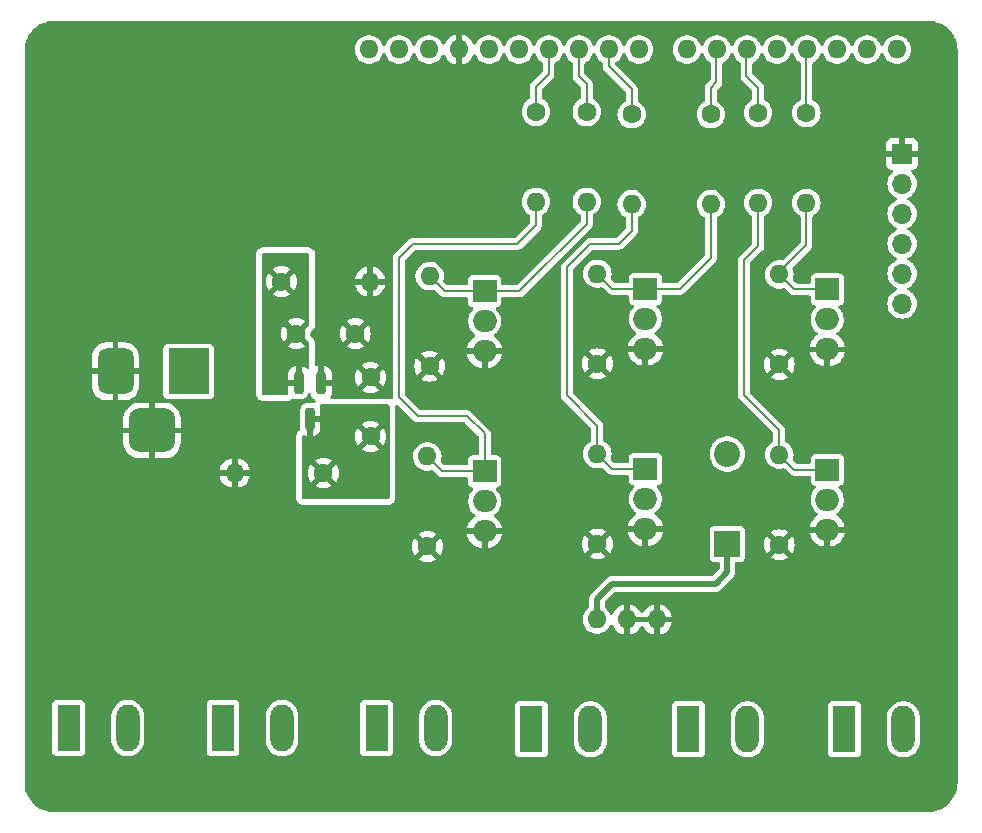
<source format=gbr>
%TF.GenerationSoftware,KiCad,Pcbnew,8.0.3*%
%TF.CreationDate,2024-07-14T15:46:43+08:00*%
%TF.ProjectId,circadian-rave-hardware,63697263-6164-4696-916e-2d726176652d,rev?*%
%TF.SameCoordinates,Original*%
%TF.FileFunction,Copper,L1,Top*%
%TF.FilePolarity,Positive*%
%FSLAX46Y46*%
G04 Gerber Fmt 4.6, Leading zero omitted, Abs format (unit mm)*
G04 Created by KiCad (PCBNEW 8.0.3) date 2024-07-14 15:46:43*
%MOMM*%
%LPD*%
G01*
G04 APERTURE LIST*
G04 Aperture macros list*
%AMRoundRect*
0 Rectangle with rounded corners*
0 $1 Rounding radius*
0 $2 $3 $4 $5 $6 $7 $8 $9 X,Y pos of 4 corners*
0 Add a 4 corners polygon primitive as box body*
4,1,4,$2,$3,$4,$5,$6,$7,$8,$9,$2,$3,0*
0 Add four circle primitives for the rounded corners*
1,1,$1+$1,$2,$3*
1,1,$1+$1,$4,$5*
1,1,$1+$1,$6,$7*
1,1,$1+$1,$8,$9*
0 Add four rect primitives between the rounded corners*
20,1,$1+$1,$2,$3,$4,$5,0*
20,1,$1+$1,$4,$5,$6,$7,0*
20,1,$1+$1,$6,$7,$8,$9,0*
20,1,$1+$1,$8,$9,$2,$3,0*%
G04 Aperture macros list end*
%TA.AperFunction,ComponentPad*%
%ADD10R,3.500000X3.900000*%
%TD*%
%TA.AperFunction,ComponentPad*%
%ADD11RoundRect,0.750000X-0.750000X-1.200000X0.750000X-1.200000X0.750000X1.200000X-0.750000X1.200000X0*%
%TD*%
%TA.AperFunction,ComponentPad*%
%ADD12RoundRect,0.925000X-1.025000X-0.925000X1.025000X-0.925000X1.025000X0.925000X-1.025000X0.925000X0*%
%TD*%
%TA.AperFunction,ComponentPad*%
%ADD13C,1.600000*%
%TD*%
%TA.AperFunction,ComponentPad*%
%ADD14O,1.600000X1.600000*%
%TD*%
%TA.AperFunction,SMDPad,CuDef*%
%ADD15RoundRect,0.200000X-0.200000X0.750000X-0.200000X-0.750000X0.200000X-0.750000X0.200000X0.750000X0*%
%TD*%
%TA.AperFunction,ComponentPad*%
%ADD16R,2.200000X2.200000*%
%TD*%
%TA.AperFunction,ComponentPad*%
%ADD17O,2.200000X2.200000*%
%TD*%
%TA.AperFunction,ComponentPad*%
%ADD18R,1.980000X3.960000*%
%TD*%
%TA.AperFunction,ComponentPad*%
%ADD19O,1.980000X3.960000*%
%TD*%
%TA.AperFunction,ComponentPad*%
%ADD20O,2.000000X1.905000*%
%TD*%
%TA.AperFunction,ComponentPad*%
%ADD21R,2.000000X1.905000*%
%TD*%
%TA.AperFunction,ComponentPad*%
%ADD22R,1.700000X1.700000*%
%TD*%
%TA.AperFunction,ComponentPad*%
%ADD23O,1.700000X1.700000*%
%TD*%
%TA.AperFunction,Conductor*%
%ADD24C,0.500000*%
%TD*%
%TA.AperFunction,Conductor*%
%ADD25C,0.200000*%
%TD*%
G04 APERTURE END LIST*
D10*
%TO.P,J1,1*%
%TO.N,Net-(U1-IN)*%
X86400000Y-92200000D03*
D11*
%TO.P,J1,2*%
%TO.N,GND*%
X80200000Y-92200000D03*
D12*
%TO.P,J1,3*%
X83300000Y-97200000D03*
%TD*%
D13*
%TO.P,C2,1*%
%TO.N,+5V*%
X97800000Y-100800000D03*
D14*
%TO.P,C2,2*%
%TO.N,GND*%
X90300000Y-100800000D03*
%TD*%
D13*
%TO.P,C1,1*%
%TO.N,Net-(U1-IN)*%
X94250000Y-84600000D03*
D14*
%TO.P,C1,2*%
%TO.N,GND*%
X101750000Y-84600000D03*
%TD*%
D13*
%TO.P,C4,1*%
%TO.N,+5V*%
X101800000Y-97700000D03*
%TO.P,C4,2*%
%TO.N,GND*%
X101800000Y-92700000D03*
%TD*%
%TO.P,C3,1*%
%TO.N,Net-(U1-IN)*%
X95500000Y-89000000D03*
%TO.P,C3,2*%
%TO.N,GND*%
X100500000Y-89000000D03*
%TD*%
D15*
%TO.P,U1,1,GND*%
%TO.N,GND*%
X97600000Y-93200000D03*
%TO.P,U1,2,IN*%
%TO.N,Net-(U1-IN)*%
X95700000Y-93200000D03*
%TO.P,U1,3,OUT*%
%TO.N,+5V*%
X96650000Y-96200000D03*
%TD*%
D16*
%TO.P,D1,1,K*%
%TO.N,/ARDUINO_5V*%
X132000000Y-106810000D03*
D17*
%TO.P,D1,2,A*%
%TO.N,+5V*%
X132000000Y-99190000D03*
%TD*%
D18*
%TO.P,J3,1,Pin_1*%
%TO.N,+5V*%
X128700000Y-122500000D03*
D19*
%TO.P,J3,2,Pin_2*%
%TO.N,Net-(J3-Pin_2)*%
X133700000Y-122500000D03*
%TD*%
D14*
%TO.P,A1,5,+5V*%
%TO.N,/ARDUINO_5V*%
X120960000Y-113200000D03*
%TO.P,A1,6,GND*%
%TO.N,GND*%
X123500000Y-113200000D03*
%TO.P,A1,7,GND*%
X126040000Y-113200000D03*
%TO.P,A1,15,D0/RX*%
%TO.N,/RX_FROM_PC*%
X146360000Y-64940000D03*
%TO.P,A1,16,D1/TX*%
%TO.N,/TX_TO_PC*%
X143820000Y-64940000D03*
%TO.P,A1,17,D2*%
%TO.N,unconnected-(A1-D2-Pad17)*%
X141280000Y-64940000D03*
%TO.P,A1,18,D3*%
%TO.N,/LED1*%
X138740000Y-64940000D03*
%TO.P,A1,19,D4*%
%TO.N,unconnected-(A1-D4-Pad19)*%
X136200000Y-64940000D03*
%TO.P,A1,20,D5*%
%TO.N,/LED2*%
X133660000Y-64940000D03*
%TO.P,A1,21,D6*%
%TO.N,/LED3*%
X131120000Y-64940000D03*
%TO.P,A1,22,D7*%
%TO.N,unconnected-(A1-D7-Pad22)*%
X128580000Y-64940000D03*
%TO.P,A1,23,D8*%
%TO.N,unconnected-(A1-D8-Pad23)*%
X124520000Y-64940000D03*
%TO.P,A1,24,D9*%
%TO.N,/LED4*%
X121980000Y-64940000D03*
%TO.P,A1,25,D10*%
%TO.N,/LED5*%
X119440000Y-64940000D03*
%TO.P,A1,26,D11*%
%TO.N,/LED6*%
X116900000Y-64940000D03*
%TO.P,A1,27,D12*%
%TO.N,unconnected-(A1-D12-Pad27)*%
X114360000Y-64940000D03*
%TO.P,A1,28,D13*%
%TO.N,unconnected-(A1-D13-Pad28)*%
X111820000Y-64940000D03*
%TO.P,A1,29,GND*%
%TO.N,GND*%
X109280000Y-64940000D03*
%TO.P,A1,30,AREF*%
%TO.N,unconnected-(A1-AREF-Pad30)*%
X106740000Y-64940000D03*
%TO.P,A1,31,SDA/A4*%
%TO.N,unconnected-(A1-SDA{slash}A4-Pad31)*%
X104200000Y-64940000D03*
%TO.P,A1,32,SCL/A5*%
%TO.N,unconnected-(A1-SCL{slash}A5-Pad32)*%
X101660000Y-64940000D03*
%TD*%
D19*
%TO.P,J8,2,Pin_2*%
%TO.N,Net-(J8-Pin_2)*%
X81235000Y-122400000D03*
D18*
%TO.P,J8,1,Pin_1*%
%TO.N,+5V*%
X76235000Y-122400000D03*
%TD*%
D19*
%TO.P,J7,2,Pin_2*%
%TO.N,Net-(J7-Pin_2)*%
X94300000Y-122400000D03*
D18*
%TO.P,J7,1,Pin_1*%
%TO.N,+5V*%
X89300000Y-122400000D03*
%TD*%
D19*
%TO.P,J6,2,Pin_2*%
%TO.N,Net-(J6-Pin_2)*%
X107300000Y-122400000D03*
D18*
%TO.P,J6,1,Pin_1*%
%TO.N,+5V*%
X102300000Y-122400000D03*
%TD*%
D19*
%TO.P,J5,2,Pin_2*%
%TO.N,Net-(J5-Pin_2)*%
X120400000Y-122500000D03*
D18*
%TO.P,J5,1,Pin_1*%
%TO.N,+5V*%
X115400000Y-122500000D03*
%TD*%
%TO.P,J2,1,Pin_1*%
%TO.N,+5V*%
X141900000Y-122500000D03*
D19*
%TO.P,J2,2,Pin_2*%
%TO.N,Net-(J2-Pin_2)*%
X146900000Y-122500000D03*
%TD*%
D14*
%TO.P,R12,2*%
%TO.N,Net-(Q6-G)*%
X106600000Y-99390000D03*
D13*
%TO.P,R12,1*%
%TO.N,GND*%
X106600000Y-107010000D03*
%TD*%
D14*
%TO.P,R11,2*%
%TO.N,Net-(Q6-G)*%
X115800000Y-77840000D03*
D13*
%TO.P,R11,1*%
%TO.N,/LED6*%
X115800000Y-70220000D03*
%TD*%
D14*
%TO.P,R10,2*%
%TO.N,Net-(Q5-G)*%
X106800000Y-84130000D03*
D13*
%TO.P,R10,1*%
%TO.N,GND*%
X106800000Y-91750000D03*
%TD*%
D14*
%TO.P,R9,2*%
%TO.N,Net-(Q5-G)*%
X120100000Y-77840000D03*
D13*
%TO.P,R9,1*%
%TO.N,/LED5*%
X120100000Y-70220000D03*
%TD*%
%TO.P,R8,1*%
%TO.N,GND*%
X121000000Y-106810000D03*
D14*
%TO.P,R8,2*%
%TO.N,Net-(Q4-G)*%
X121000000Y-99190000D03*
%TD*%
%TO.P,R7,2*%
%TO.N,Net-(Q4-G)*%
X123900000Y-78040000D03*
D13*
%TO.P,R7,1*%
%TO.N,/LED4*%
X123900000Y-70420000D03*
%TD*%
D14*
%TO.P,R6,2*%
%TO.N,Net-(Q3-G)*%
X121000000Y-83930000D03*
D13*
%TO.P,R6,1*%
%TO.N,GND*%
X121000000Y-91550000D03*
%TD*%
D14*
%TO.P,R5,2*%
%TO.N,Net-(Q3-G)*%
X130600000Y-78040000D03*
D13*
%TO.P,R5,1*%
%TO.N,/LED3*%
X130600000Y-70420000D03*
%TD*%
%TO.P,R4,1*%
%TO.N,GND*%
X136400000Y-106870000D03*
D14*
%TO.P,R4,2*%
%TO.N,Net-(Q2-G)*%
X136400000Y-99250000D03*
%TD*%
%TO.P,R3,2*%
%TO.N,Net-(Q2-G)*%
X134600000Y-77930000D03*
D13*
%TO.P,R3,1*%
%TO.N,/LED2*%
X134600000Y-70310000D03*
%TD*%
%TO.P,R2,1*%
%TO.N,GND*%
X136400000Y-91610000D03*
D14*
%TO.P,R2,2*%
%TO.N,Net-(Q1-G)*%
X136400000Y-83990000D03*
%TD*%
%TO.P,R1,2*%
%TO.N,Net-(Q1-G)*%
X138700000Y-77930000D03*
D13*
%TO.P,R1,1*%
%TO.N,/LED1*%
X138700000Y-70310000D03*
%TD*%
D20*
%TO.P,Q6,3,S*%
%TO.N,GND*%
X111455000Y-105740000D03*
%TO.P,Q6,2,D*%
%TO.N,Net-(J8-Pin_2)*%
X111455000Y-103200000D03*
D21*
%TO.P,Q6,1,G*%
%TO.N,Net-(Q6-G)*%
X111455000Y-100660000D03*
%TD*%
D20*
%TO.P,Q5,3,S*%
%TO.N,GND*%
X111455000Y-90480000D03*
%TO.P,Q5,2,D*%
%TO.N,Net-(J7-Pin_2)*%
X111455000Y-87940000D03*
D21*
%TO.P,Q5,1,G*%
%TO.N,Net-(Q5-G)*%
X111455000Y-85400000D03*
%TD*%
%TO.P,Q4,1,G*%
%TO.N,Net-(Q4-G)*%
X125055000Y-100460000D03*
D20*
%TO.P,Q4,2,D*%
%TO.N,Net-(J6-Pin_2)*%
X125055000Y-103000000D03*
%TO.P,Q4,3,S*%
%TO.N,GND*%
X125055000Y-105540000D03*
%TD*%
%TO.P,Q3,3,S*%
%TO.N,GND*%
X125055000Y-90280000D03*
%TO.P,Q3,2,D*%
%TO.N,Net-(J5-Pin_2)*%
X125055000Y-87740000D03*
D21*
%TO.P,Q3,1,G*%
%TO.N,Net-(Q3-G)*%
X125055000Y-85200000D03*
%TD*%
D20*
%TO.P,Q2,3,S*%
%TO.N,GND*%
X140455000Y-105600000D03*
%TO.P,Q2,2,D*%
%TO.N,Net-(J3-Pin_2)*%
X140455000Y-103060000D03*
D21*
%TO.P,Q2,1,G*%
%TO.N,Net-(Q2-G)*%
X140455000Y-100520000D03*
%TD*%
D20*
%TO.P,Q1,3,S*%
%TO.N,GND*%
X140455000Y-90340000D03*
%TO.P,Q1,2,D*%
%TO.N,Net-(J2-Pin_2)*%
X140455000Y-87800000D03*
D21*
%TO.P,Q1,1,G*%
%TO.N,Net-(Q1-G)*%
X140455000Y-85260000D03*
%TD*%
D22*
%TO.P,J4,1,Pin_1*%
%TO.N,GND*%
X146800000Y-73780000D03*
D23*
%TO.P,J4,2,Pin_2*%
%TO.N,unconnected-(J4-Pin_2-Pad2)*%
X146800000Y-76320000D03*
%TO.P,J4,3,Pin_3*%
%TO.N,unconnected-(J4-Pin_3-Pad3)*%
X146800000Y-78860000D03*
%TO.P,J4,4,Pin_4*%
%TO.N,/RX_FROM_PC*%
X146800000Y-81400000D03*
%TO.P,J4,5,Pin_5*%
%TO.N,/TX_TO_PC*%
X146800000Y-83940000D03*
%TO.P,J4,6,Pin_6*%
%TO.N,unconnected-(J4-Pin_6-Pad6)*%
X146800000Y-86480000D03*
%TD*%
D24*
%TO.N,/ARDUINO_5V*%
X120960000Y-113200000D02*
X120960000Y-111440000D01*
X122200000Y-110200000D02*
X131000000Y-110200000D01*
X132000000Y-109200000D02*
X132000000Y-106810000D01*
X120960000Y-111440000D02*
X122200000Y-110200000D01*
X131000000Y-110200000D02*
X132000000Y-109200000D01*
D25*
%TO.N,Net-(Q4-G)*%
X121000000Y-99190000D02*
X121000000Y-96800000D01*
X121000000Y-96800000D02*
X118400000Y-94200000D01*
X118400000Y-94200000D02*
X118400000Y-83400000D01*
X118400000Y-83400000D02*
X120400000Y-81400000D01*
X122800000Y-81400000D02*
X123900000Y-80300000D01*
X123900000Y-80300000D02*
X123900000Y-78040000D01*
X120400000Y-81400000D02*
X122800000Y-81400000D01*
%TO.N,Net-(Q6-G)*%
X105400000Y-81400000D02*
X104200000Y-82600000D01*
X114200000Y-81400000D02*
X105400000Y-81400000D01*
X104200000Y-82600000D02*
X104200000Y-94400000D01*
X111455000Y-97455000D02*
X110000000Y-96000000D01*
X105800000Y-96000000D02*
X104200000Y-94400000D01*
X111455000Y-100660000D02*
X111455000Y-97455000D01*
X110000000Y-96000000D02*
X105800000Y-96000000D01*
X111455000Y-100660000D02*
X107870000Y-100660000D01*
X107870000Y-100660000D02*
X106600000Y-99390000D01*
X115800000Y-79800000D02*
X114200000Y-81400000D01*
X115800000Y-77840000D02*
X115800000Y-79800000D01*
%TO.N,Net-(Q5-G)*%
X120100000Y-77840000D02*
X120100000Y-79700000D01*
X120100000Y-79700000D02*
X114400000Y-85400000D01*
X114400000Y-85400000D02*
X111455000Y-85400000D01*
%TO.N,Net-(Q3-G)*%
X130600000Y-78040000D02*
X130600000Y-82600000D01*
X130600000Y-82600000D02*
X128000000Y-85200000D01*
X128000000Y-85200000D02*
X125055000Y-85200000D01*
X125055000Y-85200000D02*
X122270000Y-85200000D01*
X122270000Y-85200000D02*
X121000000Y-83930000D01*
%TO.N,Net-(Q4-G)*%
X125055000Y-100460000D02*
X122270000Y-100460000D01*
X122270000Y-100460000D02*
X121000000Y-99190000D01*
%TO.N,Net-(Q2-G)*%
X133400000Y-82800000D02*
X133400000Y-94200000D01*
X133400000Y-94200000D02*
X136400000Y-97200000D01*
X134600000Y-77930000D02*
X134600000Y-81600000D01*
X134600000Y-81600000D02*
X133400000Y-82800000D01*
X136400000Y-97200000D02*
X136400000Y-99250000D01*
X140455000Y-100520000D02*
X137670000Y-100520000D01*
X137670000Y-100520000D02*
X136400000Y-99250000D01*
%TO.N,Net-(Q1-G)*%
X136400000Y-83990000D02*
X136400000Y-83800000D01*
X136400000Y-83800000D02*
X138700000Y-81500000D01*
X138700000Y-81500000D02*
X138700000Y-77930000D01*
X140455000Y-85260000D02*
X137670000Y-85260000D01*
X137670000Y-85260000D02*
X136400000Y-83990000D01*
%TO.N,Net-(Q5-G)*%
X111455000Y-85400000D02*
X108070000Y-85400000D01*
X108070000Y-85400000D02*
X106800000Y-84130000D01*
%TO.N,Net-(Q2-G)*%
X135945000Y-99250000D02*
X135765000Y-99250000D01*
D24*
%TO.N,+5V*%
X141800000Y-122400000D02*
X141900000Y-122500000D01*
D25*
%TO.N,/LED6*%
X116860000Y-65160000D02*
X116860000Y-67040000D01*
X116860000Y-67040000D02*
X115800000Y-68100000D01*
X115800000Y-68100000D02*
X115800000Y-70220000D01*
%TO.N,/LED5*%
X119400000Y-67200000D02*
X120100000Y-67900000D01*
X119400000Y-65160000D02*
X119400000Y-67200000D01*
X120100000Y-67900000D02*
X120100000Y-70220000D01*
%TO.N,/LED4*%
X121940000Y-65160000D02*
X121940000Y-66340000D01*
X121940000Y-66340000D02*
X123900000Y-68300000D01*
X123900000Y-68300000D02*
X123900000Y-70420000D01*
%TO.N,/LED3*%
X130600000Y-70420000D02*
X130600000Y-68200000D01*
X130600000Y-68200000D02*
X131080000Y-67720000D01*
X131080000Y-67720000D02*
X131080000Y-65160000D01*
%TO.N,/LED2*%
X133620000Y-65160000D02*
X133620000Y-67220000D01*
X133620000Y-67220000D02*
X134600000Y-68200000D01*
X134600000Y-68200000D02*
X134600000Y-70310000D01*
%TO.N,/LED1*%
X138700000Y-65160000D02*
X138700000Y-70310000D01*
%TD*%
%TA.AperFunction,Conductor*%
%TO.N,GND*%
G36*
X125574075Y-113007007D02*
G01*
X125540000Y-113134174D01*
X125540000Y-113265826D01*
X125574075Y-113392993D01*
X125606988Y-113450000D01*
X123933012Y-113450000D01*
X123965925Y-113392993D01*
X124000000Y-113265826D01*
X124000000Y-113134174D01*
X123965925Y-113007007D01*
X123933012Y-112950000D01*
X125606988Y-112950000D01*
X125574075Y-113007007D01*
G37*
%TD.AperFunction*%
%TA.AperFunction,Conductor*%
G36*
X149003736Y-62500726D02*
G01*
X149293796Y-62518271D01*
X149308659Y-62520076D01*
X149590798Y-62571780D01*
X149605335Y-62575363D01*
X149879172Y-62660695D01*
X149893163Y-62666000D01*
X150154743Y-62783727D01*
X150167989Y-62790680D01*
X150413465Y-62939075D01*
X150425776Y-62947573D01*
X150651573Y-63124473D01*
X150662781Y-63134403D01*
X150865596Y-63337218D01*
X150875526Y-63348426D01*
X150995481Y-63501538D01*
X151052422Y-63574217D01*
X151060926Y-63586537D01*
X151201633Y-63819295D01*
X151209316Y-63832004D01*
X151216275Y-63845263D01*
X151333997Y-64106831D01*
X151339306Y-64120832D01*
X151424635Y-64394663D01*
X151428219Y-64409201D01*
X151479923Y-64691340D01*
X151481728Y-64706205D01*
X151499274Y-64996263D01*
X151499500Y-65003750D01*
X151499500Y-126996249D01*
X151499274Y-127003736D01*
X151481728Y-127293794D01*
X151479923Y-127308659D01*
X151428219Y-127590798D01*
X151424635Y-127605336D01*
X151339306Y-127879167D01*
X151333997Y-127893168D01*
X151216275Y-128154736D01*
X151209316Y-128167995D01*
X151060928Y-128413459D01*
X151052422Y-128425782D01*
X150875526Y-128651573D01*
X150865596Y-128662781D01*
X150662781Y-128865596D01*
X150651573Y-128875526D01*
X150425782Y-129052422D01*
X150413459Y-129060928D01*
X150167995Y-129209316D01*
X150154736Y-129216275D01*
X149893168Y-129333997D01*
X149879167Y-129339306D01*
X149605336Y-129424635D01*
X149590798Y-129428219D01*
X149308659Y-129479923D01*
X149293794Y-129481728D01*
X149003736Y-129499274D01*
X148996249Y-129499500D01*
X75003751Y-129499500D01*
X74996264Y-129499274D01*
X74706205Y-129481728D01*
X74691340Y-129479923D01*
X74409201Y-129428219D01*
X74394663Y-129424635D01*
X74120832Y-129339306D01*
X74106831Y-129333997D01*
X73845263Y-129216275D01*
X73832004Y-129209316D01*
X73586540Y-129060928D01*
X73574217Y-129052422D01*
X73348426Y-128875526D01*
X73337218Y-128865596D01*
X73134403Y-128662781D01*
X73124473Y-128651573D01*
X72947573Y-128425776D01*
X72939075Y-128413465D01*
X72790680Y-128167989D01*
X72783727Y-128154743D01*
X72666000Y-127893163D01*
X72660693Y-127879167D01*
X72575364Y-127605336D01*
X72571780Y-127590798D01*
X72520076Y-127308659D01*
X72518271Y-127293794D01*
X72500726Y-127003736D01*
X72500500Y-126996249D01*
X72500500Y-120388475D01*
X74844500Y-120388475D01*
X74844500Y-124411517D01*
X74855292Y-124479657D01*
X74859354Y-124505304D01*
X74916950Y-124618342D01*
X74916952Y-124618344D01*
X74916954Y-124618347D01*
X75006652Y-124708045D01*
X75006654Y-124708046D01*
X75006658Y-124708050D01*
X75119694Y-124765645D01*
X75119698Y-124765647D01*
X75213475Y-124780499D01*
X75213481Y-124780500D01*
X77256518Y-124780499D01*
X77350304Y-124765646D01*
X77463342Y-124708050D01*
X77553050Y-124618342D01*
X77610646Y-124505304D01*
X77610646Y-124505302D01*
X77610647Y-124505301D01*
X77625499Y-124411524D01*
X77625500Y-124411519D01*
X77625499Y-121300559D01*
X79844500Y-121300559D01*
X79844500Y-123499440D01*
X79878737Y-123715606D01*
X79878738Y-123715610D01*
X79946373Y-123923767D01*
X80045737Y-124118781D01*
X80174386Y-124295850D01*
X80329150Y-124450614D01*
X80506219Y-124579263D01*
X80701233Y-124678627D01*
X80909390Y-124746262D01*
X80971154Y-124756044D01*
X81125560Y-124780500D01*
X81125565Y-124780500D01*
X81344440Y-124780500D01*
X81464532Y-124761478D01*
X81560610Y-124746262D01*
X81768767Y-124678627D01*
X81963781Y-124579263D01*
X82140850Y-124450614D01*
X82295614Y-124295850D01*
X82424263Y-124118781D01*
X82523627Y-123923767D01*
X82591262Y-123715610D01*
X82609662Y-123599435D01*
X82625500Y-123499440D01*
X82625500Y-121300559D01*
X82591262Y-121084393D01*
X82591262Y-121084390D01*
X82523627Y-120876233D01*
X82424263Y-120681219D01*
X82295614Y-120504150D01*
X82179939Y-120388475D01*
X87909500Y-120388475D01*
X87909500Y-124411517D01*
X87920292Y-124479657D01*
X87924354Y-124505304D01*
X87981950Y-124618342D01*
X87981952Y-124618344D01*
X87981954Y-124618347D01*
X88071652Y-124708045D01*
X88071654Y-124708046D01*
X88071658Y-124708050D01*
X88184694Y-124765645D01*
X88184698Y-124765647D01*
X88278475Y-124780499D01*
X88278481Y-124780500D01*
X90321518Y-124780499D01*
X90415304Y-124765646D01*
X90528342Y-124708050D01*
X90618050Y-124618342D01*
X90675646Y-124505304D01*
X90675646Y-124505302D01*
X90675647Y-124505301D01*
X90690499Y-124411524D01*
X90690500Y-124411519D01*
X90690499Y-121300559D01*
X92909500Y-121300559D01*
X92909500Y-123499440D01*
X92943737Y-123715606D01*
X92943738Y-123715610D01*
X93011373Y-123923767D01*
X93110737Y-124118781D01*
X93239386Y-124295850D01*
X93394150Y-124450614D01*
X93571219Y-124579263D01*
X93766233Y-124678627D01*
X93974390Y-124746262D01*
X94036154Y-124756044D01*
X94190560Y-124780500D01*
X94190565Y-124780500D01*
X94409440Y-124780500D01*
X94529532Y-124761478D01*
X94625610Y-124746262D01*
X94833767Y-124678627D01*
X95028781Y-124579263D01*
X95205850Y-124450614D01*
X95360614Y-124295850D01*
X95489263Y-124118781D01*
X95588627Y-123923767D01*
X95656262Y-123715610D01*
X95674662Y-123599435D01*
X95690500Y-123499440D01*
X95690500Y-121300559D01*
X95656262Y-121084393D01*
X95656262Y-121084390D01*
X95588627Y-120876233D01*
X95489263Y-120681219D01*
X95360614Y-120504150D01*
X95244939Y-120388475D01*
X100909500Y-120388475D01*
X100909500Y-124411517D01*
X100920292Y-124479657D01*
X100924354Y-124505304D01*
X100981950Y-124618342D01*
X100981952Y-124618344D01*
X100981954Y-124618347D01*
X101071652Y-124708045D01*
X101071654Y-124708046D01*
X101071658Y-124708050D01*
X101184694Y-124765645D01*
X101184698Y-124765647D01*
X101278475Y-124780499D01*
X101278481Y-124780500D01*
X103321518Y-124780499D01*
X103415304Y-124765646D01*
X103528342Y-124708050D01*
X103618050Y-124618342D01*
X103675646Y-124505304D01*
X103675646Y-124505302D01*
X103675647Y-124505301D01*
X103690499Y-124411524D01*
X103690500Y-124411519D01*
X103690499Y-121300559D01*
X105909500Y-121300559D01*
X105909500Y-123499440D01*
X105943737Y-123715606D01*
X105943738Y-123715610D01*
X106011373Y-123923767D01*
X106110737Y-124118781D01*
X106239386Y-124295850D01*
X106394150Y-124450614D01*
X106571219Y-124579263D01*
X106766233Y-124678627D01*
X106974390Y-124746262D01*
X107036154Y-124756044D01*
X107190560Y-124780500D01*
X107190565Y-124780500D01*
X107409440Y-124780500D01*
X107529532Y-124761478D01*
X107625610Y-124746262D01*
X107833767Y-124678627D01*
X108028781Y-124579263D01*
X108205850Y-124450614D01*
X108360614Y-124295850D01*
X108489263Y-124118781D01*
X108588627Y-123923767D01*
X108656262Y-123715610D01*
X108674662Y-123599435D01*
X108690500Y-123499440D01*
X108690500Y-121300559D01*
X108656262Y-121084393D01*
X108656262Y-121084390D01*
X108588627Y-120876233D01*
X108489263Y-120681219D01*
X108360614Y-120504150D01*
X108344939Y-120488475D01*
X114009500Y-120488475D01*
X114009500Y-124511517D01*
X114020230Y-124579262D01*
X114024354Y-124605304D01*
X114081950Y-124718342D01*
X114081952Y-124718344D01*
X114081954Y-124718347D01*
X114171652Y-124808045D01*
X114171654Y-124808046D01*
X114171658Y-124808050D01*
X114284694Y-124865645D01*
X114284698Y-124865647D01*
X114378475Y-124880499D01*
X114378481Y-124880500D01*
X116421518Y-124880499D01*
X116515304Y-124865646D01*
X116628342Y-124808050D01*
X116718050Y-124718342D01*
X116775646Y-124605304D01*
X116775646Y-124605302D01*
X116775647Y-124605301D01*
X116790499Y-124511524D01*
X116790500Y-124511519D01*
X116790499Y-121400559D01*
X119009500Y-121400559D01*
X119009500Y-123599440D01*
X119043737Y-123815606D01*
X119043738Y-123815610D01*
X119111373Y-124023767D01*
X119210737Y-124218781D01*
X119339386Y-124395850D01*
X119494150Y-124550614D01*
X119671219Y-124679263D01*
X119866233Y-124778627D01*
X120074390Y-124846262D01*
X120136154Y-124856044D01*
X120290560Y-124880500D01*
X120290565Y-124880500D01*
X120509440Y-124880500D01*
X120629532Y-124861478D01*
X120725610Y-124846262D01*
X120933767Y-124778627D01*
X121128781Y-124679263D01*
X121305850Y-124550614D01*
X121460614Y-124395850D01*
X121589263Y-124218781D01*
X121688627Y-124023767D01*
X121756262Y-123815610D01*
X121772101Y-123715606D01*
X121790500Y-123599440D01*
X121790500Y-121400559D01*
X121756262Y-121184393D01*
X121756262Y-121184390D01*
X121688627Y-120976233D01*
X121589263Y-120781219D01*
X121460614Y-120604150D01*
X121344939Y-120488475D01*
X127309500Y-120488475D01*
X127309500Y-124511517D01*
X127320230Y-124579262D01*
X127324354Y-124605304D01*
X127381950Y-124718342D01*
X127381952Y-124718344D01*
X127381954Y-124718347D01*
X127471652Y-124808045D01*
X127471654Y-124808046D01*
X127471658Y-124808050D01*
X127584694Y-124865645D01*
X127584698Y-124865647D01*
X127678475Y-124880499D01*
X127678481Y-124880500D01*
X129721518Y-124880499D01*
X129815304Y-124865646D01*
X129928342Y-124808050D01*
X130018050Y-124718342D01*
X130075646Y-124605304D01*
X130075646Y-124605302D01*
X130075647Y-124605301D01*
X130090499Y-124511524D01*
X130090500Y-124511519D01*
X130090499Y-121400559D01*
X132309500Y-121400559D01*
X132309500Y-123599440D01*
X132343737Y-123815606D01*
X132343738Y-123815610D01*
X132411373Y-124023767D01*
X132510737Y-124218781D01*
X132639386Y-124395850D01*
X132794150Y-124550614D01*
X132971219Y-124679263D01*
X133166233Y-124778627D01*
X133374390Y-124846262D01*
X133436154Y-124856044D01*
X133590560Y-124880500D01*
X133590565Y-124880500D01*
X133809440Y-124880500D01*
X133929532Y-124861478D01*
X134025610Y-124846262D01*
X134233767Y-124778627D01*
X134428781Y-124679263D01*
X134605850Y-124550614D01*
X134760614Y-124395850D01*
X134889263Y-124218781D01*
X134988627Y-124023767D01*
X135056262Y-123815610D01*
X135072101Y-123715606D01*
X135090500Y-123599440D01*
X135090500Y-121400559D01*
X135056262Y-121184393D01*
X135056262Y-121184390D01*
X134988627Y-120976233D01*
X134889263Y-120781219D01*
X134760614Y-120604150D01*
X134644939Y-120488475D01*
X140509500Y-120488475D01*
X140509500Y-124511517D01*
X140520230Y-124579262D01*
X140524354Y-124605304D01*
X140581950Y-124718342D01*
X140581952Y-124718344D01*
X140581954Y-124718347D01*
X140671652Y-124808045D01*
X140671654Y-124808046D01*
X140671658Y-124808050D01*
X140784694Y-124865645D01*
X140784698Y-124865647D01*
X140878475Y-124880499D01*
X140878481Y-124880500D01*
X142921518Y-124880499D01*
X143015304Y-124865646D01*
X143128342Y-124808050D01*
X143218050Y-124718342D01*
X143275646Y-124605304D01*
X143275646Y-124605302D01*
X143275647Y-124605301D01*
X143290499Y-124511524D01*
X143290500Y-124511519D01*
X143290499Y-121400559D01*
X145509500Y-121400559D01*
X145509500Y-123599440D01*
X145543737Y-123815606D01*
X145543738Y-123815610D01*
X145611373Y-124023767D01*
X145710737Y-124218781D01*
X145839386Y-124395850D01*
X145994150Y-124550614D01*
X146171219Y-124679263D01*
X146366233Y-124778627D01*
X146574390Y-124846262D01*
X146636154Y-124856044D01*
X146790560Y-124880500D01*
X146790565Y-124880500D01*
X147009440Y-124880500D01*
X147129532Y-124861478D01*
X147225610Y-124846262D01*
X147433767Y-124778627D01*
X147628781Y-124679263D01*
X147805850Y-124550614D01*
X147960614Y-124395850D01*
X148089263Y-124218781D01*
X148188627Y-124023767D01*
X148256262Y-123815610D01*
X148272101Y-123715606D01*
X148290500Y-123599440D01*
X148290500Y-121400559D01*
X148256262Y-121184393D01*
X148256262Y-121184390D01*
X148188627Y-120976233D01*
X148089263Y-120781219D01*
X147960614Y-120604150D01*
X147805850Y-120449386D01*
X147628781Y-120320737D01*
X147433767Y-120221373D01*
X147225610Y-120153738D01*
X147225608Y-120153737D01*
X147225607Y-120153737D01*
X147009440Y-120119500D01*
X147009435Y-120119500D01*
X146790565Y-120119500D01*
X146790560Y-120119500D01*
X146574393Y-120153737D01*
X146366230Y-120221374D01*
X146171218Y-120320737D01*
X146077986Y-120388475D01*
X145994150Y-120449386D01*
X145994148Y-120449388D01*
X145994147Y-120449388D01*
X145839388Y-120604147D01*
X145839388Y-120604148D01*
X145839386Y-120604150D01*
X145784136Y-120680193D01*
X145710737Y-120781218D01*
X145611374Y-120976230D01*
X145543737Y-121184393D01*
X145509500Y-121400559D01*
X143290499Y-121400559D01*
X143290499Y-120488482D01*
X143275646Y-120394696D01*
X143218050Y-120281658D01*
X143218046Y-120281654D01*
X143218045Y-120281652D01*
X143128347Y-120191954D01*
X143128344Y-120191952D01*
X143128342Y-120191950D01*
X143051517Y-120152805D01*
X143015301Y-120134352D01*
X142921524Y-120119500D01*
X140878482Y-120119500D01*
X140797519Y-120132323D01*
X140784696Y-120134354D01*
X140671658Y-120191950D01*
X140671657Y-120191951D01*
X140671652Y-120191954D01*
X140581954Y-120281652D01*
X140581951Y-120281657D01*
X140581950Y-120281658D01*
X140575306Y-120294698D01*
X140524352Y-120394698D01*
X140509500Y-120488475D01*
X134644939Y-120488475D01*
X134605850Y-120449386D01*
X134428781Y-120320737D01*
X134233767Y-120221373D01*
X134025610Y-120153738D01*
X134025608Y-120153737D01*
X134025607Y-120153737D01*
X133809440Y-120119500D01*
X133809435Y-120119500D01*
X133590565Y-120119500D01*
X133590560Y-120119500D01*
X133374393Y-120153737D01*
X133166230Y-120221374D01*
X132971218Y-120320737D01*
X132877986Y-120388475D01*
X132794150Y-120449386D01*
X132794148Y-120449388D01*
X132794147Y-120449388D01*
X132639388Y-120604147D01*
X132639388Y-120604148D01*
X132639386Y-120604150D01*
X132584136Y-120680193D01*
X132510737Y-120781218D01*
X132411374Y-120976230D01*
X132343737Y-121184393D01*
X132309500Y-121400559D01*
X130090499Y-121400559D01*
X130090499Y-120488482D01*
X130075646Y-120394696D01*
X130018050Y-120281658D01*
X130018046Y-120281654D01*
X130018045Y-120281652D01*
X129928347Y-120191954D01*
X129928344Y-120191952D01*
X129928342Y-120191950D01*
X129851517Y-120152805D01*
X129815301Y-120134352D01*
X129721524Y-120119500D01*
X127678482Y-120119500D01*
X127597519Y-120132323D01*
X127584696Y-120134354D01*
X127471658Y-120191950D01*
X127471657Y-120191951D01*
X127471652Y-120191954D01*
X127381954Y-120281652D01*
X127381951Y-120281657D01*
X127381950Y-120281658D01*
X127375306Y-120294698D01*
X127324352Y-120394698D01*
X127309500Y-120488475D01*
X121344939Y-120488475D01*
X121305850Y-120449386D01*
X121128781Y-120320737D01*
X120933767Y-120221373D01*
X120725610Y-120153738D01*
X120725608Y-120153737D01*
X120725607Y-120153737D01*
X120509440Y-120119500D01*
X120509435Y-120119500D01*
X120290565Y-120119500D01*
X120290560Y-120119500D01*
X120074393Y-120153737D01*
X119866230Y-120221374D01*
X119671218Y-120320737D01*
X119577986Y-120388475D01*
X119494150Y-120449386D01*
X119494148Y-120449388D01*
X119494147Y-120449388D01*
X119339388Y-120604147D01*
X119339388Y-120604148D01*
X119339386Y-120604150D01*
X119284136Y-120680193D01*
X119210737Y-120781218D01*
X119111374Y-120976230D01*
X119043737Y-121184393D01*
X119009500Y-121400559D01*
X116790499Y-121400559D01*
X116790499Y-120488482D01*
X116775646Y-120394696D01*
X116718050Y-120281658D01*
X116718046Y-120281654D01*
X116718045Y-120281652D01*
X116628347Y-120191954D01*
X116628344Y-120191952D01*
X116628342Y-120191950D01*
X116551517Y-120152805D01*
X116515301Y-120134352D01*
X116421524Y-120119500D01*
X114378482Y-120119500D01*
X114297519Y-120132323D01*
X114284696Y-120134354D01*
X114171658Y-120191950D01*
X114171657Y-120191951D01*
X114171652Y-120191954D01*
X114081954Y-120281652D01*
X114081951Y-120281657D01*
X114081950Y-120281658D01*
X114075306Y-120294698D01*
X114024352Y-120394698D01*
X114009500Y-120488475D01*
X108344939Y-120488475D01*
X108205850Y-120349386D01*
X108028781Y-120220737D01*
X107833767Y-120121373D01*
X107625610Y-120053738D01*
X107625608Y-120053737D01*
X107625607Y-120053737D01*
X107409440Y-120019500D01*
X107409435Y-120019500D01*
X107190565Y-120019500D01*
X107190560Y-120019500D01*
X106974393Y-120053737D01*
X106974390Y-120053738D01*
X106771998Y-120119500D01*
X106766230Y-120121374D01*
X106571218Y-120220737D01*
X106487377Y-120281652D01*
X106394150Y-120349386D01*
X106394148Y-120349388D01*
X106394147Y-120349388D01*
X106239388Y-120504147D01*
X106239388Y-120504148D01*
X106239386Y-120504150D01*
X106184136Y-120580193D01*
X106110737Y-120681218D01*
X106011374Y-120876230D01*
X105943737Y-121084393D01*
X105909500Y-121300559D01*
X103690499Y-121300559D01*
X103690499Y-120388482D01*
X103675646Y-120294696D01*
X103618050Y-120181658D01*
X103618046Y-120181654D01*
X103618045Y-120181652D01*
X103528347Y-120091954D01*
X103528344Y-120091952D01*
X103528342Y-120091950D01*
X103451517Y-120052805D01*
X103415301Y-120034352D01*
X103321524Y-120019500D01*
X101278482Y-120019500D01*
X101197519Y-120032323D01*
X101184696Y-120034354D01*
X101071658Y-120091950D01*
X101071657Y-120091951D01*
X101071652Y-120091954D01*
X100981954Y-120181652D01*
X100981951Y-120181657D01*
X100981950Y-120181658D01*
X100976704Y-120191954D01*
X100924352Y-120294698D01*
X100909500Y-120388475D01*
X95244939Y-120388475D01*
X95205850Y-120349386D01*
X95028781Y-120220737D01*
X94833767Y-120121373D01*
X94625610Y-120053738D01*
X94625608Y-120053737D01*
X94625607Y-120053737D01*
X94409440Y-120019500D01*
X94409435Y-120019500D01*
X94190565Y-120019500D01*
X94190560Y-120019500D01*
X93974393Y-120053737D01*
X93974390Y-120053738D01*
X93771998Y-120119500D01*
X93766230Y-120121374D01*
X93571218Y-120220737D01*
X93487377Y-120281652D01*
X93394150Y-120349386D01*
X93394148Y-120349388D01*
X93394147Y-120349388D01*
X93239388Y-120504147D01*
X93239388Y-120504148D01*
X93239386Y-120504150D01*
X93184136Y-120580193D01*
X93110737Y-120681218D01*
X93011374Y-120876230D01*
X92943737Y-121084393D01*
X92909500Y-121300559D01*
X90690499Y-121300559D01*
X90690499Y-120388482D01*
X90675646Y-120294696D01*
X90618050Y-120181658D01*
X90618046Y-120181654D01*
X90618045Y-120181652D01*
X90528347Y-120091954D01*
X90528344Y-120091952D01*
X90528342Y-120091950D01*
X90451517Y-120052805D01*
X90415301Y-120034352D01*
X90321524Y-120019500D01*
X88278482Y-120019500D01*
X88197519Y-120032323D01*
X88184696Y-120034354D01*
X88071658Y-120091950D01*
X88071657Y-120091951D01*
X88071652Y-120091954D01*
X87981954Y-120181652D01*
X87981951Y-120181657D01*
X87981950Y-120181658D01*
X87976704Y-120191954D01*
X87924352Y-120294698D01*
X87909500Y-120388475D01*
X82179939Y-120388475D01*
X82140850Y-120349386D01*
X81963781Y-120220737D01*
X81768767Y-120121373D01*
X81560610Y-120053738D01*
X81560608Y-120053737D01*
X81560607Y-120053737D01*
X81344440Y-120019500D01*
X81344435Y-120019500D01*
X81125565Y-120019500D01*
X81125560Y-120019500D01*
X80909393Y-120053737D01*
X80909390Y-120053738D01*
X80706998Y-120119500D01*
X80701230Y-120121374D01*
X80506218Y-120220737D01*
X80422377Y-120281652D01*
X80329150Y-120349386D01*
X80329148Y-120349388D01*
X80329147Y-120349388D01*
X80174388Y-120504147D01*
X80174388Y-120504148D01*
X80174386Y-120504150D01*
X80119136Y-120580193D01*
X80045737Y-120681218D01*
X79946374Y-120876230D01*
X79878737Y-121084393D01*
X79844500Y-121300559D01*
X77625499Y-121300559D01*
X77625499Y-120388482D01*
X77610646Y-120294696D01*
X77553050Y-120181658D01*
X77553046Y-120181654D01*
X77553045Y-120181652D01*
X77463347Y-120091954D01*
X77463344Y-120091952D01*
X77463342Y-120091950D01*
X77386517Y-120052805D01*
X77350301Y-120034352D01*
X77256524Y-120019500D01*
X75213482Y-120019500D01*
X75132519Y-120032323D01*
X75119696Y-120034354D01*
X75006658Y-120091950D01*
X75006657Y-120091951D01*
X75006652Y-120091954D01*
X74916954Y-120181652D01*
X74916951Y-120181657D01*
X74916950Y-120181658D01*
X74911704Y-120191954D01*
X74859352Y-120294698D01*
X74844500Y-120388475D01*
X72500500Y-120388475D01*
X72500500Y-113199999D01*
X119754357Y-113199999D01*
X119754357Y-113200000D01*
X119774884Y-113421535D01*
X119774885Y-113421537D01*
X119835769Y-113635523D01*
X119835775Y-113635538D01*
X119934938Y-113834683D01*
X119934943Y-113834691D01*
X120069020Y-114012238D01*
X120233437Y-114162123D01*
X120233439Y-114162125D01*
X120422595Y-114279245D01*
X120422596Y-114279245D01*
X120422599Y-114279247D01*
X120630060Y-114359618D01*
X120848757Y-114400500D01*
X120848759Y-114400500D01*
X121071241Y-114400500D01*
X121071243Y-114400500D01*
X121289940Y-114359618D01*
X121497401Y-114279247D01*
X121686562Y-114162124D01*
X121850981Y-114012236D01*
X121985058Y-113834689D01*
X121985061Y-113834683D01*
X122064825Y-113674497D01*
X122112328Y-113623260D01*
X122179991Y-113605839D01*
X122246331Y-113627765D01*
X122288207Y-113677364D01*
X122369865Y-113852482D01*
X122500342Y-114038820D01*
X122661179Y-114199657D01*
X122847517Y-114330134D01*
X123053673Y-114426265D01*
X123053682Y-114426269D01*
X123249999Y-114478872D01*
X123250000Y-114478871D01*
X123250000Y-113633012D01*
X123307007Y-113665925D01*
X123434174Y-113700000D01*
X123565826Y-113700000D01*
X123692993Y-113665925D01*
X123750000Y-113633012D01*
X123750000Y-114478872D01*
X123946317Y-114426269D01*
X123946326Y-114426265D01*
X124152482Y-114330134D01*
X124338820Y-114199657D01*
X124499657Y-114038820D01*
X124630134Y-113852481D01*
X124630135Y-113852479D01*
X124657618Y-113793543D01*
X124703790Y-113741103D01*
X124770983Y-113721951D01*
X124837864Y-113742166D01*
X124882382Y-113793543D01*
X124909864Y-113852479D01*
X124909865Y-113852481D01*
X125040342Y-114038820D01*
X125201179Y-114199657D01*
X125387517Y-114330134D01*
X125593673Y-114426265D01*
X125593682Y-114426269D01*
X125789999Y-114478872D01*
X125790000Y-114478871D01*
X125790000Y-113633012D01*
X125847007Y-113665925D01*
X125974174Y-113700000D01*
X126105826Y-113700000D01*
X126232993Y-113665925D01*
X126290000Y-113633012D01*
X126290000Y-114478872D01*
X126486317Y-114426269D01*
X126486326Y-114426265D01*
X126692482Y-114330134D01*
X126878820Y-114199657D01*
X127039657Y-114038820D01*
X127170134Y-113852482D01*
X127266265Y-113646326D01*
X127266269Y-113646317D01*
X127318872Y-113450000D01*
X126473012Y-113450000D01*
X126505925Y-113392993D01*
X126540000Y-113265826D01*
X126540000Y-113134174D01*
X126505925Y-113007007D01*
X126473012Y-112950000D01*
X127318872Y-112950000D01*
X127318872Y-112949999D01*
X127266269Y-112753682D01*
X127266265Y-112753673D01*
X127170134Y-112547517D01*
X127039657Y-112361179D01*
X126878820Y-112200342D01*
X126692482Y-112069865D01*
X126486328Y-111973734D01*
X126290000Y-111921127D01*
X126290000Y-112766988D01*
X126232993Y-112734075D01*
X126105826Y-112700000D01*
X125974174Y-112700000D01*
X125847007Y-112734075D01*
X125790000Y-112766988D01*
X125790000Y-111921127D01*
X125593671Y-111973734D01*
X125387517Y-112069865D01*
X125201179Y-112200342D01*
X125040342Y-112361179D01*
X124909865Y-112547517D01*
X124882382Y-112606457D01*
X124836210Y-112658896D01*
X124769016Y-112678048D01*
X124702135Y-112657832D01*
X124657618Y-112606457D01*
X124630134Y-112547517D01*
X124499657Y-112361179D01*
X124338820Y-112200342D01*
X124152482Y-112069865D01*
X123946328Y-111973734D01*
X123750000Y-111921127D01*
X123750000Y-112766988D01*
X123692993Y-112734075D01*
X123565826Y-112700000D01*
X123434174Y-112700000D01*
X123307007Y-112734075D01*
X123250000Y-112766988D01*
X123250000Y-111921127D01*
X123053671Y-111973734D01*
X122847517Y-112069865D01*
X122661179Y-112200342D01*
X122500342Y-112361179D01*
X122369865Y-112547517D01*
X122288207Y-112722635D01*
X122242035Y-112775074D01*
X122174841Y-112794226D01*
X122107960Y-112774010D01*
X122064825Y-112725502D01*
X121985061Y-112565316D01*
X121985056Y-112565308D01*
X121850979Y-112387761D01*
X121686562Y-112237876D01*
X121686558Y-112237872D01*
X121669220Y-112227137D01*
X121622586Y-112175109D01*
X121610500Y-112121712D01*
X121610500Y-111760808D01*
X121630185Y-111693769D01*
X121646819Y-111673127D01*
X122433127Y-110886819D01*
X122494450Y-110853334D01*
X122520808Y-110850500D01*
X131064071Y-110850500D01*
X131148615Y-110833682D01*
X131189744Y-110825501D01*
X131308127Y-110776465D01*
X131414669Y-110705277D01*
X132505277Y-109614669D01*
X132576466Y-109508126D01*
X132625501Y-109389743D01*
X132650500Y-109264069D01*
X132650500Y-109135931D01*
X132650500Y-108434499D01*
X132670185Y-108367460D01*
X132722989Y-108321705D01*
X132774500Y-108310499D01*
X133131517Y-108310499D01*
X133131518Y-108310499D01*
X133225304Y-108295646D01*
X133338342Y-108238050D01*
X133428050Y-108148342D01*
X133485646Y-108035304D01*
X133485646Y-108035302D01*
X133485647Y-108035301D01*
X133500499Y-107941524D01*
X133500500Y-107941519D01*
X133500500Y-106869997D01*
X135095034Y-106869997D01*
X135095034Y-106870002D01*
X135114858Y-107096599D01*
X135114860Y-107096610D01*
X135173730Y-107316317D01*
X135173735Y-107316331D01*
X135269863Y-107522478D01*
X135320974Y-107595472D01*
X136000000Y-106916446D01*
X136000000Y-106922661D01*
X136027259Y-107024394D01*
X136079920Y-107115606D01*
X136154394Y-107190080D01*
X136245606Y-107242741D01*
X136347339Y-107270000D01*
X136353553Y-107270000D01*
X135674526Y-107949025D01*
X135747513Y-108000132D01*
X135747521Y-108000136D01*
X135953668Y-108096264D01*
X135953682Y-108096269D01*
X136173389Y-108155139D01*
X136173400Y-108155141D01*
X136399998Y-108174966D01*
X136400002Y-108174966D01*
X136626599Y-108155141D01*
X136626610Y-108155139D01*
X136846317Y-108096269D01*
X136846331Y-108096264D01*
X137052478Y-108000136D01*
X137125471Y-107949024D01*
X136446447Y-107270000D01*
X136452661Y-107270000D01*
X136554394Y-107242741D01*
X136645606Y-107190080D01*
X136720080Y-107115606D01*
X136772741Y-107024394D01*
X136800000Y-106922661D01*
X136800000Y-106916447D01*
X137479024Y-107595471D01*
X137530136Y-107522478D01*
X137626264Y-107316331D01*
X137626269Y-107316317D01*
X137685139Y-107096610D01*
X137685141Y-107096599D01*
X137704966Y-106870002D01*
X137704966Y-106869997D01*
X137685141Y-106643400D01*
X137685139Y-106643389D01*
X137626269Y-106423682D01*
X137626264Y-106423668D01*
X137530136Y-106217521D01*
X137530132Y-106217513D01*
X137479025Y-106144526D01*
X136800000Y-106823551D01*
X136800000Y-106817339D01*
X136772741Y-106715606D01*
X136720080Y-106624394D01*
X136645606Y-106549920D01*
X136554394Y-106497259D01*
X136452661Y-106470000D01*
X136446448Y-106470000D01*
X137125472Y-105790974D01*
X137052478Y-105739863D01*
X136846331Y-105643735D01*
X136846317Y-105643730D01*
X136626610Y-105584860D01*
X136626599Y-105584858D01*
X136400002Y-105565034D01*
X136399998Y-105565034D01*
X136173400Y-105584858D01*
X136173389Y-105584860D01*
X135953682Y-105643730D01*
X135953673Y-105643734D01*
X135747516Y-105739866D01*
X135747512Y-105739868D01*
X135674526Y-105790973D01*
X135674526Y-105790974D01*
X136353553Y-106470000D01*
X136347339Y-106470000D01*
X136245606Y-106497259D01*
X136154394Y-106549920D01*
X136079920Y-106624394D01*
X136027259Y-106715606D01*
X136000000Y-106817339D01*
X136000000Y-106823552D01*
X135320974Y-106144526D01*
X135320973Y-106144526D01*
X135269868Y-106217512D01*
X135269866Y-106217516D01*
X135173734Y-106423673D01*
X135173730Y-106423682D01*
X135114860Y-106643389D01*
X135114858Y-106643400D01*
X135095034Y-106869997D01*
X133500500Y-106869997D01*
X133500499Y-105678482D01*
X133485646Y-105584696D01*
X133428050Y-105471658D01*
X133428046Y-105471654D01*
X133428045Y-105471652D01*
X133338347Y-105381954D01*
X133338344Y-105381952D01*
X133338342Y-105381950D01*
X133231887Y-105327708D01*
X133225301Y-105324352D01*
X133131524Y-105309500D01*
X130868482Y-105309500D01*
X130787519Y-105322323D01*
X130774696Y-105324354D01*
X130661658Y-105381950D01*
X130661657Y-105381951D01*
X130661652Y-105381954D01*
X130571954Y-105471652D01*
X130571951Y-105471657D01*
X130514352Y-105584698D01*
X130499500Y-105678475D01*
X130499500Y-107941517D01*
X130508784Y-108000132D01*
X130514354Y-108035304D01*
X130571950Y-108148342D01*
X130571952Y-108148344D01*
X130571954Y-108148347D01*
X130661652Y-108238045D01*
X130661654Y-108238046D01*
X130661658Y-108238050D01*
X130773701Y-108295139D01*
X130774698Y-108295647D01*
X130868475Y-108310499D01*
X130868481Y-108310500D01*
X131225500Y-108310499D01*
X131292539Y-108330183D01*
X131338294Y-108382987D01*
X131349500Y-108434499D01*
X131349500Y-108879192D01*
X131329815Y-108946231D01*
X131313181Y-108966873D01*
X130766873Y-109513181D01*
X130705550Y-109546666D01*
X130679192Y-109549500D01*
X122135929Y-109549500D01*
X122010261Y-109574497D01*
X122010255Y-109574499D01*
X121891874Y-109623534D01*
X121785326Y-109694726D01*
X120454726Y-111025326D01*
X120383534Y-111131874D01*
X120334499Y-111250255D01*
X120334497Y-111250261D01*
X120309500Y-111375928D01*
X120309500Y-112121712D01*
X120289815Y-112188751D01*
X120250780Y-112227137D01*
X120233441Y-112237872D01*
X120233437Y-112237876D01*
X120069020Y-112387761D01*
X119934943Y-112565308D01*
X119934938Y-112565316D01*
X119835775Y-112764461D01*
X119835769Y-112764476D01*
X119774885Y-112978462D01*
X119774884Y-112978464D01*
X119754357Y-113199999D01*
X72500500Y-113199999D01*
X72500500Y-107009997D01*
X105295034Y-107009997D01*
X105295034Y-107010002D01*
X105314858Y-107236599D01*
X105314860Y-107236610D01*
X105373730Y-107456317D01*
X105373735Y-107456331D01*
X105469863Y-107662478D01*
X105520974Y-107735472D01*
X106200000Y-107056446D01*
X106200000Y-107062661D01*
X106227259Y-107164394D01*
X106279920Y-107255606D01*
X106354394Y-107330080D01*
X106445606Y-107382741D01*
X106547339Y-107410000D01*
X106553553Y-107410000D01*
X105874526Y-108089025D01*
X105947513Y-108140132D01*
X105947521Y-108140136D01*
X106153668Y-108236264D01*
X106153682Y-108236269D01*
X106373389Y-108295139D01*
X106373400Y-108295141D01*
X106599998Y-108314966D01*
X106600002Y-108314966D01*
X106826599Y-108295141D01*
X106826610Y-108295139D01*
X107046317Y-108236269D01*
X107046331Y-108236264D01*
X107252478Y-108140136D01*
X107325471Y-108089024D01*
X106646447Y-107410000D01*
X106652661Y-107410000D01*
X106754394Y-107382741D01*
X106845606Y-107330080D01*
X106920080Y-107255606D01*
X106972741Y-107164394D01*
X107000000Y-107062661D01*
X107000000Y-107056447D01*
X107679024Y-107735471D01*
X107730136Y-107662478D01*
X107826264Y-107456331D01*
X107826269Y-107456317D01*
X107885139Y-107236610D01*
X107885141Y-107236599D01*
X107904966Y-107010002D01*
X107904966Y-107009997D01*
X107885141Y-106783400D01*
X107885139Y-106783389D01*
X107826269Y-106563682D01*
X107826264Y-106563668D01*
X107730136Y-106357521D01*
X107730132Y-106357513D01*
X107679025Y-106284526D01*
X107000000Y-106963551D01*
X107000000Y-106957339D01*
X106972741Y-106855606D01*
X106920080Y-106764394D01*
X106845606Y-106689920D01*
X106754394Y-106637259D01*
X106652661Y-106610000D01*
X106646448Y-106610000D01*
X107325472Y-105930974D01*
X107252478Y-105879863D01*
X107046331Y-105783735D01*
X107046317Y-105783730D01*
X106826610Y-105724860D01*
X106826599Y-105724858D01*
X106600002Y-105705034D01*
X106599998Y-105705034D01*
X106373400Y-105724858D01*
X106373389Y-105724860D01*
X106153682Y-105783730D01*
X106153673Y-105783734D01*
X105947516Y-105879866D01*
X105947512Y-105879868D01*
X105874526Y-105930973D01*
X105874526Y-105930974D01*
X106553553Y-106610000D01*
X106547339Y-106610000D01*
X106445606Y-106637259D01*
X106354394Y-106689920D01*
X106279920Y-106764394D01*
X106227259Y-106855606D01*
X106200000Y-106957339D01*
X106200000Y-106963552D01*
X105520974Y-106284526D01*
X105520973Y-106284526D01*
X105469868Y-106357512D01*
X105469866Y-106357516D01*
X105373734Y-106563673D01*
X105373730Y-106563682D01*
X105314860Y-106783389D01*
X105314858Y-106783400D01*
X105295034Y-107009997D01*
X72500500Y-107009997D01*
X72500500Y-100549999D01*
X89021127Y-100549999D01*
X89021128Y-100550000D01*
X89984314Y-100550000D01*
X89979920Y-100554394D01*
X89927259Y-100645606D01*
X89900000Y-100747339D01*
X89900000Y-100852661D01*
X89927259Y-100954394D01*
X89979920Y-101045606D01*
X89984314Y-101050000D01*
X89021128Y-101050000D01*
X89073730Y-101246317D01*
X89073734Y-101246326D01*
X89169865Y-101452482D01*
X89300342Y-101638820D01*
X89461179Y-101799657D01*
X89647517Y-101930134D01*
X89853673Y-102026265D01*
X89853682Y-102026269D01*
X90049999Y-102078872D01*
X90050000Y-102078871D01*
X90050000Y-101115686D01*
X90054394Y-101120080D01*
X90145606Y-101172741D01*
X90247339Y-101200000D01*
X90352661Y-101200000D01*
X90454394Y-101172741D01*
X90545606Y-101120080D01*
X90550000Y-101115686D01*
X90550000Y-102078872D01*
X90746317Y-102026269D01*
X90746326Y-102026265D01*
X90952482Y-101930134D01*
X91138820Y-101799657D01*
X91299657Y-101638820D01*
X91430134Y-101452482D01*
X91526265Y-101246326D01*
X91526269Y-101246317D01*
X91578872Y-101050000D01*
X90615686Y-101050000D01*
X90620080Y-101045606D01*
X90672741Y-100954394D01*
X90700000Y-100852661D01*
X90700000Y-100747339D01*
X90672741Y-100645606D01*
X90620080Y-100554394D01*
X90615686Y-100550000D01*
X91578872Y-100550000D01*
X91578872Y-100549999D01*
X91526269Y-100353682D01*
X91526265Y-100353673D01*
X91430134Y-100147517D01*
X91299657Y-99961179D01*
X91138820Y-99800342D01*
X90952482Y-99669865D01*
X90746328Y-99573734D01*
X90550000Y-99521127D01*
X90550000Y-100484314D01*
X90545606Y-100479920D01*
X90454394Y-100427259D01*
X90352661Y-100400000D01*
X90247339Y-100400000D01*
X90145606Y-100427259D01*
X90054394Y-100479920D01*
X90050000Y-100484314D01*
X90050000Y-99521127D01*
X89853671Y-99573734D01*
X89647517Y-99669865D01*
X89461179Y-99800342D01*
X89300342Y-99961179D01*
X89169865Y-100147517D01*
X89073734Y-100353673D01*
X89073730Y-100353682D01*
X89021127Y-100549999D01*
X72500500Y-100549999D01*
X72500500Y-96178009D01*
X80850000Y-96178009D01*
X80850000Y-96950000D01*
X81766988Y-96950000D01*
X81734075Y-97007007D01*
X81700000Y-97134174D01*
X81700000Y-97265826D01*
X81734075Y-97392993D01*
X81766988Y-97450000D01*
X80850001Y-97450000D01*
X80850001Y-98222002D01*
X80852895Y-98276506D01*
X80898955Y-98514657D01*
X80984600Y-98741606D01*
X81107373Y-98950821D01*
X81107375Y-98950824D01*
X81263728Y-99136269D01*
X81263730Y-99136271D01*
X81449175Y-99292624D01*
X81449178Y-99292626D01*
X81658393Y-99415399D01*
X81885342Y-99501044D01*
X82123492Y-99547104D01*
X82177967Y-99549998D01*
X82178009Y-99549999D01*
X83049999Y-99549999D01*
X83050000Y-99549998D01*
X83050000Y-97700000D01*
X83550000Y-97700000D01*
X83550000Y-99549999D01*
X84421987Y-99549999D01*
X84422002Y-99549998D01*
X84476506Y-99547104D01*
X84714657Y-99501044D01*
X84941606Y-99415399D01*
X85150821Y-99292626D01*
X85150824Y-99292624D01*
X85336269Y-99136271D01*
X85336271Y-99136269D01*
X85492624Y-98950824D01*
X85492626Y-98950821D01*
X85615399Y-98741606D01*
X85701044Y-98514657D01*
X85747104Y-98276507D01*
X85749998Y-98222032D01*
X85750000Y-98221990D01*
X85750000Y-97450000D01*
X84833012Y-97450000D01*
X84865925Y-97392993D01*
X84900000Y-97265826D01*
X84900000Y-97134174D01*
X84865925Y-97007007D01*
X84833012Y-96950000D01*
X85749999Y-96950000D01*
X85749999Y-96178012D01*
X85749998Y-96177997D01*
X85747104Y-96123493D01*
X85701044Y-95885342D01*
X85615399Y-95658393D01*
X85492626Y-95449178D01*
X85492624Y-95449175D01*
X85336271Y-95263730D01*
X85336269Y-95263728D01*
X85150824Y-95107375D01*
X85150821Y-95107373D01*
X84941606Y-94984600D01*
X84714657Y-94898955D01*
X84476507Y-94852895D01*
X84422032Y-94850001D01*
X84421991Y-94850000D01*
X83550000Y-94850000D01*
X83550000Y-96700000D01*
X83050000Y-96700000D01*
X83050000Y-94850000D01*
X82178013Y-94850000D01*
X82177997Y-94850001D01*
X82123493Y-94852895D01*
X81885342Y-94898955D01*
X81658393Y-94984600D01*
X81449178Y-95107373D01*
X81449175Y-95107375D01*
X81263730Y-95263728D01*
X81263728Y-95263730D01*
X81107375Y-95449175D01*
X81107373Y-95449178D01*
X80984600Y-95658393D01*
X80898955Y-95885342D01*
X80852895Y-96123492D01*
X80850001Y-96177967D01*
X80850000Y-96178009D01*
X72500500Y-96178009D01*
X72500500Y-90935803D01*
X78200000Y-90935803D01*
X78200000Y-91950000D01*
X79700000Y-91950000D01*
X79700000Y-92450000D01*
X78200001Y-92450000D01*
X78200001Y-93464197D01*
X78210400Y-93596332D01*
X78265377Y-93814519D01*
X78358428Y-94019374D01*
X78358431Y-94019380D01*
X78486559Y-94204323D01*
X78486569Y-94204335D01*
X78645664Y-94363430D01*
X78645676Y-94363440D01*
X78830619Y-94491568D01*
X78830625Y-94491571D01*
X79035480Y-94584622D01*
X79253667Y-94639599D01*
X79385810Y-94649999D01*
X79949999Y-94649999D01*
X79950000Y-94649998D01*
X79950000Y-93733012D01*
X80007007Y-93765925D01*
X80134174Y-93800000D01*
X80265826Y-93800000D01*
X80392993Y-93765925D01*
X80450000Y-93733012D01*
X80450000Y-94649999D01*
X81014182Y-94649999D01*
X81014197Y-94649998D01*
X81146332Y-94639599D01*
X81364519Y-94584622D01*
X81569374Y-94491571D01*
X81569380Y-94491568D01*
X81754323Y-94363440D01*
X81754335Y-94363430D01*
X81913430Y-94204335D01*
X81913440Y-94204323D01*
X82041568Y-94019380D01*
X82041571Y-94019374D01*
X82134622Y-93814519D01*
X82189599Y-93596332D01*
X82199999Y-93464196D01*
X82200000Y-93464184D01*
X82200000Y-92450000D01*
X80700000Y-92450000D01*
X80700000Y-91950000D01*
X82199999Y-91950000D01*
X82199999Y-90935817D01*
X82199998Y-90935802D01*
X82189599Y-90803667D01*
X82134622Y-90585480D01*
X82041571Y-90380625D01*
X82041568Y-90380619D01*
X81929235Y-90218475D01*
X84249500Y-90218475D01*
X84249500Y-94181517D01*
X84258667Y-94239395D01*
X84264354Y-94275304D01*
X84321950Y-94388342D01*
X84321952Y-94388344D01*
X84321954Y-94388347D01*
X84411652Y-94478045D01*
X84411654Y-94478046D01*
X84411658Y-94478050D01*
X84524694Y-94535645D01*
X84524698Y-94535647D01*
X84618475Y-94550499D01*
X84618481Y-94550500D01*
X88181518Y-94550499D01*
X88275304Y-94535646D01*
X88388342Y-94478050D01*
X88478050Y-94388342D01*
X88535646Y-94275304D01*
X88535646Y-94275302D01*
X88535647Y-94275301D01*
X88550499Y-94181524D01*
X88550500Y-94181519D01*
X88550499Y-90218482D01*
X88535646Y-90124696D01*
X88478050Y-90011658D01*
X88478046Y-90011654D01*
X88478045Y-90011652D01*
X88388347Y-89921954D01*
X88388344Y-89921952D01*
X88388342Y-89921950D01*
X88311517Y-89882805D01*
X88275301Y-89864352D01*
X88181524Y-89849500D01*
X84618482Y-89849500D01*
X84537519Y-89862323D01*
X84524696Y-89864354D01*
X84411658Y-89921950D01*
X84411657Y-89921951D01*
X84411652Y-89921954D01*
X84321954Y-90011652D01*
X84321951Y-90011657D01*
X84264352Y-90124698D01*
X84249500Y-90218475D01*
X81929235Y-90218475D01*
X81913440Y-90195676D01*
X81913430Y-90195664D01*
X81754335Y-90036569D01*
X81754323Y-90036559D01*
X81569380Y-89908431D01*
X81569374Y-89908428D01*
X81364519Y-89815377D01*
X81146332Y-89760400D01*
X81014196Y-89750000D01*
X80450000Y-89750000D01*
X80450000Y-90666988D01*
X80392993Y-90634075D01*
X80265826Y-90600000D01*
X80134174Y-90600000D01*
X80007007Y-90634075D01*
X79950000Y-90666988D01*
X79950000Y-89750000D01*
X79385817Y-89750000D01*
X79385802Y-89750001D01*
X79253667Y-89760400D01*
X79035480Y-89815377D01*
X78830625Y-89908428D01*
X78830619Y-89908431D01*
X78645676Y-90036559D01*
X78645664Y-90036569D01*
X78486569Y-90195664D01*
X78486559Y-90195676D01*
X78358431Y-90380619D01*
X78358428Y-90380625D01*
X78265377Y-90585480D01*
X78210400Y-90803667D01*
X78200000Y-90935803D01*
X72500500Y-90935803D01*
X72500500Y-82324000D01*
X92094500Y-82324000D01*
X92094500Y-94076000D01*
X92094501Y-94076009D01*
X92106052Y-94183450D01*
X92106054Y-94183462D01*
X92117260Y-94234972D01*
X92151383Y-94337497D01*
X92151386Y-94337503D01*
X92229171Y-94458537D01*
X92229179Y-94458548D01*
X92274923Y-94511340D01*
X92274926Y-94511343D01*
X92274930Y-94511347D01*
X92383664Y-94605567D01*
X92383667Y-94605568D01*
X92383668Y-94605569D01*
X92492147Y-94655111D01*
X92514541Y-94665338D01*
X92581580Y-94685023D01*
X92581584Y-94685024D01*
X92724000Y-94705500D01*
X92724003Y-94705500D01*
X94681792Y-94705500D01*
X94681797Y-94705500D01*
X94811509Y-94688575D01*
X94873014Y-94672246D01*
X94994031Y-94622607D01*
X95107537Y-94534189D01*
X95115472Y-94525943D01*
X95176140Y-94491288D01*
X95245915Y-94494934D01*
X95252272Y-94497365D01*
X95294792Y-94514977D01*
X95343238Y-94535044D01*
X95460639Y-94550500D01*
X95939360Y-94550499D01*
X95939363Y-94550499D01*
X96056753Y-94535046D01*
X96056757Y-94535044D01*
X96056762Y-94535044D01*
X96202841Y-94474536D01*
X96328282Y-94378282D01*
X96424536Y-94252841D01*
X96485044Y-94106762D01*
X96485044Y-94106759D01*
X96485586Y-94105452D01*
X96529427Y-94051048D01*
X96595721Y-94028983D01*
X96663420Y-94046262D01*
X96711031Y-94097399D01*
X96718532Y-94116013D01*
X96756981Y-94239396D01*
X96844927Y-94384877D01*
X96965122Y-94505072D01*
X97074988Y-94571488D01*
X97122175Y-94623016D01*
X97134014Y-94691875D01*
X97106745Y-94756204D01*
X97105878Y-94757250D01*
X97099066Y-94765378D01*
X97099058Y-94765388D01*
X97077241Y-94800600D01*
X97025198Y-94847219D01*
X96956212Y-94858300D01*
X96955650Y-94858227D01*
X96889361Y-94849500D01*
X96410636Y-94849500D01*
X96293246Y-94864953D01*
X96293237Y-94864956D01*
X96147160Y-94925463D01*
X96021718Y-95021718D01*
X95925463Y-95147160D01*
X95864956Y-95293237D01*
X95864955Y-95293239D01*
X95849501Y-95410629D01*
X95849500Y-95410645D01*
X95849500Y-96989356D01*
X95858397Y-97056942D01*
X95847629Y-97125977D01*
X95802497Y-97177439D01*
X95741462Y-97216663D01*
X95741451Y-97216672D01*
X95688655Y-97262419D01*
X95594433Y-97371157D01*
X95594428Y-97371165D01*
X95534664Y-97502030D01*
X95518359Y-97557560D01*
X95518355Y-97557573D01*
X95515609Y-97566921D01*
X95515106Y-97568525D01*
X95514975Y-97569078D01*
X95497976Y-97687318D01*
X95494500Y-97711493D01*
X95494500Y-102876000D01*
X95494501Y-102876009D01*
X95506052Y-102983450D01*
X95506054Y-102983462D01*
X95517260Y-103034972D01*
X95551383Y-103137497D01*
X95551386Y-103137503D01*
X95629171Y-103258537D01*
X95629179Y-103258548D01*
X95674923Y-103311340D01*
X95674926Y-103311343D01*
X95674930Y-103311347D01*
X95783664Y-103405567D01*
X95783667Y-103405568D01*
X95783668Y-103405569D01*
X95877925Y-103448616D01*
X95914541Y-103465338D01*
X95981580Y-103485023D01*
X95981584Y-103485024D01*
X96124000Y-103505500D01*
X96124003Y-103505500D01*
X103275990Y-103505500D01*
X103276000Y-103505500D01*
X103383456Y-103493947D01*
X103434967Y-103482741D01*
X103469197Y-103471347D01*
X103537497Y-103448616D01*
X103537501Y-103448613D01*
X103537504Y-103448613D01*
X103658543Y-103370825D01*
X103711347Y-103325070D01*
X103805567Y-103216336D01*
X103865338Y-103085459D01*
X103885023Y-103018420D01*
X103885024Y-103018416D01*
X103905500Y-102876000D01*
X103905500Y-95124000D01*
X103905498Y-95123990D01*
X103905322Y-95120694D01*
X103905500Y-95120684D01*
X103905500Y-95120679D01*
X103905601Y-95120679D01*
X103906513Y-95120630D01*
X103918027Y-95056655D01*
X103965615Y-95005497D01*
X104033307Y-94988188D01*
X104099610Y-95010224D01*
X104116616Y-95024430D01*
X105399500Y-96307314D01*
X105492686Y-96400500D01*
X105606814Y-96466392D01*
X105734108Y-96500500D01*
X109741324Y-96500500D01*
X109808363Y-96520185D01*
X109829005Y-96536819D01*
X110918181Y-97625995D01*
X110951666Y-97687318D01*
X110954500Y-97713676D01*
X110954500Y-99183000D01*
X110934815Y-99250039D01*
X110882011Y-99295794D01*
X110830500Y-99307000D01*
X110423482Y-99307000D01*
X110342519Y-99319823D01*
X110329696Y-99321854D01*
X110216658Y-99379450D01*
X110216657Y-99379451D01*
X110216652Y-99379454D01*
X110126954Y-99469152D01*
X110126951Y-99469157D01*
X110126950Y-99469158D01*
X110123473Y-99475982D01*
X110069352Y-99582198D01*
X110054500Y-99675975D01*
X110054500Y-100035500D01*
X110034815Y-100102539D01*
X109982011Y-100148294D01*
X109930500Y-100159500D01*
X108128675Y-100159500D01*
X108061636Y-100139815D01*
X108040994Y-100123181D01*
X107779988Y-99862175D01*
X107746503Y-99800852D01*
X107748402Y-99740565D01*
X107785115Y-99611536D01*
X107805643Y-99390000D01*
X107804665Y-99379450D01*
X107785115Y-99168464D01*
X107785114Y-99168462D01*
X107784698Y-99167001D01*
X107724229Y-98954472D01*
X107654517Y-98814472D01*
X107625061Y-98755316D01*
X107625056Y-98755308D01*
X107490979Y-98577761D01*
X107326562Y-98427876D01*
X107326560Y-98427874D01*
X107137404Y-98310754D01*
X107137398Y-98310752D01*
X106929940Y-98230382D01*
X106711243Y-98189500D01*
X106488757Y-98189500D01*
X106270060Y-98230382D01*
X106150998Y-98276507D01*
X106062601Y-98310752D01*
X106062595Y-98310754D01*
X105873439Y-98427874D01*
X105873437Y-98427876D01*
X105709020Y-98577761D01*
X105574943Y-98755308D01*
X105574938Y-98755316D01*
X105475775Y-98954461D01*
X105475769Y-98954476D01*
X105414885Y-99168462D01*
X105414884Y-99168464D01*
X105394357Y-99389999D01*
X105394357Y-99390000D01*
X105414884Y-99611535D01*
X105414885Y-99611537D01*
X105475769Y-99825523D01*
X105475775Y-99825538D01*
X105574938Y-100024683D01*
X105574943Y-100024691D01*
X105709020Y-100202238D01*
X105873437Y-100352123D01*
X105873439Y-100352125D01*
X106062595Y-100469245D01*
X106062596Y-100469245D01*
X106062599Y-100469247D01*
X106270060Y-100549618D01*
X106488757Y-100590500D01*
X106488759Y-100590500D01*
X106711241Y-100590500D01*
X106711243Y-100590500D01*
X106929940Y-100549618D01*
X106942431Y-100544778D01*
X107012051Y-100538913D01*
X107073793Y-100571619D01*
X107074909Y-100572722D01*
X107465159Y-100962972D01*
X107465169Y-100962983D01*
X107469499Y-100967313D01*
X107469500Y-100967314D01*
X107562686Y-101060500D01*
X107618959Y-101092989D01*
X107675976Y-101125908D01*
X107675989Y-101125916D01*
X107676807Y-101126388D01*
X107676814Y-101126392D01*
X107804107Y-101160500D01*
X107804108Y-101160500D01*
X109930501Y-101160500D01*
X109997540Y-101180185D01*
X110043295Y-101232989D01*
X110054501Y-101284500D01*
X110054501Y-101644018D01*
X110069354Y-101737804D01*
X110126950Y-101850842D01*
X110126952Y-101850844D01*
X110126954Y-101850847D01*
X110216652Y-101940545D01*
X110216654Y-101940546D01*
X110216658Y-101940550D01*
X110329696Y-101998146D01*
X110405482Y-102010149D01*
X110468615Y-102040077D01*
X110505547Y-102099389D01*
X110504549Y-102169251D01*
X110473765Y-102220303D01*
X110375488Y-102318580D01*
X110250310Y-102490872D01*
X110153624Y-102680627D01*
X110153623Y-102680630D01*
X110087815Y-102883170D01*
X110054500Y-103093511D01*
X110054500Y-103306488D01*
X110087815Y-103516829D01*
X110153623Y-103719369D01*
X110153624Y-103719372D01*
X110236194Y-103881423D01*
X110250310Y-103909127D01*
X110375489Y-104081421D01*
X110526079Y-104232011D01*
X110630928Y-104308188D01*
X110673593Y-104363518D01*
X110679572Y-104433132D01*
X110646966Y-104494926D01*
X110630928Y-104508824D01*
X110461258Y-104632097D01*
X110461257Y-104632097D01*
X110299597Y-104793757D01*
X110165211Y-104978723D01*
X110061417Y-105182429D01*
X109990765Y-105399871D01*
X109976491Y-105490000D01*
X110964252Y-105490000D01*
X110942482Y-105527708D01*
X110905000Y-105667591D01*
X110905000Y-105812409D01*
X110942482Y-105952292D01*
X110964252Y-105990000D01*
X109976491Y-105990000D01*
X109990765Y-106080128D01*
X110061417Y-106297570D01*
X110165211Y-106501276D01*
X110299597Y-106686242D01*
X110461257Y-106847902D01*
X110646223Y-106982288D01*
X110849929Y-107086082D01*
X111067371Y-107156734D01*
X111205000Y-107178532D01*
X111205000Y-106230747D01*
X111242708Y-106252518D01*
X111382591Y-106290000D01*
X111527409Y-106290000D01*
X111667292Y-106252518D01*
X111705000Y-106230747D01*
X111705000Y-107178531D01*
X111842628Y-107156734D01*
X112060070Y-107086082D01*
X112263776Y-106982288D01*
X112448742Y-106847902D01*
X112486647Y-106809997D01*
X119695034Y-106809997D01*
X119695034Y-106810002D01*
X119714858Y-107036599D01*
X119714860Y-107036610D01*
X119773730Y-107256317D01*
X119773735Y-107256331D01*
X119869863Y-107462478D01*
X119920974Y-107535472D01*
X120600000Y-106856446D01*
X120600000Y-106862661D01*
X120627259Y-106964394D01*
X120679920Y-107055606D01*
X120754394Y-107130080D01*
X120845606Y-107182741D01*
X120947339Y-107210000D01*
X120953553Y-107210000D01*
X120274526Y-107889025D01*
X120347513Y-107940132D01*
X120347521Y-107940136D01*
X120553668Y-108036264D01*
X120553682Y-108036269D01*
X120773389Y-108095139D01*
X120773400Y-108095141D01*
X120999998Y-108114966D01*
X121000002Y-108114966D01*
X121226599Y-108095141D01*
X121226610Y-108095139D01*
X121446317Y-108036269D01*
X121446331Y-108036264D01*
X121652478Y-107940136D01*
X121725471Y-107889024D01*
X121046447Y-107210000D01*
X121052661Y-107210000D01*
X121154394Y-107182741D01*
X121245606Y-107130080D01*
X121320080Y-107055606D01*
X121372741Y-106964394D01*
X121400000Y-106862661D01*
X121400000Y-106856447D01*
X122079024Y-107535471D01*
X122130136Y-107462478D01*
X122226264Y-107256331D01*
X122226269Y-107256317D01*
X122285139Y-107036610D01*
X122285141Y-107036599D01*
X122304966Y-106810002D01*
X122304966Y-106809997D01*
X122285141Y-106583400D01*
X122285139Y-106583389D01*
X122226269Y-106363682D01*
X122226264Y-106363668D01*
X122130136Y-106157521D01*
X122130132Y-106157513D01*
X122079025Y-106084526D01*
X121400000Y-106763551D01*
X121400000Y-106757339D01*
X121372741Y-106655606D01*
X121320080Y-106564394D01*
X121245606Y-106489920D01*
X121154394Y-106437259D01*
X121052661Y-106410000D01*
X121046448Y-106410000D01*
X121725472Y-105730974D01*
X121652478Y-105679863D01*
X121446331Y-105583735D01*
X121446317Y-105583730D01*
X121226610Y-105524860D01*
X121226599Y-105524858D01*
X121000002Y-105505034D01*
X120999998Y-105505034D01*
X120773400Y-105524858D01*
X120773389Y-105524860D01*
X120553682Y-105583730D01*
X120553673Y-105583734D01*
X120347516Y-105679866D01*
X120347512Y-105679868D01*
X120274526Y-105730973D01*
X120274526Y-105730974D01*
X120953553Y-106410000D01*
X120947339Y-106410000D01*
X120845606Y-106437259D01*
X120754394Y-106489920D01*
X120679920Y-106564394D01*
X120627259Y-106655606D01*
X120600000Y-106757339D01*
X120600000Y-106763552D01*
X119920974Y-106084526D01*
X119920973Y-106084526D01*
X119869868Y-106157512D01*
X119869866Y-106157516D01*
X119773734Y-106363673D01*
X119773730Y-106363682D01*
X119714860Y-106583389D01*
X119714858Y-106583400D01*
X119695034Y-106809997D01*
X112486647Y-106809997D01*
X112610402Y-106686242D01*
X112744788Y-106501276D01*
X112848582Y-106297570D01*
X112919234Y-106080128D01*
X112933509Y-105990000D01*
X111945748Y-105990000D01*
X111967518Y-105952292D01*
X112005000Y-105812409D01*
X112005000Y-105667591D01*
X111967518Y-105527708D01*
X111945748Y-105490000D01*
X112933509Y-105490000D01*
X112919234Y-105399871D01*
X112848582Y-105182429D01*
X112744788Y-104978723D01*
X112610402Y-104793757D01*
X112448742Y-104632097D01*
X112448736Y-104632092D01*
X112279072Y-104508824D01*
X112236406Y-104453494D01*
X112230427Y-104383881D01*
X112263033Y-104322086D01*
X112279072Y-104308188D01*
X112383921Y-104232011D01*
X112534511Y-104081421D01*
X112659690Y-103909127D01*
X112756375Y-103719372D01*
X112822185Y-103516828D01*
X112839348Y-103408458D01*
X112855500Y-103306488D01*
X112855500Y-103093511D01*
X112823823Y-102893517D01*
X112822185Y-102883172D01*
X112756375Y-102680628D01*
X112756375Y-102680627D01*
X112659689Y-102490872D01*
X112652248Y-102480630D01*
X112534511Y-102318579D01*
X112436234Y-102220302D01*
X112402749Y-102158979D01*
X112407733Y-102089287D01*
X112449605Y-102033354D01*
X112504516Y-102010148D01*
X112580304Y-101998146D01*
X112693342Y-101940550D01*
X112783050Y-101850842D01*
X112840646Y-101737804D01*
X112840646Y-101737802D01*
X112840647Y-101737801D01*
X112851282Y-101670647D01*
X112855500Y-101644019D01*
X112855499Y-99675982D01*
X112840646Y-99582196D01*
X112783050Y-99469158D01*
X112783046Y-99469154D01*
X112783045Y-99469152D01*
X112693347Y-99379454D01*
X112693344Y-99379452D01*
X112693342Y-99379450D01*
X112594637Y-99329157D01*
X112580301Y-99321852D01*
X112486524Y-99307000D01*
X112486519Y-99307000D01*
X112079500Y-99307000D01*
X112012461Y-99287315D01*
X111966706Y-99234511D01*
X111955500Y-99183000D01*
X111955500Y-97389110D01*
X111955500Y-97389108D01*
X111921392Y-97261814D01*
X111855500Y-97147686D01*
X111762314Y-97054500D01*
X110307314Y-95599500D01*
X110250250Y-95566554D01*
X110193187Y-95533608D01*
X110129539Y-95516554D01*
X110065892Y-95499500D01*
X110065891Y-95499500D01*
X106058676Y-95499500D01*
X105991637Y-95479815D01*
X105970995Y-95463181D01*
X104736819Y-94229005D01*
X104703334Y-94167682D01*
X104700500Y-94141324D01*
X104700500Y-91749997D01*
X105495034Y-91749997D01*
X105495034Y-91750000D01*
X105514858Y-91976599D01*
X105514860Y-91976610D01*
X105573730Y-92196317D01*
X105573735Y-92196331D01*
X105669863Y-92402478D01*
X105720974Y-92475472D01*
X106400000Y-91796446D01*
X106400000Y-91802661D01*
X106427259Y-91904394D01*
X106479920Y-91995606D01*
X106554394Y-92070080D01*
X106645606Y-92122741D01*
X106747339Y-92150000D01*
X106753553Y-92150000D01*
X106074526Y-92829025D01*
X106147513Y-92880132D01*
X106147521Y-92880136D01*
X106353668Y-92976264D01*
X106353682Y-92976269D01*
X106573389Y-93035139D01*
X106573400Y-93035141D01*
X106799998Y-93054966D01*
X106800002Y-93054966D01*
X107026599Y-93035141D01*
X107026610Y-93035139D01*
X107246317Y-92976269D01*
X107246331Y-92976264D01*
X107452478Y-92880136D01*
X107525471Y-92829024D01*
X106846447Y-92150000D01*
X106852661Y-92150000D01*
X106954394Y-92122741D01*
X107045606Y-92070080D01*
X107120080Y-91995606D01*
X107172741Y-91904394D01*
X107200000Y-91802661D01*
X107200000Y-91796447D01*
X107879024Y-92475471D01*
X107930136Y-92402478D01*
X108026264Y-92196331D01*
X108026269Y-92196317D01*
X108085139Y-91976610D01*
X108085141Y-91976599D01*
X108104966Y-91750000D01*
X108104966Y-91749997D01*
X108085141Y-91523400D01*
X108085139Y-91523389D01*
X108026269Y-91303682D01*
X108026264Y-91303668D01*
X107930136Y-91097521D01*
X107930132Y-91097513D01*
X107879025Y-91024526D01*
X107200000Y-91703551D01*
X107200000Y-91697339D01*
X107172741Y-91595606D01*
X107120080Y-91504394D01*
X107045606Y-91429920D01*
X106954394Y-91377259D01*
X106852661Y-91350000D01*
X106846448Y-91350000D01*
X107525472Y-90670974D01*
X107452478Y-90619863D01*
X107246331Y-90523735D01*
X107246317Y-90523730D01*
X107026610Y-90464860D01*
X107026599Y-90464858D01*
X106800002Y-90445034D01*
X106799998Y-90445034D01*
X106573400Y-90464858D01*
X106573389Y-90464860D01*
X106353682Y-90523730D01*
X106353673Y-90523734D01*
X106147516Y-90619866D01*
X106147512Y-90619868D01*
X106074526Y-90670973D01*
X106074526Y-90670974D01*
X106753553Y-91350000D01*
X106747339Y-91350000D01*
X106645606Y-91377259D01*
X106554394Y-91429920D01*
X106479920Y-91504394D01*
X106427259Y-91595606D01*
X106400000Y-91697339D01*
X106400000Y-91703552D01*
X105720974Y-91024526D01*
X105720973Y-91024526D01*
X105669868Y-91097512D01*
X105669866Y-91097516D01*
X105573734Y-91303673D01*
X105573730Y-91303682D01*
X105514860Y-91523389D01*
X105514858Y-91523400D01*
X105495034Y-91749997D01*
X104700500Y-91749997D01*
X104700500Y-84129999D01*
X105594357Y-84129999D01*
X105594357Y-84130000D01*
X105614884Y-84351535D01*
X105614885Y-84351537D01*
X105675769Y-84565523D01*
X105675775Y-84565538D01*
X105774938Y-84764683D01*
X105774943Y-84764691D01*
X105909020Y-84942238D01*
X106073437Y-85092123D01*
X106073439Y-85092125D01*
X106262595Y-85209245D01*
X106262596Y-85209245D01*
X106262599Y-85209247D01*
X106470060Y-85289618D01*
X106688757Y-85330500D01*
X106688759Y-85330500D01*
X106911241Y-85330500D01*
X106911243Y-85330500D01*
X107129940Y-85289618D01*
X107142431Y-85284778D01*
X107212051Y-85278913D01*
X107273793Y-85311619D01*
X107274909Y-85312722D01*
X107665159Y-85702972D01*
X107665169Y-85702983D01*
X107669499Y-85707313D01*
X107669500Y-85707314D01*
X107762686Y-85800500D01*
X107818959Y-85832989D01*
X107875976Y-85865908D01*
X107875989Y-85865916D01*
X107876807Y-85866388D01*
X107876814Y-85866392D01*
X108004107Y-85900500D01*
X108004108Y-85900500D01*
X109930501Y-85900500D01*
X109997540Y-85920185D01*
X110043295Y-85972989D01*
X110054501Y-86024500D01*
X110054501Y-86384018D01*
X110069354Y-86477804D01*
X110126950Y-86590842D01*
X110126952Y-86590844D01*
X110126954Y-86590847D01*
X110216652Y-86680545D01*
X110216654Y-86680546D01*
X110216658Y-86680550D01*
X110329696Y-86738146D01*
X110405482Y-86750149D01*
X110468615Y-86780077D01*
X110505547Y-86839389D01*
X110504549Y-86909251D01*
X110473765Y-86960303D01*
X110375488Y-87058580D01*
X110250310Y-87230872D01*
X110153624Y-87420627D01*
X110153623Y-87420630D01*
X110087815Y-87623170D01*
X110054500Y-87833511D01*
X110054500Y-88046488D01*
X110087815Y-88256829D01*
X110153623Y-88459369D01*
X110153624Y-88459372D01*
X110236194Y-88621423D01*
X110250310Y-88649127D01*
X110375489Y-88821421D01*
X110526079Y-88972011D01*
X110630928Y-89048188D01*
X110673593Y-89103518D01*
X110679572Y-89173132D01*
X110646966Y-89234926D01*
X110630928Y-89248824D01*
X110461258Y-89372097D01*
X110461257Y-89372097D01*
X110299597Y-89533757D01*
X110165211Y-89718723D01*
X110061417Y-89922429D01*
X109990765Y-90139871D01*
X109976491Y-90230000D01*
X110964252Y-90230000D01*
X110942482Y-90267708D01*
X110905000Y-90407591D01*
X110905000Y-90552409D01*
X110942482Y-90692292D01*
X110964252Y-90730000D01*
X109976491Y-90730000D01*
X109990765Y-90820128D01*
X110061417Y-91037570D01*
X110165211Y-91241276D01*
X110299597Y-91426242D01*
X110461257Y-91587902D01*
X110646223Y-91722288D01*
X110849929Y-91826082D01*
X111067371Y-91896734D01*
X111205000Y-91918532D01*
X111205000Y-90970747D01*
X111242708Y-90992518D01*
X111382591Y-91030000D01*
X111527409Y-91030000D01*
X111667292Y-90992518D01*
X111705000Y-90970747D01*
X111705000Y-91918531D01*
X111842628Y-91896734D01*
X112060070Y-91826082D01*
X112263776Y-91722288D01*
X112448742Y-91587902D01*
X112610402Y-91426242D01*
X112744788Y-91241276D01*
X112848582Y-91037570D01*
X112919234Y-90820128D01*
X112933509Y-90730000D01*
X111945748Y-90730000D01*
X111967518Y-90692292D01*
X112005000Y-90552409D01*
X112005000Y-90407591D01*
X111967518Y-90267708D01*
X111945748Y-90230000D01*
X112933509Y-90230000D01*
X112919234Y-90139871D01*
X112848582Y-89922429D01*
X112744788Y-89718723D01*
X112610402Y-89533757D01*
X112448742Y-89372097D01*
X112448736Y-89372092D01*
X112279072Y-89248824D01*
X112236406Y-89193494D01*
X112230427Y-89123881D01*
X112263033Y-89062086D01*
X112279072Y-89048188D01*
X112383921Y-88972011D01*
X112534511Y-88821421D01*
X112659690Y-88649127D01*
X112756375Y-88459372D01*
X112822185Y-88256828D01*
X112839348Y-88148458D01*
X112855500Y-88046488D01*
X112855500Y-87833511D01*
X112827951Y-87659577D01*
X112822185Y-87623172D01*
X112756375Y-87420628D01*
X112756375Y-87420627D01*
X112707111Y-87323942D01*
X112659690Y-87230873D01*
X112534511Y-87058579D01*
X112436234Y-86960302D01*
X112402749Y-86898979D01*
X112407733Y-86829287D01*
X112449605Y-86773354D01*
X112504516Y-86750148D01*
X112580304Y-86738146D01*
X112693342Y-86680550D01*
X112783050Y-86590842D01*
X112840646Y-86477804D01*
X112840646Y-86477802D01*
X112840647Y-86477801D01*
X112855500Y-86384024D01*
X112855500Y-86024500D01*
X112875185Y-85957461D01*
X112927989Y-85911706D01*
X112979500Y-85900500D01*
X114465890Y-85900500D01*
X114465892Y-85900500D01*
X114593186Y-85866392D01*
X114707314Y-85800500D01*
X117173705Y-83334108D01*
X117899500Y-83334108D01*
X117899500Y-94134108D01*
X117899500Y-94265892D01*
X117902022Y-94275304D01*
X117933608Y-94393187D01*
X117950250Y-94422011D01*
X117999500Y-94507314D01*
X117999501Y-94507315D01*
X117999502Y-94507316D01*
X120463181Y-96970994D01*
X120496666Y-97032317D01*
X120499500Y-97058675D01*
X120499500Y-98018836D01*
X120479815Y-98085875D01*
X120440778Y-98124263D01*
X120273436Y-98227877D01*
X120109020Y-98377761D01*
X119974943Y-98555308D01*
X119974938Y-98555316D01*
X119875775Y-98754461D01*
X119875769Y-98754476D01*
X119814885Y-98968462D01*
X119814884Y-98968464D01*
X119794357Y-99189999D01*
X119794357Y-99190000D01*
X119814884Y-99411535D01*
X119814885Y-99411537D01*
X119875769Y-99625523D01*
X119875775Y-99625538D01*
X119974938Y-99824683D01*
X119974943Y-99824691D01*
X120109020Y-100002238D01*
X120273437Y-100152123D01*
X120273439Y-100152125D01*
X120462595Y-100269245D01*
X120462596Y-100269245D01*
X120462599Y-100269247D01*
X120670060Y-100349618D01*
X120888757Y-100390500D01*
X120888759Y-100390500D01*
X121111241Y-100390500D01*
X121111243Y-100390500D01*
X121329940Y-100349618D01*
X121342431Y-100344778D01*
X121412051Y-100338913D01*
X121473793Y-100371619D01*
X121474909Y-100372722D01*
X121865159Y-100762972D01*
X121865169Y-100762983D01*
X121869499Y-100767313D01*
X121869500Y-100767314D01*
X121962686Y-100860500D01*
X122066607Y-100920499D01*
X122076814Y-100926392D01*
X122204107Y-100960500D01*
X122204108Y-100960500D01*
X123530501Y-100960500D01*
X123597540Y-100980185D01*
X123643295Y-101032989D01*
X123654501Y-101084500D01*
X123654501Y-101444018D01*
X123669354Y-101537804D01*
X123726950Y-101650842D01*
X123726952Y-101650844D01*
X123726954Y-101650847D01*
X123816652Y-101740545D01*
X123816654Y-101740546D01*
X123816658Y-101740550D01*
X123929696Y-101798146D01*
X124005482Y-101810149D01*
X124068615Y-101840077D01*
X124105547Y-101899389D01*
X124104549Y-101969251D01*
X124073765Y-102020303D01*
X123975488Y-102118580D01*
X123850310Y-102290872D01*
X123753624Y-102480627D01*
X123753623Y-102480630D01*
X123687815Y-102683170D01*
X123654500Y-102893511D01*
X123654500Y-103106488D01*
X123687815Y-103316829D01*
X123753623Y-103519369D01*
X123753624Y-103519372D01*
X123850310Y-103709127D01*
X123975489Y-103881421D01*
X124126079Y-104032011D01*
X124194089Y-104081423D01*
X124230928Y-104108188D01*
X124273593Y-104163518D01*
X124279572Y-104233132D01*
X124246966Y-104294926D01*
X124230928Y-104308824D01*
X124061258Y-104432097D01*
X124061257Y-104432097D01*
X123899597Y-104593757D01*
X123765211Y-104778723D01*
X123661417Y-104982429D01*
X123590765Y-105199871D01*
X123576491Y-105290000D01*
X124564252Y-105290000D01*
X124542482Y-105327708D01*
X124505000Y-105467591D01*
X124505000Y-105612409D01*
X124542482Y-105752292D01*
X124564252Y-105790000D01*
X123576491Y-105790000D01*
X123590765Y-105880128D01*
X123661417Y-106097570D01*
X123765211Y-106301276D01*
X123899597Y-106486242D01*
X124061257Y-106647902D01*
X124246223Y-106782288D01*
X124449929Y-106886082D01*
X124667371Y-106956734D01*
X124805000Y-106978532D01*
X124805000Y-106030747D01*
X124842708Y-106052518D01*
X124982591Y-106090000D01*
X125127409Y-106090000D01*
X125267292Y-106052518D01*
X125305000Y-106030747D01*
X125305000Y-106978531D01*
X125442628Y-106956734D01*
X125660070Y-106886082D01*
X125863776Y-106782288D01*
X126048742Y-106647902D01*
X126210402Y-106486242D01*
X126344788Y-106301276D01*
X126448582Y-106097570D01*
X126519234Y-105880128D01*
X126533509Y-105790000D01*
X125545748Y-105790000D01*
X125567518Y-105752292D01*
X125605000Y-105612409D01*
X125605000Y-105467591D01*
X125567518Y-105327708D01*
X125545748Y-105290000D01*
X126533509Y-105290000D01*
X126519234Y-105199871D01*
X126448582Y-104982429D01*
X126344788Y-104778723D01*
X126210402Y-104593757D01*
X126048742Y-104432097D01*
X126048736Y-104432092D01*
X125879072Y-104308824D01*
X125836406Y-104253494D01*
X125830427Y-104183881D01*
X125863033Y-104122086D01*
X125879072Y-104108188D01*
X125915911Y-104081423D01*
X125983921Y-104032011D01*
X126134511Y-103881421D01*
X126259690Y-103709127D01*
X126356375Y-103519372D01*
X126422185Y-103316828D01*
X126439348Y-103208458D01*
X126455500Y-103106488D01*
X126455500Y-102893511D01*
X126431688Y-102743172D01*
X126422185Y-102683172D01*
X126359704Y-102490873D01*
X126356376Y-102480630D01*
X126356375Y-102480627D01*
X126307111Y-102383942D01*
X126259690Y-102290873D01*
X126134511Y-102118579D01*
X126036234Y-102020302D01*
X126002749Y-101958979D01*
X126007733Y-101889287D01*
X126049605Y-101833354D01*
X126104516Y-101810148D01*
X126180304Y-101798146D01*
X126293342Y-101740550D01*
X126383050Y-101650842D01*
X126440646Y-101537804D01*
X126440646Y-101537802D01*
X126440647Y-101537801D01*
X126451282Y-101470647D01*
X126455500Y-101444019D01*
X126455499Y-99475982D01*
X126440646Y-99382196D01*
X126383050Y-99269158D01*
X126383046Y-99269154D01*
X126383045Y-99269152D01*
X126303887Y-99189994D01*
X130494357Y-99189994D01*
X130494357Y-99190005D01*
X130514890Y-99437812D01*
X130514892Y-99437824D01*
X130575936Y-99678881D01*
X130675826Y-99906606D01*
X130811833Y-100114782D01*
X130811836Y-100114785D01*
X130980256Y-100297738D01*
X131176491Y-100450474D01*
X131395190Y-100568828D01*
X131630386Y-100649571D01*
X131875665Y-100690500D01*
X132124335Y-100690500D01*
X132369614Y-100649571D01*
X132604810Y-100568828D01*
X132823509Y-100450474D01*
X133019744Y-100297738D01*
X133188164Y-100114785D01*
X133324173Y-99906607D01*
X133424063Y-99678881D01*
X133485108Y-99437821D01*
X133487286Y-99411535D01*
X133505643Y-99190005D01*
X133505643Y-99189994D01*
X133485109Y-98942187D01*
X133485107Y-98942175D01*
X133424063Y-98701118D01*
X133324173Y-98473393D01*
X133188166Y-98265217D01*
X133148384Y-98222002D01*
X133019744Y-98082262D01*
X132823509Y-97929526D01*
X132823507Y-97929525D01*
X132823506Y-97929524D01*
X132604811Y-97811172D01*
X132604802Y-97811169D01*
X132369616Y-97730429D01*
X132124335Y-97689500D01*
X131875665Y-97689500D01*
X131630383Y-97730429D01*
X131395197Y-97811169D01*
X131395188Y-97811172D01*
X131176493Y-97929524D01*
X130980257Y-98082261D01*
X130811833Y-98265217D01*
X130675826Y-98473393D01*
X130575936Y-98701118D01*
X130514892Y-98942175D01*
X130514890Y-98942187D01*
X130494357Y-99189994D01*
X126303887Y-99189994D01*
X126293347Y-99179454D01*
X126293344Y-99179452D01*
X126293342Y-99179450D01*
X126208595Y-99136269D01*
X126180301Y-99121852D01*
X126086524Y-99107000D01*
X124023482Y-99107000D01*
X123942519Y-99119823D01*
X123929696Y-99121854D01*
X123816658Y-99179450D01*
X123816657Y-99179451D01*
X123816652Y-99179454D01*
X123726954Y-99269152D01*
X123726951Y-99269157D01*
X123726950Y-99269158D01*
X123713378Y-99295794D01*
X123669352Y-99382198D01*
X123654500Y-99475975D01*
X123654500Y-99835500D01*
X123634815Y-99902539D01*
X123582011Y-99948294D01*
X123530500Y-99959500D01*
X122528675Y-99959500D01*
X122461636Y-99939815D01*
X122440994Y-99923181D01*
X122179988Y-99662175D01*
X122146503Y-99600852D01*
X122148402Y-99540565D01*
X122185115Y-99411536D01*
X122205643Y-99190000D01*
X122205642Y-99189994D01*
X122185115Y-98968464D01*
X122185114Y-98968462D01*
X122181130Y-98954461D01*
X122124229Y-98754472D01*
X122124224Y-98754461D01*
X122025061Y-98555316D01*
X122025056Y-98555308D01*
X121890979Y-98377761D01*
X121726563Y-98227877D01*
X121726562Y-98227876D01*
X121677937Y-98197768D01*
X121559222Y-98124263D01*
X121512587Y-98072235D01*
X121500500Y-98018836D01*
X121500500Y-96734110D01*
X121500500Y-96734108D01*
X121466392Y-96606814D01*
X121400500Y-96492686D01*
X121307314Y-96399500D01*
X121307313Y-96399499D01*
X121302983Y-96395169D01*
X121302972Y-96395159D01*
X118936819Y-94029005D01*
X118903334Y-93967682D01*
X118900500Y-93941324D01*
X118900500Y-91549997D01*
X119695034Y-91549997D01*
X119695034Y-91550002D01*
X119714858Y-91776599D01*
X119714860Y-91776610D01*
X119773730Y-91996317D01*
X119773735Y-91996331D01*
X119869863Y-92202478D01*
X119920974Y-92275472D01*
X120600000Y-91596446D01*
X120600000Y-91602661D01*
X120627259Y-91704394D01*
X120679920Y-91795606D01*
X120754394Y-91870080D01*
X120845606Y-91922741D01*
X120947339Y-91950000D01*
X120953553Y-91950000D01*
X120274526Y-92629025D01*
X120347513Y-92680132D01*
X120347521Y-92680136D01*
X120553668Y-92776264D01*
X120553682Y-92776269D01*
X120773389Y-92835139D01*
X120773400Y-92835141D01*
X120999998Y-92854966D01*
X121000002Y-92854966D01*
X121226599Y-92835141D01*
X121226610Y-92835139D01*
X121446317Y-92776269D01*
X121446331Y-92776264D01*
X121652478Y-92680136D01*
X121725471Y-92629024D01*
X121046447Y-91950000D01*
X121052661Y-91950000D01*
X121154394Y-91922741D01*
X121245606Y-91870080D01*
X121320080Y-91795606D01*
X121372741Y-91704394D01*
X121400000Y-91602661D01*
X121400000Y-91596447D01*
X122079024Y-92275471D01*
X122130136Y-92202478D01*
X122226264Y-91996331D01*
X122226269Y-91996317D01*
X122285139Y-91776610D01*
X122285141Y-91776599D01*
X122304966Y-91550002D01*
X122304966Y-91549997D01*
X122285141Y-91323400D01*
X122285139Y-91323389D01*
X122226269Y-91103682D01*
X122226264Y-91103668D01*
X122130136Y-90897521D01*
X122130132Y-90897513D01*
X122079025Y-90824526D01*
X121400000Y-91503551D01*
X121400000Y-91497339D01*
X121372741Y-91395606D01*
X121320080Y-91304394D01*
X121245606Y-91229920D01*
X121154394Y-91177259D01*
X121052661Y-91150000D01*
X121046448Y-91150000D01*
X121725472Y-90470974D01*
X121652478Y-90419863D01*
X121446331Y-90323735D01*
X121446317Y-90323730D01*
X121226610Y-90264860D01*
X121226599Y-90264858D01*
X121000002Y-90245034D01*
X120999998Y-90245034D01*
X120773400Y-90264858D01*
X120773389Y-90264860D01*
X120553682Y-90323730D01*
X120553673Y-90323734D01*
X120347516Y-90419866D01*
X120347512Y-90419868D01*
X120274526Y-90470973D01*
X120274526Y-90470974D01*
X120953553Y-91150000D01*
X120947339Y-91150000D01*
X120845606Y-91177259D01*
X120754394Y-91229920D01*
X120679920Y-91304394D01*
X120627259Y-91395606D01*
X120600000Y-91497339D01*
X120600000Y-91503552D01*
X119920974Y-90824526D01*
X119920973Y-90824526D01*
X119869868Y-90897512D01*
X119869866Y-90897516D01*
X119773734Y-91103673D01*
X119773730Y-91103682D01*
X119714860Y-91323389D01*
X119714858Y-91323400D01*
X119695034Y-91549997D01*
X118900500Y-91549997D01*
X118900500Y-83929999D01*
X119794357Y-83929999D01*
X119794357Y-83930000D01*
X119814884Y-84151535D01*
X119814885Y-84151537D01*
X119875769Y-84365523D01*
X119875775Y-84365538D01*
X119974938Y-84564683D01*
X119974943Y-84564691D01*
X120109020Y-84742238D01*
X120273437Y-84892123D01*
X120273439Y-84892125D01*
X120462595Y-85009245D01*
X120462596Y-85009245D01*
X120462599Y-85009247D01*
X120670060Y-85089618D01*
X120888757Y-85130500D01*
X120888759Y-85130500D01*
X121111241Y-85130500D01*
X121111243Y-85130500D01*
X121329940Y-85089618D01*
X121342431Y-85084778D01*
X121412051Y-85078913D01*
X121473793Y-85111619D01*
X121474909Y-85112722D01*
X121865159Y-85502972D01*
X121865169Y-85502983D01*
X121869499Y-85507313D01*
X121869500Y-85507314D01*
X121962686Y-85600500D01*
X122066607Y-85660499D01*
X122076814Y-85666392D01*
X122204107Y-85700500D01*
X122204108Y-85700500D01*
X123530501Y-85700500D01*
X123597540Y-85720185D01*
X123643295Y-85772989D01*
X123654501Y-85824500D01*
X123654501Y-86184018D01*
X123669354Y-86277804D01*
X123726950Y-86390842D01*
X123726952Y-86390844D01*
X123726954Y-86390847D01*
X123816652Y-86480545D01*
X123816654Y-86480546D01*
X123816658Y-86480550D01*
X123929696Y-86538146D01*
X124005482Y-86550149D01*
X124068615Y-86580077D01*
X124105547Y-86639389D01*
X124104549Y-86709251D01*
X124073765Y-86760303D01*
X123975488Y-86858580D01*
X123850310Y-87030872D01*
X123753624Y-87220627D01*
X123753623Y-87220630D01*
X123687815Y-87423170D01*
X123654500Y-87633511D01*
X123654500Y-87846488D01*
X123687815Y-88056829D01*
X123753623Y-88259369D01*
X123753624Y-88259372D01*
X123850310Y-88449127D01*
X123975489Y-88621421D01*
X124126079Y-88772011D01*
X124227374Y-88845606D01*
X124230928Y-88848188D01*
X124273593Y-88903518D01*
X124279572Y-88973132D01*
X124246966Y-89034926D01*
X124230928Y-89048824D01*
X124061258Y-89172097D01*
X124061257Y-89172097D01*
X123899597Y-89333757D01*
X123765211Y-89518723D01*
X123661417Y-89722429D01*
X123590765Y-89939871D01*
X123576491Y-90030000D01*
X124564252Y-90030000D01*
X124542482Y-90067708D01*
X124505000Y-90207591D01*
X124505000Y-90352409D01*
X124542482Y-90492292D01*
X124564252Y-90530000D01*
X123576491Y-90530000D01*
X123590765Y-90620128D01*
X123661417Y-90837570D01*
X123765211Y-91041276D01*
X123899597Y-91226242D01*
X124061257Y-91387902D01*
X124246223Y-91522288D01*
X124449929Y-91626082D01*
X124667371Y-91696734D01*
X124805000Y-91718532D01*
X124805000Y-90770747D01*
X124842708Y-90792518D01*
X124982591Y-90830000D01*
X125127409Y-90830000D01*
X125267292Y-90792518D01*
X125305000Y-90770747D01*
X125305000Y-91718531D01*
X125442628Y-91696734D01*
X125660070Y-91626082D01*
X125863776Y-91522288D01*
X126048742Y-91387902D01*
X126210402Y-91226242D01*
X126344788Y-91041276D01*
X126448582Y-90837570D01*
X126519234Y-90620128D01*
X126533509Y-90530000D01*
X125545748Y-90530000D01*
X125567518Y-90492292D01*
X125605000Y-90352409D01*
X125605000Y-90207591D01*
X125567518Y-90067708D01*
X125545748Y-90030000D01*
X126533509Y-90030000D01*
X126519234Y-89939871D01*
X126448582Y-89722429D01*
X126344788Y-89518723D01*
X126210402Y-89333757D01*
X126048742Y-89172097D01*
X126048736Y-89172092D01*
X125879072Y-89048824D01*
X125836406Y-88993494D01*
X125830427Y-88923881D01*
X125863033Y-88862086D01*
X125879072Y-88848188D01*
X125882626Y-88845606D01*
X125983921Y-88772011D01*
X126134511Y-88621421D01*
X126259690Y-88449127D01*
X126356375Y-88259372D01*
X126422185Y-88056828D01*
X126443702Y-87920973D01*
X126455500Y-87846488D01*
X126455500Y-87633511D01*
X126431688Y-87483172D01*
X126422185Y-87423172D01*
X126377902Y-87286881D01*
X126356376Y-87220630D01*
X126356375Y-87220627D01*
X126298804Y-87107638D01*
X126259690Y-87030873D01*
X126134511Y-86858579D01*
X126036234Y-86760302D01*
X126002749Y-86698979D01*
X126007733Y-86629287D01*
X126049605Y-86573354D01*
X126104516Y-86550148D01*
X126180304Y-86538146D01*
X126293342Y-86480550D01*
X126383050Y-86390842D01*
X126440646Y-86277804D01*
X126440646Y-86277802D01*
X126440647Y-86277801D01*
X126455500Y-86184024D01*
X126455500Y-85824500D01*
X126475185Y-85757461D01*
X126527989Y-85711706D01*
X126579500Y-85700500D01*
X128065890Y-85700500D01*
X128065892Y-85700500D01*
X128193186Y-85666392D01*
X128307314Y-85600500D01*
X130897104Y-83010707D01*
X130897109Y-83010704D01*
X130907312Y-83000500D01*
X130907314Y-83000500D01*
X131000500Y-82907314D01*
X131066392Y-82793186D01*
X131072502Y-82770382D01*
X131082223Y-82734108D01*
X132899500Y-82734108D01*
X132899500Y-94134108D01*
X132899500Y-94265892D01*
X132902022Y-94275304D01*
X132933608Y-94393187D01*
X132950250Y-94422011D01*
X132999500Y-94507314D01*
X132999502Y-94507316D01*
X135863181Y-97370995D01*
X135896666Y-97432318D01*
X135899500Y-97458676D01*
X135899500Y-98078836D01*
X135879815Y-98145875D01*
X135840778Y-98184263D01*
X135673436Y-98287877D01*
X135509020Y-98437761D01*
X135374943Y-98615308D01*
X135374938Y-98615316D01*
X135275775Y-98814461D01*
X135275769Y-98814476D01*
X135214885Y-99028462D01*
X135214884Y-99028464D01*
X135194357Y-99249999D01*
X135194357Y-99250000D01*
X135214884Y-99471535D01*
X135214885Y-99471537D01*
X135275769Y-99685523D01*
X135275775Y-99685538D01*
X135374938Y-99884683D01*
X135374943Y-99884691D01*
X135509020Y-100062238D01*
X135673437Y-100212123D01*
X135673439Y-100212125D01*
X135862595Y-100329245D01*
X135862596Y-100329245D01*
X135862599Y-100329247D01*
X136070060Y-100409618D01*
X136288757Y-100450500D01*
X136288759Y-100450500D01*
X136511241Y-100450500D01*
X136511243Y-100450500D01*
X136729940Y-100409618D01*
X136742431Y-100404778D01*
X136812051Y-100398913D01*
X136873793Y-100431619D01*
X136874909Y-100432722D01*
X137265159Y-100822972D01*
X137265169Y-100822983D01*
X137269499Y-100827313D01*
X137269500Y-100827314D01*
X137362686Y-100920500D01*
X137476814Y-100986392D01*
X137604107Y-101020500D01*
X137604108Y-101020500D01*
X138930501Y-101020500D01*
X138997540Y-101040185D01*
X139043295Y-101092989D01*
X139054501Y-101144500D01*
X139054501Y-101504018D01*
X139069354Y-101597804D01*
X139126950Y-101710842D01*
X139126952Y-101710844D01*
X139126954Y-101710847D01*
X139216652Y-101800545D01*
X139216654Y-101800546D01*
X139216658Y-101800550D01*
X139329696Y-101858146D01*
X139405482Y-101870149D01*
X139468615Y-101900077D01*
X139505547Y-101959389D01*
X139504549Y-102029251D01*
X139473765Y-102080303D01*
X139375488Y-102178580D01*
X139250310Y-102350872D01*
X139153624Y-102540627D01*
X139153623Y-102540630D01*
X139087815Y-102743170D01*
X139054500Y-102953511D01*
X139054500Y-103166488D01*
X139087815Y-103376829D01*
X139153623Y-103579369D01*
X139153624Y-103579372D01*
X139250310Y-103769127D01*
X139375489Y-103941421D01*
X139526079Y-104092011D01*
X139624500Y-104163518D01*
X139630928Y-104168188D01*
X139673593Y-104223518D01*
X139679572Y-104293132D01*
X139646966Y-104354926D01*
X139630928Y-104368824D01*
X139461258Y-104492097D01*
X139461257Y-104492097D01*
X139299597Y-104653757D01*
X139165211Y-104838723D01*
X139061417Y-105042429D01*
X138990765Y-105259871D01*
X138976491Y-105350000D01*
X139964252Y-105350000D01*
X139942482Y-105387708D01*
X139905000Y-105527591D01*
X139905000Y-105672409D01*
X139942482Y-105812292D01*
X139964252Y-105850000D01*
X138976491Y-105850000D01*
X138990765Y-105940128D01*
X139061417Y-106157570D01*
X139165211Y-106361276D01*
X139299597Y-106546242D01*
X139461257Y-106707902D01*
X139646223Y-106842288D01*
X139849929Y-106946082D01*
X140067371Y-107016734D01*
X140205000Y-107038532D01*
X140205000Y-106090747D01*
X140242708Y-106112518D01*
X140382591Y-106150000D01*
X140527409Y-106150000D01*
X140667292Y-106112518D01*
X140705000Y-106090747D01*
X140705000Y-107038531D01*
X140842628Y-107016734D01*
X141060070Y-106946082D01*
X141263776Y-106842288D01*
X141448742Y-106707902D01*
X141610402Y-106546242D01*
X141744788Y-106361276D01*
X141848582Y-106157570D01*
X141919234Y-105940128D01*
X141933509Y-105850000D01*
X140945748Y-105850000D01*
X140967518Y-105812292D01*
X141005000Y-105672409D01*
X141005000Y-105527591D01*
X140967518Y-105387708D01*
X140945748Y-105350000D01*
X141933509Y-105350000D01*
X141919234Y-105259871D01*
X141848582Y-105042429D01*
X141744788Y-104838723D01*
X141610402Y-104653757D01*
X141448742Y-104492097D01*
X141448736Y-104492092D01*
X141279072Y-104368824D01*
X141236406Y-104313494D01*
X141230427Y-104243881D01*
X141263033Y-104182086D01*
X141279072Y-104168188D01*
X141285500Y-104163518D01*
X141383921Y-104092011D01*
X141534511Y-103941421D01*
X141659690Y-103769127D01*
X141756375Y-103579372D01*
X141822185Y-103376828D01*
X141840920Y-103258537D01*
X141855500Y-103166488D01*
X141855500Y-102953511D01*
X141836118Y-102831146D01*
X141822185Y-102743172D01*
X141756375Y-102540628D01*
X141756375Y-102540627D01*
X141659689Y-102350872D01*
X141534511Y-102178579D01*
X141436234Y-102080302D01*
X141402749Y-102018979D01*
X141407733Y-101949287D01*
X141449605Y-101893354D01*
X141504516Y-101870148D01*
X141580304Y-101858146D01*
X141693342Y-101800550D01*
X141783050Y-101710842D01*
X141840646Y-101597804D01*
X141840646Y-101597802D01*
X141840647Y-101597801D01*
X141855499Y-101504024D01*
X141855500Y-101504019D01*
X141855499Y-99535982D01*
X141840646Y-99442196D01*
X141783050Y-99329158D01*
X141783046Y-99329154D01*
X141783045Y-99329152D01*
X141693347Y-99239454D01*
X141693344Y-99239452D01*
X141693342Y-99239450D01*
X141616517Y-99200305D01*
X141580301Y-99181852D01*
X141486524Y-99167000D01*
X139423482Y-99167000D01*
X139344869Y-99179451D01*
X139329696Y-99181854D01*
X139216658Y-99239450D01*
X139216657Y-99239451D01*
X139216652Y-99239454D01*
X139126954Y-99329152D01*
X139126951Y-99329157D01*
X139069352Y-99442198D01*
X139054500Y-99535975D01*
X139054500Y-99895500D01*
X139034815Y-99962539D01*
X138982011Y-100008294D01*
X138930500Y-100019500D01*
X137928675Y-100019500D01*
X137861636Y-99999815D01*
X137840994Y-99983181D01*
X137579988Y-99722175D01*
X137546503Y-99660852D01*
X137548402Y-99600565D01*
X137585115Y-99471536D01*
X137605643Y-99250000D01*
X137604665Y-99239450D01*
X137585115Y-99028464D01*
X137585114Y-99028462D01*
X137568043Y-98968464D01*
X137524229Y-98814472D01*
X137494773Y-98755316D01*
X137425061Y-98615316D01*
X137425056Y-98615308D01*
X137290979Y-98437761D01*
X137126563Y-98287877D01*
X137126562Y-98287876D01*
X137029660Y-98227877D01*
X136959222Y-98184263D01*
X136912587Y-98132235D01*
X136900500Y-98078836D01*
X136900500Y-97134110D01*
X136900500Y-97134108D01*
X136866392Y-97006814D01*
X136800500Y-96892686D01*
X136707314Y-96799500D01*
X133936819Y-94029005D01*
X133903334Y-93967682D01*
X133900500Y-93941324D01*
X133900500Y-91609997D01*
X135095034Y-91609997D01*
X135095034Y-91610002D01*
X135114858Y-91836599D01*
X135114860Y-91836610D01*
X135173730Y-92056317D01*
X135173735Y-92056331D01*
X135269863Y-92262478D01*
X135320974Y-92335472D01*
X136000000Y-91656446D01*
X136000000Y-91662661D01*
X136027259Y-91764394D01*
X136079920Y-91855606D01*
X136154394Y-91930080D01*
X136245606Y-91982741D01*
X136347339Y-92010000D01*
X136353553Y-92010000D01*
X135674526Y-92689025D01*
X135747513Y-92740132D01*
X135747521Y-92740136D01*
X135953668Y-92836264D01*
X135953682Y-92836269D01*
X136173389Y-92895139D01*
X136173400Y-92895141D01*
X136399998Y-92914966D01*
X136400002Y-92914966D01*
X136626599Y-92895141D01*
X136626610Y-92895139D01*
X136846317Y-92836269D01*
X136846331Y-92836264D01*
X137052478Y-92740136D01*
X137125471Y-92689024D01*
X136446447Y-92010000D01*
X136452661Y-92010000D01*
X136554394Y-91982741D01*
X136645606Y-91930080D01*
X136720080Y-91855606D01*
X136772741Y-91764394D01*
X136800000Y-91662661D01*
X136800000Y-91656447D01*
X137479024Y-92335471D01*
X137530136Y-92262478D01*
X137626264Y-92056331D01*
X137626269Y-92056317D01*
X137685139Y-91836610D01*
X137685141Y-91836599D01*
X137704966Y-91610002D01*
X137704966Y-91609997D01*
X137685141Y-91383400D01*
X137685139Y-91383389D01*
X137626269Y-91163682D01*
X137626264Y-91163668D01*
X137530136Y-90957521D01*
X137530132Y-90957513D01*
X137479025Y-90884526D01*
X136800000Y-91563551D01*
X136800000Y-91557339D01*
X136772741Y-91455606D01*
X136720080Y-91364394D01*
X136645606Y-91289920D01*
X136554394Y-91237259D01*
X136452661Y-91210000D01*
X136446448Y-91210000D01*
X137125472Y-90530974D01*
X137052478Y-90479863D01*
X136846331Y-90383735D01*
X136846317Y-90383730D01*
X136626610Y-90324860D01*
X136626599Y-90324858D01*
X136400002Y-90305034D01*
X136399998Y-90305034D01*
X136173400Y-90324858D01*
X136173389Y-90324860D01*
X135953682Y-90383730D01*
X135953673Y-90383734D01*
X135747516Y-90479866D01*
X135747512Y-90479868D01*
X135674526Y-90530973D01*
X135674526Y-90530974D01*
X136353553Y-91210000D01*
X136347339Y-91210000D01*
X136245606Y-91237259D01*
X136154394Y-91289920D01*
X136079920Y-91364394D01*
X136027259Y-91455606D01*
X136000000Y-91557339D01*
X136000000Y-91563552D01*
X135320974Y-90884526D01*
X135320973Y-90884526D01*
X135269868Y-90957512D01*
X135269866Y-90957516D01*
X135173734Y-91163673D01*
X135173730Y-91163682D01*
X135114860Y-91383389D01*
X135114858Y-91383400D01*
X135095034Y-91609997D01*
X133900500Y-91609997D01*
X133900500Y-83989999D01*
X135194357Y-83989999D01*
X135194357Y-83990000D01*
X135214884Y-84211535D01*
X135214885Y-84211537D01*
X135275769Y-84425523D01*
X135275775Y-84425538D01*
X135374938Y-84624683D01*
X135374943Y-84624691D01*
X135509020Y-84802238D01*
X135673437Y-84952123D01*
X135673439Y-84952125D01*
X135862595Y-85069245D01*
X135862596Y-85069245D01*
X135862599Y-85069247D01*
X136070060Y-85149618D01*
X136288757Y-85190500D01*
X136288759Y-85190500D01*
X136511241Y-85190500D01*
X136511243Y-85190500D01*
X136729940Y-85149618D01*
X136742431Y-85144778D01*
X136812051Y-85138913D01*
X136873793Y-85171619D01*
X136874909Y-85172722D01*
X137265159Y-85562972D01*
X137265169Y-85562983D01*
X137269499Y-85567313D01*
X137269500Y-85567314D01*
X137362686Y-85660500D01*
X137476814Y-85726392D01*
X137604107Y-85760500D01*
X137604108Y-85760500D01*
X138930501Y-85760500D01*
X138997540Y-85780185D01*
X139043295Y-85832989D01*
X139054501Y-85884500D01*
X139054501Y-86244018D01*
X139069354Y-86337804D01*
X139126950Y-86450842D01*
X139126952Y-86450844D01*
X139126954Y-86450847D01*
X139216652Y-86540545D01*
X139216654Y-86540546D01*
X139216658Y-86540550D01*
X139329696Y-86598146D01*
X139405482Y-86610149D01*
X139468615Y-86640077D01*
X139505547Y-86699389D01*
X139504549Y-86769251D01*
X139473765Y-86820303D01*
X139375488Y-86918580D01*
X139250310Y-87090872D01*
X139153624Y-87280627D01*
X139153623Y-87280630D01*
X139087815Y-87483170D01*
X139054500Y-87693511D01*
X139054500Y-87906488D01*
X139087815Y-88116829D01*
X139153623Y-88319369D01*
X139153624Y-88319372D01*
X139250310Y-88509127D01*
X139375489Y-88681421D01*
X139526079Y-88832011D01*
X139624500Y-88903518D01*
X139630928Y-88908188D01*
X139673593Y-88963518D01*
X139679572Y-89033132D01*
X139646966Y-89094926D01*
X139630928Y-89108824D01*
X139461258Y-89232097D01*
X139461257Y-89232097D01*
X139299597Y-89393757D01*
X139165211Y-89578723D01*
X139061417Y-89782429D01*
X138990765Y-89999871D01*
X138976491Y-90090000D01*
X139964252Y-90090000D01*
X139942482Y-90127708D01*
X139905000Y-90267591D01*
X139905000Y-90412409D01*
X139942482Y-90552292D01*
X139964252Y-90590000D01*
X138976491Y-90590000D01*
X138990765Y-90680128D01*
X139061417Y-90897570D01*
X139165211Y-91101276D01*
X139299597Y-91286242D01*
X139461257Y-91447902D01*
X139646223Y-91582288D01*
X139849929Y-91686082D01*
X140067371Y-91756734D01*
X140205000Y-91778532D01*
X140205000Y-90830747D01*
X140242708Y-90852518D01*
X140382591Y-90890000D01*
X140527409Y-90890000D01*
X140667292Y-90852518D01*
X140705000Y-90830747D01*
X140705000Y-91778531D01*
X140842628Y-91756734D01*
X141060070Y-91686082D01*
X141263776Y-91582288D01*
X141448742Y-91447902D01*
X141610402Y-91286242D01*
X141744788Y-91101276D01*
X141848582Y-90897570D01*
X141919234Y-90680128D01*
X141933509Y-90590000D01*
X140945748Y-90590000D01*
X140967518Y-90552292D01*
X141005000Y-90412409D01*
X141005000Y-90267591D01*
X140967518Y-90127708D01*
X140945748Y-90090000D01*
X141933509Y-90090000D01*
X141919234Y-89999871D01*
X141848582Y-89782429D01*
X141744788Y-89578723D01*
X141610402Y-89393757D01*
X141448742Y-89232097D01*
X141448736Y-89232092D01*
X141279072Y-89108824D01*
X141236406Y-89053494D01*
X141230427Y-88983881D01*
X141263033Y-88922086D01*
X141279072Y-88908188D01*
X141285500Y-88903518D01*
X141383921Y-88832011D01*
X141534511Y-88681421D01*
X141659690Y-88509127D01*
X141756375Y-88319372D01*
X141822185Y-88116828D01*
X141839348Y-88008458D01*
X141855500Y-87906488D01*
X141855500Y-87693511D01*
X141835478Y-87567102D01*
X141822185Y-87483172D01*
X141758407Y-87286881D01*
X141756376Y-87280630D01*
X141756375Y-87280627D01*
X141707111Y-87183942D01*
X141659690Y-87090873D01*
X141534511Y-86918579D01*
X141436234Y-86820302D01*
X141402749Y-86758979D01*
X141407733Y-86689287D01*
X141449605Y-86633354D01*
X141504516Y-86610148D01*
X141580304Y-86598146D01*
X141693342Y-86540550D01*
X141783050Y-86450842D01*
X141840646Y-86337804D01*
X141840646Y-86337802D01*
X141840647Y-86337801D01*
X141855499Y-86244024D01*
X141855500Y-86244019D01*
X141855499Y-84275982D01*
X141840646Y-84182196D01*
X141783050Y-84069158D01*
X141783046Y-84069154D01*
X141783045Y-84069152D01*
X141693347Y-83979454D01*
X141693344Y-83979452D01*
X141693342Y-83979450D01*
X141615911Y-83939997D01*
X141580301Y-83921852D01*
X141486524Y-83907000D01*
X139423482Y-83907000D01*
X139344869Y-83919451D01*
X139329696Y-83921854D01*
X139216658Y-83979450D01*
X139216657Y-83979451D01*
X139216652Y-83979454D01*
X139126954Y-84069152D01*
X139126951Y-84069157D01*
X139069352Y-84182198D01*
X139054500Y-84275975D01*
X139054500Y-84635500D01*
X139034815Y-84702539D01*
X138982011Y-84748294D01*
X138930500Y-84759500D01*
X137928675Y-84759500D01*
X137861636Y-84739815D01*
X137840994Y-84723181D01*
X137579988Y-84462175D01*
X137546503Y-84400852D01*
X137548402Y-84340565D01*
X137585115Y-84211536D01*
X137605643Y-83990000D01*
X137604665Y-83979450D01*
X137585115Y-83768464D01*
X137585114Y-83768462D01*
X137571901Y-83722024D01*
X137524229Y-83554472D01*
X137507189Y-83520252D01*
X137494928Y-83451470D01*
X137521801Y-83386975D01*
X137530499Y-83377312D01*
X138997104Y-81910708D01*
X138997109Y-81910704D01*
X139007312Y-81900500D01*
X139007314Y-81900500D01*
X139100500Y-81807314D01*
X139166392Y-81693186D01*
X139200500Y-81565892D01*
X139200500Y-79101162D01*
X139220185Y-79034123D01*
X139259221Y-78995736D01*
X139426562Y-78892124D01*
X139590981Y-78742236D01*
X139725058Y-78564689D01*
X139824229Y-78365528D01*
X139885115Y-78151536D01*
X139905643Y-77930000D01*
X139885115Y-77708464D01*
X139824229Y-77494472D01*
X139780724Y-77407102D01*
X139725061Y-77295316D01*
X139725056Y-77295308D01*
X139590979Y-77117761D01*
X139426562Y-76967876D01*
X139426560Y-76967874D01*
X139237404Y-76850754D01*
X139237398Y-76850752D01*
X139029940Y-76770382D01*
X138811243Y-76729500D01*
X138588757Y-76729500D01*
X138370060Y-76770382D01*
X138238864Y-76821207D01*
X138162601Y-76850752D01*
X138162595Y-76850754D01*
X137973439Y-76967874D01*
X137973437Y-76967876D01*
X137809020Y-77117761D01*
X137674943Y-77295308D01*
X137674938Y-77295316D01*
X137575775Y-77494461D01*
X137575769Y-77494476D01*
X137514885Y-77708462D01*
X137514884Y-77708464D01*
X137494357Y-77929999D01*
X137494357Y-77930000D01*
X137514884Y-78151535D01*
X137514885Y-78151537D01*
X137575769Y-78365523D01*
X137575775Y-78365538D01*
X137674938Y-78564683D01*
X137674943Y-78564691D01*
X137809020Y-78742238D01*
X137973437Y-78892123D01*
X137973439Y-78892125D01*
X138017243Y-78919247D01*
X138140777Y-78995736D01*
X138187413Y-79047762D01*
X138199500Y-79101162D01*
X138199500Y-81241324D01*
X138179815Y-81308363D01*
X138163181Y-81329005D01*
X136718753Y-82773432D01*
X136657430Y-82806917D01*
X136608288Y-82807640D01*
X136522669Y-82791636D01*
X136511243Y-82789500D01*
X136288757Y-82789500D01*
X136070060Y-82830382D01*
X135997028Y-82858675D01*
X135862601Y-82910752D01*
X135862595Y-82910754D01*
X135673439Y-83027874D01*
X135673437Y-83027876D01*
X135509020Y-83177761D01*
X135374943Y-83355308D01*
X135374938Y-83355316D01*
X135275775Y-83554461D01*
X135275769Y-83554476D01*
X135214885Y-83768462D01*
X135214884Y-83768464D01*
X135194357Y-83989999D01*
X133900500Y-83989999D01*
X133900500Y-83058674D01*
X133920185Y-82991635D01*
X133936814Y-82970997D01*
X134897104Y-82010707D01*
X134897109Y-82010704D01*
X134907312Y-82000500D01*
X134907314Y-82000500D01*
X135000500Y-81907314D01*
X135066392Y-81793186D01*
X135077593Y-81751383D01*
X135082073Y-81734663D01*
X135082073Y-81734662D01*
X135087348Y-81714976D01*
X135100500Y-81665893D01*
X135100500Y-81534108D01*
X135100500Y-79101162D01*
X135120185Y-79034123D01*
X135159221Y-78995736D01*
X135326562Y-78892124D01*
X135490981Y-78742236D01*
X135625058Y-78564689D01*
X135724229Y-78365528D01*
X135785115Y-78151536D01*
X135805643Y-77930000D01*
X135785115Y-77708464D01*
X135724229Y-77494472D01*
X135680724Y-77407102D01*
X135625061Y-77295316D01*
X135625056Y-77295308D01*
X135490979Y-77117761D01*
X135326562Y-76967876D01*
X135326560Y-76967874D01*
X135137404Y-76850754D01*
X135137398Y-76850752D01*
X134929940Y-76770382D01*
X134711243Y-76729500D01*
X134488757Y-76729500D01*
X134270060Y-76770382D01*
X134138864Y-76821207D01*
X134062601Y-76850752D01*
X134062595Y-76850754D01*
X133873439Y-76967874D01*
X133873437Y-76967876D01*
X133709020Y-77117761D01*
X133574943Y-77295308D01*
X133574938Y-77295316D01*
X133475775Y-77494461D01*
X133475769Y-77494476D01*
X133414885Y-77708462D01*
X133414884Y-77708464D01*
X133394357Y-77929999D01*
X133394357Y-77930000D01*
X133414884Y-78151535D01*
X133414885Y-78151537D01*
X133475769Y-78365523D01*
X133475775Y-78365538D01*
X133574938Y-78564683D01*
X133574943Y-78564691D01*
X133709020Y-78742238D01*
X133873437Y-78892123D01*
X133873439Y-78892125D01*
X133917243Y-78919247D01*
X134040777Y-78995736D01*
X134087413Y-79047762D01*
X134099500Y-79101162D01*
X134099500Y-81341323D01*
X134079815Y-81408362D01*
X134063181Y-81429004D01*
X133075244Y-82416940D01*
X133075245Y-82416941D01*
X132999500Y-82492686D01*
X132933608Y-82606812D01*
X132917778Y-82665893D01*
X132899500Y-82734108D01*
X131082223Y-82734108D01*
X131082223Y-82734107D01*
X131091361Y-82700000D01*
X131100500Y-82665893D01*
X131100500Y-82534108D01*
X131100500Y-79211162D01*
X131120185Y-79144123D01*
X131159221Y-79105736D01*
X131326562Y-79002124D01*
X131490981Y-78852236D01*
X131625058Y-78674689D01*
X131724229Y-78475528D01*
X131785115Y-78261536D01*
X131805643Y-78040000D01*
X131785115Y-77818464D01*
X131724229Y-77604472D01*
X131683230Y-77522135D01*
X131625061Y-77405316D01*
X131625056Y-77405308D01*
X131490979Y-77227761D01*
X131326562Y-77077876D01*
X131326560Y-77077874D01*
X131137404Y-76960754D01*
X131137398Y-76960752D01*
X130929940Y-76880382D01*
X130711243Y-76839500D01*
X130488757Y-76839500D01*
X130270060Y-76880382D01*
X130138864Y-76931207D01*
X130062601Y-76960752D01*
X130062595Y-76960754D01*
X129873439Y-77077874D01*
X129873437Y-77077876D01*
X129709020Y-77227761D01*
X129574943Y-77405308D01*
X129574938Y-77405316D01*
X129475775Y-77604461D01*
X129475769Y-77604476D01*
X129414885Y-77818462D01*
X129414884Y-77818464D01*
X129394357Y-78039999D01*
X129394357Y-78040000D01*
X129414884Y-78261535D01*
X129414885Y-78261537D01*
X129475769Y-78475523D01*
X129475775Y-78475538D01*
X129574938Y-78674683D01*
X129574943Y-78674691D01*
X129709020Y-78852238D01*
X129873437Y-79002123D01*
X129873439Y-79002125D01*
X129908029Y-79023542D01*
X130040777Y-79105736D01*
X130087413Y-79157762D01*
X130099500Y-79211162D01*
X130099500Y-82341324D01*
X130079815Y-82408363D01*
X130063181Y-82429005D01*
X127829005Y-84663181D01*
X127767682Y-84696666D01*
X127741324Y-84699500D01*
X126579499Y-84699500D01*
X126512460Y-84679815D01*
X126466705Y-84627011D01*
X126455499Y-84575500D01*
X126455499Y-84215982D01*
X126452968Y-84200000D01*
X126440646Y-84122196D01*
X126383050Y-84009158D01*
X126383046Y-84009154D01*
X126383045Y-84009152D01*
X126293347Y-83919454D01*
X126293344Y-83919452D01*
X126293342Y-83919450D01*
X126216517Y-83880305D01*
X126180301Y-83861852D01*
X126086524Y-83847000D01*
X124023482Y-83847000D01*
X123942519Y-83859823D01*
X123929696Y-83861854D01*
X123816658Y-83919450D01*
X123816657Y-83919451D01*
X123816652Y-83919454D01*
X123726954Y-84009152D01*
X123726951Y-84009157D01*
X123669352Y-84122198D01*
X123654500Y-84215975D01*
X123654500Y-84575500D01*
X123634815Y-84642539D01*
X123582011Y-84688294D01*
X123530500Y-84699500D01*
X122528675Y-84699500D01*
X122461636Y-84679815D01*
X122440994Y-84663181D01*
X122179988Y-84402175D01*
X122146503Y-84340852D01*
X122148402Y-84280565D01*
X122185115Y-84151536D01*
X122205643Y-83930000D01*
X122204665Y-83919450D01*
X122185115Y-83708464D01*
X122185114Y-83708462D01*
X122181130Y-83694461D01*
X122124229Y-83494472D01*
X122124224Y-83494461D01*
X122025061Y-83295316D01*
X122025056Y-83295308D01*
X121890979Y-83117761D01*
X121726562Y-82967876D01*
X121726560Y-82967874D01*
X121537404Y-82850754D01*
X121537398Y-82850752D01*
X121329940Y-82770382D01*
X121111243Y-82729500D01*
X120888757Y-82729500D01*
X120670060Y-82770382D01*
X120573886Y-82807640D01*
X120462601Y-82850752D01*
X120462595Y-82850754D01*
X120273439Y-82967874D01*
X120273437Y-82967876D01*
X120109020Y-83117761D01*
X119974943Y-83295308D01*
X119974938Y-83295316D01*
X119875775Y-83494461D01*
X119875769Y-83494476D01*
X119814885Y-83708462D01*
X119814884Y-83708464D01*
X119794357Y-83929999D01*
X118900500Y-83929999D01*
X118900500Y-83658676D01*
X118920185Y-83591637D01*
X118936819Y-83570995D01*
X120570995Y-81936819D01*
X120632318Y-81903334D01*
X120658676Y-81900500D01*
X122865890Y-81900500D01*
X122865892Y-81900500D01*
X122993186Y-81866392D01*
X123107314Y-81800500D01*
X124300500Y-80607314D01*
X124366392Y-80493186D01*
X124400500Y-80365892D01*
X124400500Y-80234107D01*
X124400500Y-79211162D01*
X124420185Y-79144123D01*
X124459221Y-79105736D01*
X124626562Y-79002124D01*
X124790981Y-78852236D01*
X124925058Y-78674689D01*
X125024229Y-78475528D01*
X125085115Y-78261536D01*
X125105643Y-78040000D01*
X125085115Y-77818464D01*
X125024229Y-77604472D01*
X124983230Y-77522135D01*
X124925061Y-77405316D01*
X124925056Y-77405308D01*
X124790979Y-77227761D01*
X124626562Y-77077876D01*
X124626560Y-77077874D01*
X124437404Y-76960754D01*
X124437398Y-76960752D01*
X124229940Y-76880382D01*
X124011243Y-76839500D01*
X123788757Y-76839500D01*
X123570060Y-76880382D01*
X123438864Y-76931207D01*
X123362601Y-76960752D01*
X123362595Y-76960754D01*
X123173439Y-77077874D01*
X123173437Y-77077876D01*
X123009020Y-77227761D01*
X122874943Y-77405308D01*
X122874938Y-77405316D01*
X122775775Y-77604461D01*
X122775769Y-77604476D01*
X122714885Y-77818462D01*
X122714884Y-77818464D01*
X122694357Y-78039999D01*
X122694357Y-78040000D01*
X122714884Y-78261535D01*
X122714885Y-78261537D01*
X122775769Y-78475523D01*
X122775775Y-78475538D01*
X122874938Y-78674683D01*
X122874943Y-78674691D01*
X123009020Y-78852238D01*
X123173437Y-79002123D01*
X123173439Y-79002125D01*
X123208029Y-79023542D01*
X123340777Y-79105736D01*
X123387413Y-79157762D01*
X123399500Y-79211162D01*
X123399500Y-80041324D01*
X123379815Y-80108363D01*
X123363181Y-80129005D01*
X122629005Y-80863181D01*
X122567682Y-80896666D01*
X122541324Y-80899500D01*
X120334107Y-80899500D01*
X120206812Y-80933608D01*
X120092686Y-80999500D01*
X120092683Y-80999502D01*
X117999502Y-83092683D01*
X117999500Y-83092686D01*
X117933608Y-83206812D01*
X117909894Y-83295316D01*
X117899500Y-83334108D01*
X117173705Y-83334108D01*
X120397104Y-80110707D01*
X120397109Y-80110704D01*
X120407312Y-80100500D01*
X120407314Y-80100500D01*
X120500500Y-80007314D01*
X120566392Y-79893186D01*
X120600500Y-79765892D01*
X120600500Y-79011162D01*
X120620185Y-78944123D01*
X120659221Y-78905736D01*
X120826562Y-78802124D01*
X120990981Y-78652236D01*
X121125058Y-78474689D01*
X121224229Y-78275528D01*
X121285115Y-78061536D01*
X121305643Y-77840000D01*
X121303647Y-77818464D01*
X121285115Y-77618464D01*
X121285114Y-77618462D01*
X121281130Y-77604461D01*
X121224229Y-77404472D01*
X121224224Y-77404461D01*
X121125061Y-77205316D01*
X121125056Y-77205308D01*
X120990979Y-77027761D01*
X120826562Y-76877876D01*
X120826560Y-76877874D01*
X120637404Y-76760754D01*
X120637398Y-76760752D01*
X120607917Y-76749331D01*
X120429940Y-76680382D01*
X120211243Y-76639500D01*
X119988757Y-76639500D01*
X119770060Y-76680382D01*
X119643272Y-76729500D01*
X119562601Y-76760752D01*
X119562595Y-76760754D01*
X119373439Y-76877874D01*
X119373437Y-76877876D01*
X119209020Y-77027761D01*
X119074943Y-77205308D01*
X119074938Y-77205316D01*
X118975775Y-77404461D01*
X118975769Y-77404476D01*
X118914885Y-77618462D01*
X118914884Y-77618464D01*
X118894357Y-77839999D01*
X118894357Y-77840000D01*
X118914884Y-78061535D01*
X118914885Y-78061537D01*
X118975769Y-78275523D01*
X118975775Y-78275538D01*
X119074938Y-78474683D01*
X119074943Y-78474691D01*
X119209020Y-78652238D01*
X119373437Y-78802123D01*
X119373439Y-78802125D01*
X119450042Y-78849555D01*
X119540777Y-78905736D01*
X119587413Y-78957762D01*
X119599500Y-79011162D01*
X119599500Y-79441324D01*
X119579815Y-79508363D01*
X119563181Y-79529005D01*
X114229005Y-84863181D01*
X114167682Y-84896666D01*
X114141324Y-84899500D01*
X112979499Y-84899500D01*
X112912460Y-84879815D01*
X112866705Y-84827011D01*
X112855499Y-84775500D01*
X112855499Y-84415982D01*
X112853103Y-84400852D01*
X112840646Y-84322196D01*
X112783050Y-84209158D01*
X112783046Y-84209154D01*
X112783045Y-84209152D01*
X112693347Y-84119454D01*
X112693344Y-84119452D01*
X112693342Y-84119450D01*
X112594637Y-84069157D01*
X112580301Y-84061852D01*
X112486524Y-84047000D01*
X110423482Y-84047000D01*
X110342519Y-84059823D01*
X110329696Y-84061854D01*
X110216658Y-84119450D01*
X110216657Y-84119451D01*
X110216652Y-84119454D01*
X110126954Y-84209152D01*
X110126951Y-84209157D01*
X110126950Y-84209158D01*
X110123473Y-84215982D01*
X110069352Y-84322198D01*
X110054500Y-84415975D01*
X110054500Y-84775500D01*
X110034815Y-84842539D01*
X109982011Y-84888294D01*
X109930500Y-84899500D01*
X108328675Y-84899500D01*
X108261636Y-84879815D01*
X108240994Y-84863181D01*
X107979988Y-84602175D01*
X107946503Y-84540852D01*
X107948402Y-84480565D01*
X107985115Y-84351536D01*
X108005643Y-84130000D01*
X108004665Y-84119450D01*
X107985115Y-83908464D01*
X107985114Y-83908462D01*
X107984698Y-83907001D01*
X107924229Y-83694472D01*
X107906405Y-83658676D01*
X107825061Y-83495316D01*
X107825056Y-83495308D01*
X107690979Y-83317761D01*
X107526562Y-83167876D01*
X107526560Y-83167874D01*
X107337404Y-83050754D01*
X107337398Y-83050752D01*
X107129940Y-82970382D01*
X106911243Y-82929500D01*
X106688757Y-82929500D01*
X106470060Y-82970382D01*
X106365977Y-83010704D01*
X106262601Y-83050752D01*
X106262595Y-83050754D01*
X106073439Y-83167874D01*
X106073437Y-83167876D01*
X105909020Y-83317761D01*
X105774943Y-83495308D01*
X105774938Y-83495316D01*
X105675775Y-83694461D01*
X105675769Y-83694476D01*
X105614885Y-83908462D01*
X105614884Y-83908464D01*
X105594357Y-84129999D01*
X104700500Y-84129999D01*
X104700500Y-82858675D01*
X104720185Y-82791636D01*
X104736819Y-82770994D01*
X105570994Y-81936819D01*
X105632317Y-81903334D01*
X105658675Y-81900500D01*
X114265890Y-81900500D01*
X114265892Y-81900500D01*
X114393186Y-81866392D01*
X114507314Y-81800500D01*
X116200500Y-80107314D01*
X116266392Y-79993186D01*
X116300500Y-79865892D01*
X116300500Y-79734107D01*
X116300500Y-79011162D01*
X116320185Y-78944123D01*
X116359221Y-78905736D01*
X116526562Y-78802124D01*
X116690981Y-78652236D01*
X116825058Y-78474689D01*
X116924229Y-78275528D01*
X116985115Y-78061536D01*
X117005643Y-77840000D01*
X117003647Y-77818464D01*
X116985115Y-77618464D01*
X116985114Y-77618462D01*
X116981130Y-77604461D01*
X116924229Y-77404472D01*
X116924224Y-77404461D01*
X116825061Y-77205316D01*
X116825056Y-77205308D01*
X116690979Y-77027761D01*
X116526562Y-76877876D01*
X116526560Y-76877874D01*
X116337404Y-76760754D01*
X116337398Y-76760752D01*
X116307917Y-76749331D01*
X116129940Y-76680382D01*
X115911243Y-76639500D01*
X115688757Y-76639500D01*
X115470060Y-76680382D01*
X115343272Y-76729500D01*
X115262601Y-76760752D01*
X115262595Y-76760754D01*
X115073439Y-76877874D01*
X115073437Y-76877876D01*
X114909020Y-77027761D01*
X114774943Y-77205308D01*
X114774938Y-77205316D01*
X114675775Y-77404461D01*
X114675769Y-77404476D01*
X114614885Y-77618462D01*
X114614884Y-77618464D01*
X114594357Y-77839999D01*
X114594357Y-77840000D01*
X114614884Y-78061535D01*
X114614885Y-78061537D01*
X114675769Y-78275523D01*
X114675775Y-78275538D01*
X114774938Y-78474683D01*
X114774943Y-78474691D01*
X114909020Y-78652238D01*
X115073437Y-78802123D01*
X115073439Y-78802125D01*
X115150042Y-78849555D01*
X115240777Y-78905736D01*
X115287413Y-78957762D01*
X115299500Y-79011162D01*
X115299500Y-79541324D01*
X115279815Y-79608363D01*
X115263181Y-79629005D01*
X114029005Y-80863181D01*
X113967682Y-80896666D01*
X113941324Y-80899500D01*
X105334107Y-80899500D01*
X105206812Y-80933608D01*
X105092686Y-80999500D01*
X105092683Y-80999502D01*
X104999498Y-81092688D01*
X103875245Y-82216940D01*
X103875244Y-82216940D01*
X103875245Y-82216941D01*
X103799500Y-82292686D01*
X103733608Y-82406812D01*
X103699500Y-82534108D01*
X103699500Y-94439463D01*
X103679815Y-94506502D01*
X103627011Y-94552257D01*
X103557853Y-94562201D01*
X103523989Y-94552257D01*
X103485468Y-94534665D01*
X103485461Y-94534663D01*
X103485459Y-94534662D01*
X103418420Y-94514977D01*
X103418422Y-94514977D01*
X103418417Y-94514976D01*
X103349531Y-94505072D01*
X103276000Y-94494500D01*
X98508661Y-94494500D01*
X98441622Y-94474815D01*
X98395867Y-94422011D01*
X98385923Y-94352853D01*
X98402544Y-94306350D01*
X98443019Y-94239395D01*
X98493590Y-94077106D01*
X98500000Y-94006572D01*
X98500000Y-93450000D01*
X97474000Y-93450000D01*
X97406961Y-93430315D01*
X97361206Y-93377511D01*
X97350000Y-93326000D01*
X97350000Y-92950000D01*
X97850000Y-92950000D01*
X98499999Y-92950000D01*
X98499999Y-92699997D01*
X100495034Y-92699997D01*
X100495034Y-92700002D01*
X100514858Y-92926599D01*
X100514860Y-92926610D01*
X100573730Y-93146317D01*
X100573735Y-93146331D01*
X100669863Y-93352478D01*
X100720974Y-93425472D01*
X101400000Y-92746446D01*
X101400000Y-92752661D01*
X101427259Y-92854394D01*
X101479920Y-92945606D01*
X101554394Y-93020080D01*
X101645606Y-93072741D01*
X101747339Y-93100000D01*
X101753553Y-93100000D01*
X101074526Y-93779025D01*
X101147513Y-93830132D01*
X101147521Y-93830136D01*
X101353668Y-93926264D01*
X101353682Y-93926269D01*
X101573389Y-93985139D01*
X101573400Y-93985141D01*
X101799998Y-94004966D01*
X101800002Y-94004966D01*
X102026599Y-93985141D01*
X102026610Y-93985139D01*
X102246317Y-93926269D01*
X102246331Y-93926264D01*
X102452478Y-93830136D01*
X102525471Y-93779024D01*
X101846447Y-93100000D01*
X101852661Y-93100000D01*
X101954394Y-93072741D01*
X102045606Y-93020080D01*
X102120080Y-92945606D01*
X102172741Y-92854394D01*
X102200000Y-92752661D01*
X102200000Y-92746447D01*
X102879024Y-93425471D01*
X102930136Y-93352478D01*
X103026264Y-93146331D01*
X103026269Y-93146317D01*
X103085139Y-92926610D01*
X103085141Y-92926599D01*
X103104966Y-92700002D01*
X103104966Y-92699997D01*
X103085141Y-92473400D01*
X103085139Y-92473389D01*
X103026269Y-92253682D01*
X103026264Y-92253668D01*
X102930136Y-92047521D01*
X102930132Y-92047513D01*
X102879025Y-91974526D01*
X102200000Y-92653551D01*
X102200000Y-92647339D01*
X102172741Y-92545606D01*
X102120080Y-92454394D01*
X102045606Y-92379920D01*
X101954394Y-92327259D01*
X101852661Y-92300000D01*
X101846448Y-92300000D01*
X102525472Y-91620974D01*
X102452478Y-91569863D01*
X102246331Y-91473735D01*
X102246317Y-91473730D01*
X102026610Y-91414860D01*
X102026599Y-91414858D01*
X101800002Y-91395034D01*
X101799998Y-91395034D01*
X101573400Y-91414858D01*
X101573389Y-91414860D01*
X101353682Y-91473730D01*
X101353673Y-91473734D01*
X101147516Y-91569866D01*
X101147512Y-91569868D01*
X101074526Y-91620973D01*
X101074526Y-91620974D01*
X101753553Y-92300000D01*
X101747339Y-92300000D01*
X101645606Y-92327259D01*
X101554394Y-92379920D01*
X101479920Y-92454394D01*
X101427259Y-92545606D01*
X101400000Y-92647339D01*
X101400000Y-92653552D01*
X100720974Y-91974526D01*
X100720973Y-91974526D01*
X100669868Y-92047512D01*
X100669866Y-92047516D01*
X100573734Y-92253673D01*
X100573730Y-92253682D01*
X100514860Y-92473389D01*
X100514858Y-92473400D01*
X100495034Y-92699997D01*
X98499999Y-92699997D01*
X98499999Y-92393417D01*
X98493591Y-92322897D01*
X98493590Y-92322892D01*
X98443018Y-92160603D01*
X98355072Y-92015122D01*
X98234877Y-91894927D01*
X98089395Y-91806980D01*
X98089396Y-91806980D01*
X97927105Y-91756409D01*
X97927106Y-91756409D01*
X97856572Y-91750000D01*
X97850000Y-91750000D01*
X97850000Y-92950000D01*
X97350000Y-92950000D01*
X97350000Y-91750000D01*
X97349999Y-91749999D01*
X97343436Y-91750000D01*
X97343417Y-91750001D01*
X97272897Y-91756408D01*
X97272891Y-91756409D01*
X97266391Y-91758435D01*
X97196530Y-91759587D01*
X97137138Y-91722786D01*
X97107070Y-91659717D01*
X97105500Y-91640050D01*
X97105500Y-89797806D01*
X97103874Y-89767482D01*
X97102603Y-89743769D01*
X97099769Y-89717411D01*
X97091114Y-89663999D01*
X97040832Y-89529190D01*
X97007347Y-89467867D01*
X96921123Y-89352686D01*
X96921118Y-89352681D01*
X96921113Y-89352675D01*
X96735168Y-89166730D01*
X96701683Y-89105407D01*
X96699378Y-89067607D01*
X96700112Y-89059685D01*
X96705643Y-89000000D01*
X96705643Y-88999997D01*
X99195034Y-88999997D01*
X99195034Y-89000002D01*
X99214858Y-89226599D01*
X99214860Y-89226610D01*
X99273730Y-89446317D01*
X99273735Y-89446331D01*
X99369863Y-89652478D01*
X99420974Y-89725472D01*
X100100000Y-89046446D01*
X100100000Y-89052661D01*
X100127259Y-89154394D01*
X100179920Y-89245606D01*
X100254394Y-89320080D01*
X100345606Y-89372741D01*
X100447339Y-89400000D01*
X100453553Y-89400000D01*
X99774526Y-90079025D01*
X99847513Y-90130132D01*
X99847521Y-90130136D01*
X100053668Y-90226264D01*
X100053682Y-90226269D01*
X100273389Y-90285139D01*
X100273400Y-90285141D01*
X100499998Y-90304966D01*
X100500002Y-90304966D01*
X100726599Y-90285141D01*
X100726610Y-90285139D01*
X100946317Y-90226269D01*
X100946331Y-90226264D01*
X101152478Y-90130136D01*
X101225471Y-90079024D01*
X100546447Y-89400000D01*
X100552661Y-89400000D01*
X100654394Y-89372741D01*
X100745606Y-89320080D01*
X100820080Y-89245606D01*
X100872741Y-89154394D01*
X100900000Y-89052661D01*
X100900000Y-89046447D01*
X101579024Y-89725471D01*
X101630136Y-89652478D01*
X101726264Y-89446331D01*
X101726269Y-89446317D01*
X101785139Y-89226610D01*
X101785141Y-89226599D01*
X101804966Y-89000002D01*
X101804966Y-88999997D01*
X101785141Y-88773400D01*
X101785139Y-88773389D01*
X101726269Y-88553682D01*
X101726264Y-88553668D01*
X101630136Y-88347521D01*
X101630132Y-88347513D01*
X101579025Y-88274526D01*
X100900000Y-88953551D01*
X100900000Y-88947339D01*
X100872741Y-88845606D01*
X100820080Y-88754394D01*
X100745606Y-88679920D01*
X100654394Y-88627259D01*
X100552661Y-88600000D01*
X100546448Y-88600000D01*
X101225472Y-87920974D01*
X101152478Y-87869863D01*
X100946331Y-87773735D01*
X100946317Y-87773730D01*
X100726610Y-87714860D01*
X100726599Y-87714858D01*
X100500002Y-87695034D01*
X100499998Y-87695034D01*
X100273400Y-87714858D01*
X100273389Y-87714860D01*
X100053682Y-87773730D01*
X100053673Y-87773734D01*
X99847516Y-87869866D01*
X99847512Y-87869868D01*
X99774526Y-87920973D01*
X99774526Y-87920974D01*
X100453553Y-88600000D01*
X100447339Y-88600000D01*
X100345606Y-88627259D01*
X100254394Y-88679920D01*
X100179920Y-88754394D01*
X100127259Y-88845606D01*
X100100000Y-88947339D01*
X100100000Y-88953552D01*
X99420974Y-88274526D01*
X99420973Y-88274526D01*
X99369868Y-88347512D01*
X99369866Y-88347516D01*
X99273734Y-88553673D01*
X99273730Y-88553682D01*
X99214860Y-88773389D01*
X99214858Y-88773400D01*
X99195034Y-88999997D01*
X96705643Y-88999997D01*
X96699377Y-88932387D01*
X96712791Y-88863821D01*
X96735161Y-88833274D01*
X96921123Y-88647313D01*
X96957288Y-88607052D01*
X96973922Y-88586410D01*
X97005567Y-88542526D01*
X97065338Y-88411649D01*
X97085023Y-88344610D01*
X97085024Y-88344606D01*
X97105500Y-88202190D01*
X97105500Y-84349999D01*
X100471127Y-84349999D01*
X100471128Y-84350000D01*
X101434314Y-84350000D01*
X101429920Y-84354394D01*
X101377259Y-84445606D01*
X101350000Y-84547339D01*
X101350000Y-84652661D01*
X101377259Y-84754394D01*
X101429920Y-84845606D01*
X101434314Y-84850000D01*
X100471128Y-84850000D01*
X100523730Y-85046317D01*
X100523734Y-85046326D01*
X100619865Y-85252482D01*
X100750342Y-85438820D01*
X100911179Y-85599657D01*
X101097517Y-85730134D01*
X101303673Y-85826265D01*
X101303682Y-85826269D01*
X101499999Y-85878872D01*
X101500000Y-85878871D01*
X101500000Y-84915686D01*
X101504394Y-84920080D01*
X101595606Y-84972741D01*
X101697339Y-85000000D01*
X101802661Y-85000000D01*
X101904394Y-84972741D01*
X101995606Y-84920080D01*
X102000000Y-84915686D01*
X102000000Y-85878872D01*
X102196317Y-85826269D01*
X102196326Y-85826265D01*
X102402482Y-85730134D01*
X102588820Y-85599657D01*
X102749657Y-85438820D01*
X102880134Y-85252482D01*
X102976265Y-85046326D01*
X102976269Y-85046317D01*
X103028872Y-84850000D01*
X102065686Y-84850000D01*
X102070080Y-84845606D01*
X102122741Y-84754394D01*
X102150000Y-84652661D01*
X102150000Y-84547339D01*
X102122741Y-84445606D01*
X102070080Y-84354394D01*
X102065686Y-84350000D01*
X103028872Y-84350000D01*
X103028872Y-84349999D01*
X102976269Y-84153682D01*
X102976265Y-84153673D01*
X102880134Y-83947517D01*
X102749657Y-83761179D01*
X102588820Y-83600342D01*
X102402482Y-83469865D01*
X102196328Y-83373734D01*
X102000000Y-83321127D01*
X102000000Y-84284314D01*
X101995606Y-84279920D01*
X101904394Y-84227259D01*
X101802661Y-84200000D01*
X101697339Y-84200000D01*
X101595606Y-84227259D01*
X101504394Y-84279920D01*
X101500000Y-84284314D01*
X101500000Y-83321127D01*
X101303671Y-83373734D01*
X101097517Y-83469865D01*
X100911179Y-83600342D01*
X100750342Y-83761179D01*
X100619865Y-83947517D01*
X100523734Y-84153673D01*
X100523730Y-84153682D01*
X100471127Y-84349999D01*
X97105500Y-84349999D01*
X97105500Y-82324000D01*
X97093947Y-82216544D01*
X97082741Y-82165033D01*
X97082637Y-82164722D01*
X97048616Y-82062502D01*
X97048613Y-82062496D01*
X96970828Y-81941462D01*
X96970825Y-81941457D01*
X96966806Y-81936819D01*
X96925076Y-81888659D01*
X96925072Y-81888656D01*
X96925070Y-81888653D01*
X96816336Y-81794433D01*
X96816333Y-81794431D01*
X96816331Y-81794430D01*
X96685465Y-81734664D01*
X96685460Y-81734662D01*
X96685459Y-81734662D01*
X96618420Y-81714977D01*
X96618422Y-81714977D01*
X96618417Y-81714976D01*
X96556347Y-81706052D01*
X96476000Y-81694500D01*
X92724000Y-81694500D01*
X92723991Y-81694500D01*
X92723990Y-81694501D01*
X92616549Y-81706052D01*
X92616537Y-81706054D01*
X92565027Y-81717260D01*
X92462502Y-81751383D01*
X92462496Y-81751386D01*
X92341462Y-81829171D01*
X92341451Y-81829179D01*
X92288659Y-81874923D01*
X92194433Y-81983664D01*
X92194430Y-81983668D01*
X92134664Y-82114534D01*
X92114976Y-82181582D01*
X92101325Y-82276528D01*
X92094500Y-82324000D01*
X72500500Y-82324000D01*
X72500500Y-72882155D01*
X145450000Y-72882155D01*
X145450000Y-73530000D01*
X146366988Y-73530000D01*
X146334075Y-73587007D01*
X146300000Y-73714174D01*
X146300000Y-73845826D01*
X146334075Y-73972993D01*
X146366988Y-74030000D01*
X145450000Y-74030000D01*
X145450000Y-74677844D01*
X145456401Y-74737372D01*
X145456403Y-74737379D01*
X145506645Y-74872086D01*
X145506649Y-74872093D01*
X145592809Y-74987187D01*
X145592812Y-74987190D01*
X145707906Y-75073350D01*
X145707913Y-75073354D01*
X145842620Y-75123596D01*
X145842627Y-75123598D01*
X145902155Y-75129999D01*
X145902172Y-75130000D01*
X145926037Y-75130000D01*
X145993076Y-75149685D01*
X146038831Y-75202489D01*
X146048775Y-75271647D01*
X146019750Y-75335203D01*
X145997159Y-75355576D01*
X145993119Y-75358404D01*
X145838402Y-75513121D01*
X145712900Y-75692357D01*
X145712898Y-75692361D01*
X145620426Y-75890668D01*
X145620422Y-75890677D01*
X145563793Y-76102020D01*
X145563793Y-76102024D01*
X145544723Y-76319997D01*
X145544723Y-76320002D01*
X145563793Y-76537975D01*
X145563793Y-76537979D01*
X145620422Y-76749322D01*
X145620424Y-76749326D01*
X145620425Y-76749330D01*
X145630242Y-76770382D01*
X145712897Y-76947638D01*
X145722081Y-76960754D01*
X145838402Y-77126877D01*
X145993123Y-77281598D01*
X146168589Y-77404461D01*
X146172361Y-77407102D01*
X146323583Y-77477618D01*
X146376022Y-77523790D01*
X146395174Y-77590984D01*
X146374958Y-77657865D01*
X146323583Y-77702382D01*
X146172361Y-77772898D01*
X146172357Y-77772900D01*
X145993121Y-77898402D01*
X145838402Y-78053121D01*
X145712900Y-78232357D01*
X145712898Y-78232361D01*
X145620426Y-78430668D01*
X145620422Y-78430677D01*
X145563793Y-78642020D01*
X145563793Y-78642024D01*
X145544723Y-78859997D01*
X145544723Y-78860002D01*
X145563793Y-79077975D01*
X145563793Y-79077979D01*
X145620422Y-79289322D01*
X145620424Y-79289326D01*
X145620425Y-79289330D01*
X145666661Y-79388484D01*
X145712897Y-79487638D01*
X145712898Y-79487639D01*
X145838402Y-79666877D01*
X145993123Y-79821598D01*
X146095363Y-79893187D01*
X146172361Y-79947102D01*
X146323583Y-80017618D01*
X146376022Y-80063790D01*
X146395174Y-80130984D01*
X146374958Y-80197865D01*
X146323583Y-80242382D01*
X146172361Y-80312898D01*
X146172357Y-80312900D01*
X145993121Y-80438402D01*
X145838402Y-80593121D01*
X145712900Y-80772357D01*
X145712898Y-80772361D01*
X145620426Y-80970668D01*
X145620422Y-80970677D01*
X145563793Y-81182020D01*
X145563793Y-81182024D01*
X145544723Y-81399997D01*
X145544723Y-81400002D01*
X145563793Y-81617975D01*
X145563793Y-81617979D01*
X145620422Y-81829322D01*
X145620424Y-81829326D01*
X145620425Y-81829330D01*
X145658370Y-81910704D01*
X145712897Y-82027638D01*
X145712898Y-82027639D01*
X145838402Y-82206877D01*
X145993123Y-82361598D01*
X146172360Y-82487101D01*
X146172361Y-82487102D01*
X146323583Y-82557618D01*
X146376022Y-82603790D01*
X146395174Y-82670984D01*
X146374958Y-82737865D01*
X146323583Y-82782382D01*
X146172361Y-82852898D01*
X146172357Y-82852900D01*
X145993121Y-82978402D01*
X145838402Y-83133121D01*
X145712900Y-83312357D01*
X145712898Y-83312361D01*
X145620426Y-83510668D01*
X145620422Y-83510677D01*
X145563793Y-83722020D01*
X145563793Y-83722024D01*
X145544723Y-83939997D01*
X145544723Y-83940002D01*
X145548174Y-83979450D01*
X145563416Y-84153673D01*
X145563793Y-84157975D01*
X145563793Y-84157979D01*
X145620422Y-84369322D01*
X145620424Y-84369326D01*
X145620425Y-84369330D01*
X145642176Y-84415975D01*
X145712897Y-84567638D01*
X145712898Y-84567639D01*
X145838402Y-84746877D01*
X145993123Y-84901598D01*
X146172360Y-85027101D01*
X146172361Y-85027102D01*
X146323583Y-85097618D01*
X146376022Y-85143790D01*
X146395174Y-85210984D01*
X146374958Y-85277865D01*
X146323583Y-85322382D01*
X146172361Y-85392898D01*
X146172357Y-85392900D01*
X145993121Y-85518402D01*
X145838402Y-85673121D01*
X145712900Y-85852357D01*
X145712898Y-85852361D01*
X145620426Y-86050668D01*
X145620422Y-86050677D01*
X145563793Y-86262020D01*
X145563793Y-86262024D01*
X145553120Y-86384024D01*
X145544723Y-86480000D01*
X145562268Y-86680550D01*
X145563793Y-86697975D01*
X145563793Y-86697979D01*
X145620422Y-86909322D01*
X145620424Y-86909326D01*
X145620425Y-86909330D01*
X145644194Y-86960302D01*
X145712897Y-87107638D01*
X145712898Y-87107639D01*
X145838402Y-87286877D01*
X145993123Y-87441598D01*
X146172361Y-87567102D01*
X146370670Y-87659575D01*
X146582023Y-87716207D01*
X146764926Y-87732208D01*
X146799998Y-87735277D01*
X146800000Y-87735277D01*
X146800002Y-87735277D01*
X146828254Y-87732805D01*
X147017977Y-87716207D01*
X147229330Y-87659575D01*
X147427639Y-87567102D01*
X147606877Y-87441598D01*
X147761598Y-87286877D01*
X147887102Y-87107639D01*
X147979575Y-86909330D01*
X148036207Y-86697977D01*
X148055277Y-86480000D01*
X148036207Y-86262023D01*
X147979575Y-86050670D01*
X147887102Y-85852362D01*
X147887100Y-85852359D01*
X147887099Y-85852357D01*
X147761599Y-85673124D01*
X147688132Y-85599657D01*
X147606877Y-85518402D01*
X147427639Y-85392898D01*
X147276414Y-85322381D01*
X147223977Y-85276210D01*
X147204825Y-85209016D01*
X147225041Y-85142135D01*
X147276414Y-85097618D01*
X147427639Y-85027102D01*
X147606877Y-84901598D01*
X147761598Y-84746877D01*
X147887102Y-84567639D01*
X147979575Y-84369330D01*
X148036207Y-84157977D01*
X148055277Y-83940000D01*
X148053689Y-83921854D01*
X148047141Y-83847001D01*
X148036207Y-83722023D01*
X147979575Y-83510670D01*
X147887102Y-83312362D01*
X147887100Y-83312359D01*
X147887099Y-83312357D01*
X147761599Y-83133124D01*
X147687149Y-83058674D01*
X147606877Y-82978402D01*
X147427639Y-82852898D01*
X147276414Y-82782381D01*
X147223977Y-82736210D01*
X147204825Y-82669016D01*
X147225041Y-82602135D01*
X147276414Y-82557618D01*
X147427639Y-82487102D01*
X147606877Y-82361598D01*
X147761598Y-82206877D01*
X147887102Y-82027639D01*
X147979575Y-81829330D01*
X148036207Y-81617977D01*
X148052805Y-81428254D01*
X148055277Y-81400002D01*
X148055277Y-81399997D01*
X148051569Y-81357618D01*
X148036207Y-81182023D01*
X147979575Y-80970670D01*
X147887102Y-80772362D01*
X147887100Y-80772359D01*
X147887099Y-80772357D01*
X147761599Y-80593124D01*
X147761596Y-80593121D01*
X147606877Y-80438402D01*
X147427639Y-80312898D01*
X147276414Y-80242381D01*
X147223977Y-80196210D01*
X147204825Y-80129016D01*
X147225041Y-80062135D01*
X147276414Y-80017618D01*
X147427639Y-79947102D01*
X147606877Y-79821598D01*
X147761598Y-79666877D01*
X147887102Y-79487639D01*
X147979575Y-79289330D01*
X148036207Y-79077977D01*
X148055277Y-78860000D01*
X148036207Y-78642023D01*
X147979575Y-78430670D01*
X147887102Y-78232362D01*
X147887100Y-78232359D01*
X147887099Y-78232357D01*
X147761599Y-78053124D01*
X147748474Y-78039999D01*
X147606877Y-77898402D01*
X147427639Y-77772898D01*
X147276414Y-77702381D01*
X147223977Y-77656210D01*
X147204825Y-77589016D01*
X147225041Y-77522135D01*
X147276414Y-77477618D01*
X147427639Y-77407102D01*
X147606877Y-77281598D01*
X147761598Y-77126877D01*
X147887102Y-76947639D01*
X147979575Y-76749330D01*
X148036207Y-76537977D01*
X148055277Y-76320000D01*
X148036207Y-76102023D01*
X147979575Y-75890670D01*
X147887102Y-75692362D01*
X147887100Y-75692359D01*
X147887099Y-75692357D01*
X147761599Y-75513124D01*
X147761596Y-75513121D01*
X147606877Y-75358402D01*
X147602835Y-75355572D01*
X147559213Y-75300997D01*
X147552021Y-75231498D01*
X147583544Y-75169144D01*
X147643774Y-75133731D01*
X147673962Y-75130000D01*
X147697828Y-75130000D01*
X147697844Y-75129999D01*
X147757372Y-75123598D01*
X147757379Y-75123596D01*
X147892086Y-75073354D01*
X147892093Y-75073350D01*
X148007187Y-74987190D01*
X148007190Y-74987187D01*
X148093350Y-74872093D01*
X148093354Y-74872086D01*
X148143596Y-74737379D01*
X148143598Y-74737372D01*
X148149999Y-74677844D01*
X148150000Y-74677827D01*
X148150000Y-74030000D01*
X147233012Y-74030000D01*
X147265925Y-73972993D01*
X147300000Y-73845826D01*
X147300000Y-73714174D01*
X147265925Y-73587007D01*
X147233012Y-73530000D01*
X148150000Y-73530000D01*
X148150000Y-72882172D01*
X148149999Y-72882155D01*
X148143598Y-72822627D01*
X148143596Y-72822620D01*
X148093354Y-72687913D01*
X148093350Y-72687906D01*
X148007190Y-72572812D01*
X148007187Y-72572809D01*
X147892093Y-72486649D01*
X147892086Y-72486645D01*
X147757379Y-72436403D01*
X147757372Y-72436401D01*
X147697844Y-72430000D01*
X147050000Y-72430000D01*
X147050000Y-73346988D01*
X146992993Y-73314075D01*
X146865826Y-73280000D01*
X146734174Y-73280000D01*
X146607007Y-73314075D01*
X146550000Y-73346988D01*
X146550000Y-72430000D01*
X145902155Y-72430000D01*
X145842627Y-72436401D01*
X145842620Y-72436403D01*
X145707913Y-72486645D01*
X145707906Y-72486649D01*
X145592812Y-72572809D01*
X145592809Y-72572812D01*
X145506649Y-72687906D01*
X145506645Y-72687913D01*
X145456403Y-72822620D01*
X145456401Y-72822627D01*
X145450000Y-72882155D01*
X72500500Y-72882155D01*
X72500500Y-65003750D01*
X72500726Y-64996263D01*
X72504129Y-64939999D01*
X100454357Y-64939999D01*
X100454357Y-64940000D01*
X100474884Y-65161535D01*
X100474885Y-65161537D01*
X100535769Y-65375523D01*
X100535775Y-65375538D01*
X100634938Y-65574683D01*
X100634943Y-65574691D01*
X100769020Y-65752238D01*
X100933437Y-65902123D01*
X100933439Y-65902125D01*
X101122595Y-66019245D01*
X101122596Y-66019245D01*
X101122599Y-66019247D01*
X101330060Y-66099618D01*
X101548757Y-66140500D01*
X101548759Y-66140500D01*
X101771241Y-66140500D01*
X101771243Y-66140500D01*
X101989940Y-66099618D01*
X102197401Y-66019247D01*
X102386562Y-65902124D01*
X102550981Y-65752236D01*
X102685058Y-65574689D01*
X102784229Y-65375528D01*
X102810734Y-65282371D01*
X102848013Y-65223278D01*
X102911323Y-65193721D01*
X102980562Y-65203083D01*
X103033749Y-65248393D01*
X103049266Y-65282372D01*
X103075769Y-65375523D01*
X103075775Y-65375538D01*
X103174938Y-65574683D01*
X103174943Y-65574691D01*
X103309020Y-65752238D01*
X103473437Y-65902123D01*
X103473439Y-65902125D01*
X103662595Y-66019245D01*
X103662596Y-66019245D01*
X103662599Y-66019247D01*
X103870060Y-66099618D01*
X104088757Y-66140500D01*
X104088759Y-66140500D01*
X104311241Y-66140500D01*
X104311243Y-66140500D01*
X104529940Y-66099618D01*
X104737401Y-66019247D01*
X104926562Y-65902124D01*
X105090981Y-65752236D01*
X105225058Y-65574689D01*
X105324229Y-65375528D01*
X105350734Y-65282371D01*
X105388013Y-65223278D01*
X105451323Y-65193721D01*
X105520562Y-65203083D01*
X105573749Y-65248393D01*
X105589266Y-65282372D01*
X105615769Y-65375523D01*
X105615775Y-65375538D01*
X105714938Y-65574683D01*
X105714943Y-65574691D01*
X105849020Y-65752238D01*
X106013437Y-65902123D01*
X106013439Y-65902125D01*
X106202595Y-66019245D01*
X106202596Y-66019245D01*
X106202599Y-66019247D01*
X106410060Y-66099618D01*
X106628757Y-66140500D01*
X106628759Y-66140500D01*
X106851241Y-66140500D01*
X106851243Y-66140500D01*
X107069940Y-66099618D01*
X107277401Y-66019247D01*
X107466562Y-65902124D01*
X107630981Y-65752236D01*
X107765058Y-65574689D01*
X107844825Y-65414497D01*
X107892328Y-65363260D01*
X107959991Y-65345839D01*
X108026331Y-65367765D01*
X108068207Y-65417364D01*
X108149865Y-65592482D01*
X108280342Y-65778820D01*
X108441179Y-65939657D01*
X108627517Y-66070134D01*
X108833673Y-66166265D01*
X108833682Y-66166269D01*
X109029999Y-66218872D01*
X109030000Y-66218871D01*
X109030000Y-65373012D01*
X109087007Y-65405925D01*
X109214174Y-65440000D01*
X109345826Y-65440000D01*
X109472993Y-65405925D01*
X109530000Y-65373012D01*
X109530000Y-66218872D01*
X109726317Y-66166269D01*
X109726326Y-66166265D01*
X109932482Y-66070134D01*
X110118820Y-65939657D01*
X110279657Y-65778820D01*
X110410134Y-65592481D01*
X110410135Y-65592479D01*
X110491792Y-65417365D01*
X110537964Y-65364925D01*
X110605157Y-65345773D01*
X110672038Y-65365988D01*
X110715174Y-65414497D01*
X110794938Y-65574683D01*
X110794943Y-65574691D01*
X110929020Y-65752238D01*
X111093437Y-65902123D01*
X111093439Y-65902125D01*
X111282595Y-66019245D01*
X111282596Y-66019245D01*
X111282599Y-66019247D01*
X111490060Y-66099618D01*
X111708757Y-66140500D01*
X111708759Y-66140500D01*
X111931241Y-66140500D01*
X111931243Y-66140500D01*
X112149940Y-66099618D01*
X112357401Y-66019247D01*
X112546562Y-65902124D01*
X112710981Y-65752236D01*
X112845058Y-65574689D01*
X112944229Y-65375528D01*
X112970734Y-65282371D01*
X113008013Y-65223278D01*
X113071323Y-65193721D01*
X113140562Y-65203083D01*
X113193749Y-65248393D01*
X113209266Y-65282372D01*
X113235769Y-65375523D01*
X113235775Y-65375538D01*
X113334938Y-65574683D01*
X113334943Y-65574691D01*
X113469020Y-65752238D01*
X113633437Y-65902123D01*
X113633439Y-65902125D01*
X113822595Y-66019245D01*
X113822596Y-66019245D01*
X113822599Y-66019247D01*
X114030060Y-66099618D01*
X114248757Y-66140500D01*
X114248759Y-66140500D01*
X114471241Y-66140500D01*
X114471243Y-66140500D01*
X114689940Y-66099618D01*
X114897401Y-66019247D01*
X115086562Y-65902124D01*
X115250981Y-65752236D01*
X115385058Y-65574689D01*
X115484229Y-65375528D01*
X115510734Y-65282371D01*
X115548013Y-65223278D01*
X115611323Y-65193721D01*
X115680562Y-65203083D01*
X115733749Y-65248393D01*
X115749266Y-65282372D01*
X115775769Y-65375523D01*
X115775775Y-65375538D01*
X115874938Y-65574683D01*
X115874943Y-65574691D01*
X116009020Y-65752238D01*
X116173437Y-65902123D01*
X116173439Y-65902125D01*
X116229591Y-65936892D01*
X116300777Y-65980969D01*
X116347413Y-66032995D01*
X116359500Y-66086395D01*
X116359500Y-66781324D01*
X116339815Y-66848363D01*
X116323181Y-66869005D01*
X115399502Y-67792683D01*
X115399500Y-67792686D01*
X115333608Y-67906812D01*
X115299500Y-68034108D01*
X115299500Y-69048836D01*
X115279815Y-69115875D01*
X115240778Y-69154263D01*
X115073436Y-69257877D01*
X114909020Y-69407761D01*
X114774943Y-69585308D01*
X114774938Y-69585316D01*
X114675775Y-69784461D01*
X114675769Y-69784476D01*
X114614885Y-69998462D01*
X114614884Y-69998464D01*
X114594357Y-70219999D01*
X114594357Y-70220000D01*
X114614884Y-70441535D01*
X114614885Y-70441537D01*
X114675769Y-70655523D01*
X114675775Y-70655538D01*
X114774938Y-70854683D01*
X114774943Y-70854691D01*
X114909020Y-71032238D01*
X115073437Y-71182123D01*
X115073439Y-71182125D01*
X115262595Y-71299245D01*
X115262596Y-71299245D01*
X115262599Y-71299247D01*
X115470060Y-71379618D01*
X115688757Y-71420500D01*
X115688759Y-71420500D01*
X115911241Y-71420500D01*
X115911243Y-71420500D01*
X116129940Y-71379618D01*
X116337401Y-71299247D01*
X116526562Y-71182124D01*
X116690981Y-71032236D01*
X116825058Y-70854689D01*
X116924229Y-70655528D01*
X116985115Y-70441536D01*
X117005643Y-70220000D01*
X117003647Y-70198464D01*
X116985115Y-69998464D01*
X116985114Y-69998462D01*
X116981130Y-69984461D01*
X116924229Y-69784472D01*
X116924224Y-69784461D01*
X116825061Y-69585316D01*
X116825056Y-69585308D01*
X116690979Y-69407761D01*
X116526563Y-69257877D01*
X116526562Y-69257876D01*
X116459668Y-69216457D01*
X116359222Y-69154263D01*
X116312587Y-69102235D01*
X116300500Y-69048836D01*
X116300500Y-68358676D01*
X116320185Y-68291637D01*
X116336819Y-68270995D01*
X116773706Y-67834108D01*
X117260499Y-67347315D01*
X117326392Y-67233186D01*
X117360500Y-67105893D01*
X117360500Y-66974108D01*
X117360500Y-66133980D01*
X117380185Y-66066941D01*
X117432269Y-66021809D01*
X117432267Y-66021803D01*
X117432290Y-66021791D01*
X117432989Y-66021186D01*
X117436363Y-66019762D01*
X117437387Y-66019252D01*
X117437401Y-66019247D01*
X117626562Y-65902124D01*
X117790981Y-65752236D01*
X117925058Y-65574689D01*
X118024229Y-65375528D01*
X118050734Y-65282371D01*
X118088013Y-65223278D01*
X118151323Y-65193721D01*
X118220562Y-65203083D01*
X118273749Y-65248393D01*
X118289266Y-65282372D01*
X118315769Y-65375523D01*
X118315775Y-65375538D01*
X118414938Y-65574683D01*
X118414943Y-65574691D01*
X118549020Y-65752238D01*
X118713437Y-65902123D01*
X118713439Y-65902125D01*
X118769591Y-65936892D01*
X118840777Y-65980969D01*
X118887413Y-66032995D01*
X118899500Y-66086395D01*
X118899500Y-67265891D01*
X118933608Y-67393187D01*
X118966554Y-67450250D01*
X118999500Y-67507314D01*
X118999502Y-67507316D01*
X119563181Y-68070995D01*
X119596666Y-68132318D01*
X119599500Y-68158676D01*
X119599500Y-69048836D01*
X119579815Y-69115875D01*
X119540778Y-69154263D01*
X119373436Y-69257877D01*
X119209020Y-69407761D01*
X119074943Y-69585308D01*
X119074938Y-69585316D01*
X118975775Y-69784461D01*
X118975769Y-69784476D01*
X118914885Y-69998462D01*
X118914884Y-69998464D01*
X118894357Y-70219999D01*
X118894357Y-70220000D01*
X118914884Y-70441535D01*
X118914885Y-70441537D01*
X118975769Y-70655523D01*
X118975775Y-70655538D01*
X119074938Y-70854683D01*
X119074943Y-70854691D01*
X119209020Y-71032238D01*
X119373437Y-71182123D01*
X119373439Y-71182125D01*
X119562595Y-71299245D01*
X119562596Y-71299245D01*
X119562599Y-71299247D01*
X119770060Y-71379618D01*
X119988757Y-71420500D01*
X119988759Y-71420500D01*
X120211241Y-71420500D01*
X120211243Y-71420500D01*
X120429940Y-71379618D01*
X120637401Y-71299247D01*
X120826562Y-71182124D01*
X120990981Y-71032236D01*
X121125058Y-70854689D01*
X121224229Y-70655528D01*
X121285115Y-70441536D01*
X121305643Y-70220000D01*
X121303647Y-70198464D01*
X121285115Y-69998464D01*
X121285114Y-69998462D01*
X121281130Y-69984461D01*
X121224229Y-69784472D01*
X121224224Y-69784461D01*
X121125061Y-69585316D01*
X121125056Y-69585308D01*
X120990979Y-69407761D01*
X120826563Y-69257877D01*
X120826562Y-69257876D01*
X120759668Y-69216457D01*
X120659222Y-69154263D01*
X120612587Y-69102235D01*
X120600500Y-69048836D01*
X120600500Y-67834110D01*
X120600500Y-67834108D01*
X120566392Y-67706814D01*
X120500500Y-67592686D01*
X120407314Y-67499500D01*
X119936819Y-67029005D01*
X119903334Y-66967682D01*
X119900500Y-66941324D01*
X119900500Y-66133980D01*
X119920185Y-66066941D01*
X119972269Y-66021809D01*
X119972267Y-66021803D01*
X119972290Y-66021791D01*
X119972989Y-66021186D01*
X119976363Y-66019762D01*
X119977387Y-66019252D01*
X119977401Y-66019247D01*
X120166562Y-65902124D01*
X120330981Y-65752236D01*
X120465058Y-65574689D01*
X120564229Y-65375528D01*
X120590734Y-65282371D01*
X120628013Y-65223278D01*
X120691323Y-65193721D01*
X120760562Y-65203083D01*
X120813749Y-65248393D01*
X120829266Y-65282372D01*
X120855769Y-65375523D01*
X120855775Y-65375538D01*
X120954938Y-65574683D01*
X120954943Y-65574691D01*
X121089020Y-65752238D01*
X121253437Y-65902123D01*
X121253439Y-65902125D01*
X121309591Y-65936892D01*
X121380777Y-65980969D01*
X121427413Y-66032995D01*
X121439500Y-66086395D01*
X121439500Y-66405891D01*
X121473608Y-66533187D01*
X121506554Y-66590250D01*
X121539500Y-66647314D01*
X121539502Y-66647316D01*
X123363181Y-68470995D01*
X123396666Y-68532318D01*
X123399500Y-68558676D01*
X123399500Y-69248836D01*
X123379815Y-69315875D01*
X123340778Y-69354263D01*
X123173436Y-69457877D01*
X123009020Y-69607761D01*
X122874943Y-69785308D01*
X122874938Y-69785316D01*
X122775775Y-69984461D01*
X122775769Y-69984476D01*
X122714885Y-70198462D01*
X122714884Y-70198464D01*
X122694357Y-70419999D01*
X122694357Y-70420000D01*
X122714884Y-70641535D01*
X122714885Y-70641537D01*
X122775769Y-70855523D01*
X122775775Y-70855538D01*
X122874938Y-71054683D01*
X122874943Y-71054691D01*
X123009020Y-71232238D01*
X123173437Y-71382123D01*
X123173439Y-71382125D01*
X123362595Y-71499245D01*
X123362596Y-71499245D01*
X123362599Y-71499247D01*
X123570060Y-71579618D01*
X123788757Y-71620500D01*
X123788759Y-71620500D01*
X124011241Y-71620500D01*
X124011243Y-71620500D01*
X124229940Y-71579618D01*
X124437401Y-71499247D01*
X124626562Y-71382124D01*
X124790981Y-71232236D01*
X124925058Y-71054689D01*
X125024229Y-70855528D01*
X125085115Y-70641536D01*
X125105643Y-70420000D01*
X125085115Y-70198464D01*
X125024229Y-69984472D01*
X125024224Y-69984461D01*
X124925061Y-69785316D01*
X124925056Y-69785308D01*
X124790979Y-69607761D01*
X124626563Y-69457877D01*
X124626562Y-69457876D01*
X124545628Y-69407764D01*
X124459222Y-69354263D01*
X124412587Y-69302235D01*
X124400500Y-69248836D01*
X124400500Y-68234110D01*
X124400500Y-68234108D01*
X124366392Y-68106814D01*
X124300500Y-67992686D01*
X124207314Y-67899500D01*
X122510543Y-66202729D01*
X122477058Y-66141406D01*
X122482042Y-66071714D01*
X122523914Y-66015781D01*
X122532941Y-66009624D01*
X122706562Y-65902124D01*
X122870981Y-65752236D01*
X123005058Y-65574689D01*
X123104229Y-65375528D01*
X123130734Y-65282371D01*
X123168013Y-65223278D01*
X123231323Y-65193721D01*
X123300562Y-65203083D01*
X123353749Y-65248393D01*
X123369266Y-65282372D01*
X123395769Y-65375523D01*
X123395775Y-65375538D01*
X123494938Y-65574683D01*
X123494943Y-65574691D01*
X123629020Y-65752238D01*
X123793437Y-65902123D01*
X123793439Y-65902125D01*
X123982595Y-66019245D01*
X123982596Y-66019245D01*
X123982599Y-66019247D01*
X124190060Y-66099618D01*
X124408757Y-66140500D01*
X124408759Y-66140500D01*
X124631241Y-66140500D01*
X124631243Y-66140500D01*
X124849940Y-66099618D01*
X125057401Y-66019247D01*
X125246562Y-65902124D01*
X125410981Y-65752236D01*
X125545058Y-65574689D01*
X125644229Y-65375528D01*
X125705115Y-65161536D01*
X125725643Y-64940000D01*
X125725643Y-64939999D01*
X127374357Y-64939999D01*
X127374357Y-64940000D01*
X127394884Y-65161535D01*
X127394885Y-65161537D01*
X127455769Y-65375523D01*
X127455775Y-65375538D01*
X127554938Y-65574683D01*
X127554943Y-65574691D01*
X127689020Y-65752238D01*
X127853437Y-65902123D01*
X127853439Y-65902125D01*
X128042595Y-66019245D01*
X128042596Y-66019245D01*
X128042599Y-66019247D01*
X128250060Y-66099618D01*
X128468757Y-66140500D01*
X128468759Y-66140500D01*
X128691241Y-66140500D01*
X128691243Y-66140500D01*
X128909940Y-66099618D01*
X129117401Y-66019247D01*
X129306562Y-65902124D01*
X129470981Y-65752236D01*
X129605058Y-65574689D01*
X129704229Y-65375528D01*
X129730734Y-65282371D01*
X129768013Y-65223278D01*
X129831323Y-65193721D01*
X129900562Y-65203083D01*
X129953749Y-65248393D01*
X129969266Y-65282372D01*
X129995769Y-65375523D01*
X129995775Y-65375538D01*
X130094938Y-65574683D01*
X130094943Y-65574691D01*
X130229020Y-65752238D01*
X130393437Y-65902123D01*
X130393439Y-65902125D01*
X130449591Y-65936892D01*
X130520777Y-65980969D01*
X130567413Y-66032995D01*
X130579500Y-66086395D01*
X130579500Y-67461324D01*
X130559815Y-67528363D01*
X130543181Y-67549005D01*
X130199502Y-67892683D01*
X130199500Y-67892686D01*
X130133608Y-68006812D01*
X130099500Y-68134108D01*
X130099500Y-69248836D01*
X130079815Y-69315875D01*
X130040778Y-69354263D01*
X129873436Y-69457877D01*
X129709020Y-69607761D01*
X129574943Y-69785308D01*
X129574938Y-69785316D01*
X129475775Y-69984461D01*
X129475769Y-69984476D01*
X129414885Y-70198462D01*
X129414884Y-70198464D01*
X129394357Y-70419999D01*
X129394357Y-70420000D01*
X129414884Y-70641535D01*
X129414885Y-70641537D01*
X129475769Y-70855523D01*
X129475775Y-70855538D01*
X129574938Y-71054683D01*
X129574943Y-71054691D01*
X129709020Y-71232238D01*
X129873437Y-71382123D01*
X129873439Y-71382125D01*
X130062595Y-71499245D01*
X130062596Y-71499245D01*
X130062599Y-71499247D01*
X130270060Y-71579618D01*
X130488757Y-71620500D01*
X130488759Y-71620500D01*
X130711241Y-71620500D01*
X130711243Y-71620500D01*
X130929940Y-71579618D01*
X131137401Y-71499247D01*
X131326562Y-71382124D01*
X131490981Y-71232236D01*
X131625058Y-71054689D01*
X131724229Y-70855528D01*
X131785115Y-70641536D01*
X131805643Y-70420000D01*
X131785115Y-70198464D01*
X131724229Y-69984472D01*
X131724224Y-69984461D01*
X131625061Y-69785316D01*
X131625056Y-69785308D01*
X131490979Y-69607761D01*
X131326563Y-69457877D01*
X131326562Y-69457876D01*
X131245628Y-69407764D01*
X131159222Y-69354263D01*
X131112587Y-69302235D01*
X131100500Y-69248836D01*
X131100500Y-68458676D01*
X131120185Y-68391637D01*
X131136819Y-68370995D01*
X131480497Y-68027317D01*
X131480500Y-68027314D01*
X131492336Y-68006814D01*
X131546392Y-67913186D01*
X131580500Y-67785892D01*
X131580500Y-66133980D01*
X131600185Y-66066941D01*
X131652269Y-66021809D01*
X131652267Y-66021803D01*
X131652290Y-66021791D01*
X131652989Y-66021186D01*
X131656363Y-66019762D01*
X131657387Y-66019252D01*
X131657401Y-66019247D01*
X131846562Y-65902124D01*
X132010981Y-65752236D01*
X132145058Y-65574689D01*
X132244229Y-65375528D01*
X132270734Y-65282371D01*
X132308013Y-65223278D01*
X132371323Y-65193721D01*
X132440562Y-65203083D01*
X132493749Y-65248393D01*
X132509266Y-65282372D01*
X132535769Y-65375523D01*
X132535775Y-65375538D01*
X132634938Y-65574683D01*
X132634943Y-65574691D01*
X132769020Y-65752238D01*
X132933437Y-65902123D01*
X132933439Y-65902125D01*
X132989591Y-65936892D01*
X133060777Y-65980969D01*
X133107413Y-66032995D01*
X133119500Y-66086395D01*
X133119500Y-67285891D01*
X133153608Y-67413187D01*
X133186554Y-67470250D01*
X133219500Y-67527314D01*
X133219501Y-67527315D01*
X133219502Y-67527316D01*
X134063181Y-68370994D01*
X134096666Y-68432317D01*
X134099500Y-68458675D01*
X134099500Y-69138836D01*
X134079815Y-69205875D01*
X134040778Y-69244263D01*
X133873436Y-69347877D01*
X133709020Y-69497761D01*
X133574943Y-69675308D01*
X133574938Y-69675316D01*
X133475775Y-69874461D01*
X133475769Y-69874476D01*
X133414885Y-70088462D01*
X133414884Y-70088464D01*
X133394357Y-70309999D01*
X133394357Y-70310000D01*
X133414884Y-70531535D01*
X133414885Y-70531537D01*
X133475769Y-70745523D01*
X133475775Y-70745538D01*
X133574938Y-70944683D01*
X133574943Y-70944691D01*
X133709020Y-71122238D01*
X133873437Y-71272123D01*
X133873439Y-71272125D01*
X134062595Y-71389245D01*
X134062596Y-71389245D01*
X134062599Y-71389247D01*
X134270060Y-71469618D01*
X134488757Y-71510500D01*
X134488759Y-71510500D01*
X134711241Y-71510500D01*
X134711243Y-71510500D01*
X134929940Y-71469618D01*
X135137401Y-71389247D01*
X135326562Y-71272124D01*
X135490981Y-71122236D01*
X135625058Y-70944689D01*
X135724229Y-70745528D01*
X135785115Y-70531536D01*
X135805643Y-70310000D01*
X135785115Y-70088464D01*
X135724229Y-69874472D01*
X135724224Y-69874461D01*
X135625061Y-69675316D01*
X135625056Y-69675308D01*
X135490979Y-69497761D01*
X135326563Y-69347877D01*
X135326562Y-69347876D01*
X135252849Y-69302235D01*
X135159222Y-69244263D01*
X135112587Y-69192235D01*
X135100500Y-69138836D01*
X135100500Y-68134110D01*
X135100500Y-68134108D01*
X135066392Y-68006814D01*
X135000500Y-67892686D01*
X134907314Y-67799500D01*
X134907313Y-67799499D01*
X134902983Y-67795169D01*
X134902972Y-67795159D01*
X134156819Y-67049005D01*
X134123334Y-66987682D01*
X134120500Y-66961324D01*
X134120500Y-66133980D01*
X134140185Y-66066941D01*
X134192269Y-66021809D01*
X134192267Y-66021803D01*
X134192290Y-66021791D01*
X134192989Y-66021186D01*
X134196363Y-66019762D01*
X134197387Y-66019252D01*
X134197401Y-66019247D01*
X134386562Y-65902124D01*
X134550981Y-65752236D01*
X134685058Y-65574689D01*
X134784229Y-65375528D01*
X134810734Y-65282371D01*
X134848013Y-65223278D01*
X134911323Y-65193721D01*
X134980562Y-65203083D01*
X135033749Y-65248393D01*
X135049266Y-65282372D01*
X135075769Y-65375523D01*
X135075775Y-65375538D01*
X135174938Y-65574683D01*
X135174943Y-65574691D01*
X135309020Y-65752238D01*
X135473437Y-65902123D01*
X135473439Y-65902125D01*
X135662595Y-66019245D01*
X135662596Y-66019245D01*
X135662599Y-66019247D01*
X135870060Y-66099618D01*
X136088757Y-66140500D01*
X136088759Y-66140500D01*
X136311241Y-66140500D01*
X136311243Y-66140500D01*
X136529940Y-66099618D01*
X136737401Y-66019247D01*
X136926562Y-65902124D01*
X137090981Y-65752236D01*
X137225058Y-65574689D01*
X137324229Y-65375528D01*
X137350734Y-65282371D01*
X137388013Y-65223278D01*
X137451323Y-65193721D01*
X137520562Y-65203083D01*
X137573749Y-65248393D01*
X137589266Y-65282372D01*
X137615769Y-65375523D01*
X137615775Y-65375538D01*
X137714938Y-65574683D01*
X137714943Y-65574691D01*
X137849020Y-65752238D01*
X138013437Y-65902123D01*
X138013439Y-65902125D01*
X138069591Y-65936892D01*
X138140777Y-65980969D01*
X138187413Y-66032995D01*
X138199500Y-66086395D01*
X138199500Y-69138836D01*
X138179815Y-69205875D01*
X138140778Y-69244263D01*
X137973436Y-69347877D01*
X137809020Y-69497761D01*
X137674943Y-69675308D01*
X137674938Y-69675316D01*
X137575775Y-69874461D01*
X137575769Y-69874476D01*
X137514885Y-70088462D01*
X137514884Y-70088464D01*
X137494357Y-70309999D01*
X137494357Y-70310000D01*
X137514884Y-70531535D01*
X137514885Y-70531537D01*
X137575769Y-70745523D01*
X137575775Y-70745538D01*
X137674938Y-70944683D01*
X137674943Y-70944691D01*
X137809020Y-71122238D01*
X137973437Y-71272123D01*
X137973439Y-71272125D01*
X138162595Y-71389245D01*
X138162596Y-71389245D01*
X138162599Y-71389247D01*
X138370060Y-71469618D01*
X138588757Y-71510500D01*
X138588759Y-71510500D01*
X138811241Y-71510500D01*
X138811243Y-71510500D01*
X139029940Y-71469618D01*
X139237401Y-71389247D01*
X139426562Y-71272124D01*
X139590981Y-71122236D01*
X139725058Y-70944689D01*
X139824229Y-70745528D01*
X139885115Y-70531536D01*
X139905643Y-70310000D01*
X139885115Y-70088464D01*
X139824229Y-69874472D01*
X139824224Y-69874461D01*
X139725061Y-69675316D01*
X139725056Y-69675308D01*
X139590979Y-69497761D01*
X139426563Y-69347877D01*
X139426562Y-69347876D01*
X139352849Y-69302235D01*
X139259222Y-69244263D01*
X139212587Y-69192235D01*
X139200500Y-69138836D01*
X139200500Y-66133980D01*
X139220185Y-66066941D01*
X139272269Y-66021809D01*
X139272267Y-66021803D01*
X139272290Y-66021791D01*
X139272989Y-66021186D01*
X139276363Y-66019762D01*
X139277387Y-66019252D01*
X139277401Y-66019247D01*
X139466562Y-65902124D01*
X139630981Y-65752236D01*
X139765058Y-65574689D01*
X139864229Y-65375528D01*
X139890734Y-65282371D01*
X139928013Y-65223278D01*
X139991323Y-65193721D01*
X140060562Y-65203083D01*
X140113749Y-65248393D01*
X140129266Y-65282372D01*
X140155769Y-65375523D01*
X140155775Y-65375538D01*
X140254938Y-65574683D01*
X140254943Y-65574691D01*
X140389020Y-65752238D01*
X140553437Y-65902123D01*
X140553439Y-65902125D01*
X140742595Y-66019245D01*
X140742596Y-66019245D01*
X140742599Y-66019247D01*
X140950060Y-66099618D01*
X141168757Y-66140500D01*
X141168759Y-66140500D01*
X141391241Y-66140500D01*
X141391243Y-66140500D01*
X141609940Y-66099618D01*
X141817401Y-66019247D01*
X142006562Y-65902124D01*
X142170981Y-65752236D01*
X142305058Y-65574689D01*
X142404229Y-65375528D01*
X142430734Y-65282371D01*
X142468013Y-65223278D01*
X142531323Y-65193721D01*
X142600562Y-65203083D01*
X142653749Y-65248393D01*
X142669266Y-65282372D01*
X142695769Y-65375523D01*
X142695775Y-65375538D01*
X142794938Y-65574683D01*
X142794943Y-65574691D01*
X142929020Y-65752238D01*
X143093437Y-65902123D01*
X143093439Y-65902125D01*
X143282595Y-66019245D01*
X143282596Y-66019245D01*
X143282599Y-66019247D01*
X143490060Y-66099618D01*
X143708757Y-66140500D01*
X143708759Y-66140500D01*
X143931241Y-66140500D01*
X143931243Y-66140500D01*
X144149940Y-66099618D01*
X144357401Y-66019247D01*
X144546562Y-65902124D01*
X144710981Y-65752236D01*
X144845058Y-65574689D01*
X144944229Y-65375528D01*
X144970734Y-65282371D01*
X145008013Y-65223278D01*
X145071323Y-65193721D01*
X145140562Y-65203083D01*
X145193749Y-65248393D01*
X145209266Y-65282372D01*
X145235769Y-65375523D01*
X145235775Y-65375538D01*
X145334938Y-65574683D01*
X145334943Y-65574691D01*
X145469020Y-65752238D01*
X145633437Y-65902123D01*
X145633439Y-65902125D01*
X145822595Y-66019245D01*
X145822596Y-66019245D01*
X145822599Y-66019247D01*
X146030060Y-66099618D01*
X146248757Y-66140500D01*
X146248759Y-66140500D01*
X146471241Y-66140500D01*
X146471243Y-66140500D01*
X146689940Y-66099618D01*
X146897401Y-66019247D01*
X147086562Y-65902124D01*
X147250981Y-65752236D01*
X147385058Y-65574689D01*
X147484229Y-65375528D01*
X147545115Y-65161536D01*
X147565643Y-64940000D01*
X147545115Y-64718464D01*
X147484229Y-64504472D01*
X147484224Y-64504461D01*
X147385061Y-64305316D01*
X147385056Y-64305308D01*
X147250979Y-64127761D01*
X147086562Y-63977876D01*
X147086560Y-63977874D01*
X146897404Y-63860754D01*
X146897398Y-63860752D01*
X146689940Y-63780382D01*
X146471243Y-63739500D01*
X146248757Y-63739500D01*
X146030060Y-63780382D01*
X145953956Y-63809865D01*
X145822601Y-63860752D01*
X145822595Y-63860754D01*
X145633439Y-63977874D01*
X145633437Y-63977876D01*
X145469020Y-64127761D01*
X145334943Y-64305308D01*
X145334938Y-64305316D01*
X145235775Y-64504461D01*
X145235769Y-64504476D01*
X145209266Y-64597627D01*
X145171987Y-64656721D01*
X145108677Y-64686278D01*
X145039438Y-64676916D01*
X144986251Y-64631606D01*
X144970734Y-64597627D01*
X144947719Y-64516739D01*
X144944229Y-64504472D01*
X144944224Y-64504461D01*
X144845061Y-64305316D01*
X144845056Y-64305308D01*
X144710979Y-64127761D01*
X144546562Y-63977876D01*
X144546560Y-63977874D01*
X144357404Y-63860754D01*
X144357398Y-63860752D01*
X144149940Y-63780382D01*
X143931243Y-63739500D01*
X143708757Y-63739500D01*
X143490060Y-63780382D01*
X143413956Y-63809865D01*
X143282601Y-63860752D01*
X143282595Y-63860754D01*
X143093439Y-63977874D01*
X143093437Y-63977876D01*
X142929020Y-64127761D01*
X142794943Y-64305308D01*
X142794938Y-64305316D01*
X142695775Y-64504461D01*
X142695769Y-64504476D01*
X142669266Y-64597627D01*
X142631987Y-64656721D01*
X142568677Y-64686278D01*
X142499438Y-64676916D01*
X142446251Y-64631606D01*
X142430734Y-64597627D01*
X142407719Y-64516739D01*
X142404229Y-64504472D01*
X142404224Y-64504461D01*
X142305061Y-64305316D01*
X142305056Y-64305308D01*
X142170979Y-64127761D01*
X142006562Y-63977876D01*
X142006560Y-63977874D01*
X141817404Y-63860754D01*
X141817398Y-63860752D01*
X141609940Y-63780382D01*
X141391243Y-63739500D01*
X141168757Y-63739500D01*
X140950060Y-63780382D01*
X140873956Y-63809865D01*
X140742601Y-63860752D01*
X140742595Y-63860754D01*
X140553439Y-63977874D01*
X140553437Y-63977876D01*
X140389020Y-64127761D01*
X140254943Y-64305308D01*
X140254938Y-64305316D01*
X140155775Y-64504461D01*
X140155769Y-64504476D01*
X140129266Y-64597627D01*
X140091987Y-64656721D01*
X140028677Y-64686278D01*
X139959438Y-64676916D01*
X139906251Y-64631606D01*
X139890734Y-64597627D01*
X139867719Y-64516739D01*
X139864229Y-64504472D01*
X139864224Y-64504461D01*
X139765061Y-64305316D01*
X139765056Y-64305308D01*
X139630979Y-64127761D01*
X139466562Y-63977876D01*
X139466560Y-63977874D01*
X139277404Y-63860754D01*
X139277398Y-63860752D01*
X139069940Y-63780382D01*
X138851243Y-63739500D01*
X138628757Y-63739500D01*
X138410060Y-63780382D01*
X138333956Y-63809865D01*
X138202601Y-63860752D01*
X138202595Y-63860754D01*
X138013439Y-63977874D01*
X138013437Y-63977876D01*
X137849020Y-64127761D01*
X137714943Y-64305308D01*
X137714938Y-64305316D01*
X137615775Y-64504461D01*
X137615769Y-64504476D01*
X137589266Y-64597627D01*
X137551987Y-64656721D01*
X137488677Y-64686278D01*
X137419438Y-64676916D01*
X137366251Y-64631606D01*
X137350734Y-64597627D01*
X137327719Y-64516739D01*
X137324229Y-64504472D01*
X137324224Y-64504461D01*
X137225061Y-64305316D01*
X137225056Y-64305308D01*
X137090979Y-64127761D01*
X136926562Y-63977876D01*
X136926560Y-63977874D01*
X136737404Y-63860754D01*
X136737398Y-63860752D01*
X136529940Y-63780382D01*
X136311243Y-63739500D01*
X136088757Y-63739500D01*
X135870060Y-63780382D01*
X135793956Y-63809865D01*
X135662601Y-63860752D01*
X135662595Y-63860754D01*
X135473439Y-63977874D01*
X135473437Y-63977876D01*
X135309020Y-64127761D01*
X135174943Y-64305308D01*
X135174938Y-64305316D01*
X135075775Y-64504461D01*
X135075769Y-64504476D01*
X135049266Y-64597627D01*
X135011987Y-64656721D01*
X134948677Y-64686278D01*
X134879438Y-64676916D01*
X134826251Y-64631606D01*
X134810734Y-64597627D01*
X134787719Y-64516739D01*
X134784229Y-64504472D01*
X134784224Y-64504461D01*
X134685061Y-64305316D01*
X134685056Y-64305308D01*
X134550979Y-64127761D01*
X134386562Y-63977876D01*
X134386560Y-63977874D01*
X134197404Y-63860754D01*
X134197398Y-63860752D01*
X133989940Y-63780382D01*
X133771243Y-63739500D01*
X133548757Y-63739500D01*
X133330060Y-63780382D01*
X133253956Y-63809865D01*
X133122601Y-63860752D01*
X133122595Y-63860754D01*
X132933439Y-63977874D01*
X132933437Y-63977876D01*
X132769020Y-64127761D01*
X132634943Y-64305308D01*
X132634938Y-64305316D01*
X132535775Y-64504461D01*
X132535769Y-64504476D01*
X132509266Y-64597627D01*
X132471987Y-64656721D01*
X132408677Y-64686278D01*
X132339438Y-64676916D01*
X132286251Y-64631606D01*
X132270734Y-64597627D01*
X132247719Y-64516739D01*
X132244229Y-64504472D01*
X132244224Y-64504461D01*
X132145061Y-64305316D01*
X132145056Y-64305308D01*
X132010979Y-64127761D01*
X131846562Y-63977876D01*
X131846560Y-63977874D01*
X131657404Y-63860754D01*
X131657398Y-63860752D01*
X131449940Y-63780382D01*
X131231243Y-63739500D01*
X131008757Y-63739500D01*
X130790060Y-63780382D01*
X130713956Y-63809865D01*
X130582601Y-63860752D01*
X130582595Y-63860754D01*
X130393439Y-63977874D01*
X130393437Y-63977876D01*
X130229020Y-64127761D01*
X130094943Y-64305308D01*
X130094938Y-64305316D01*
X129995775Y-64504461D01*
X129995769Y-64504476D01*
X129969266Y-64597627D01*
X129931987Y-64656721D01*
X129868677Y-64686278D01*
X129799438Y-64676916D01*
X129746251Y-64631606D01*
X129730734Y-64597627D01*
X129707719Y-64516739D01*
X129704229Y-64504472D01*
X129704224Y-64504461D01*
X129605061Y-64305316D01*
X129605056Y-64305308D01*
X129470979Y-64127761D01*
X129306562Y-63977876D01*
X129306560Y-63977874D01*
X129117404Y-63860754D01*
X129117398Y-63860752D01*
X128909940Y-63780382D01*
X128691243Y-63739500D01*
X128468757Y-63739500D01*
X128250060Y-63780382D01*
X128173956Y-63809865D01*
X128042601Y-63860752D01*
X128042595Y-63860754D01*
X127853439Y-63977874D01*
X127853437Y-63977876D01*
X127689020Y-64127761D01*
X127554943Y-64305308D01*
X127554938Y-64305316D01*
X127455775Y-64504461D01*
X127455769Y-64504476D01*
X127394885Y-64718462D01*
X127394884Y-64718464D01*
X127374357Y-64939999D01*
X125725643Y-64939999D01*
X125705115Y-64718464D01*
X125644229Y-64504472D01*
X125644224Y-64504461D01*
X125545061Y-64305316D01*
X125545056Y-64305308D01*
X125410979Y-64127761D01*
X125246562Y-63977876D01*
X125246560Y-63977874D01*
X125057404Y-63860754D01*
X125057398Y-63860752D01*
X124849940Y-63780382D01*
X124631243Y-63739500D01*
X124408757Y-63739500D01*
X124190060Y-63780382D01*
X124113956Y-63809865D01*
X123982601Y-63860752D01*
X123982595Y-63860754D01*
X123793439Y-63977874D01*
X123793437Y-63977876D01*
X123629020Y-64127761D01*
X123494943Y-64305308D01*
X123494938Y-64305316D01*
X123395775Y-64504461D01*
X123395769Y-64504476D01*
X123369266Y-64597627D01*
X123331987Y-64656721D01*
X123268677Y-64686278D01*
X123199438Y-64676916D01*
X123146251Y-64631606D01*
X123130734Y-64597627D01*
X123107719Y-64516739D01*
X123104229Y-64504472D01*
X123104224Y-64504461D01*
X123005061Y-64305316D01*
X123005056Y-64305308D01*
X122870979Y-64127761D01*
X122706562Y-63977876D01*
X122706560Y-63977874D01*
X122517404Y-63860754D01*
X122517398Y-63860752D01*
X122309940Y-63780382D01*
X122091243Y-63739500D01*
X121868757Y-63739500D01*
X121650060Y-63780382D01*
X121573956Y-63809865D01*
X121442601Y-63860752D01*
X121442595Y-63860754D01*
X121253439Y-63977874D01*
X121253437Y-63977876D01*
X121089020Y-64127761D01*
X120954943Y-64305308D01*
X120954938Y-64305316D01*
X120855775Y-64504461D01*
X120855769Y-64504476D01*
X120829266Y-64597627D01*
X120791987Y-64656721D01*
X120728677Y-64686278D01*
X120659438Y-64676916D01*
X120606251Y-64631606D01*
X120590734Y-64597627D01*
X120567719Y-64516739D01*
X120564229Y-64504472D01*
X120564224Y-64504461D01*
X120465061Y-64305316D01*
X120465056Y-64305308D01*
X120330979Y-64127761D01*
X120166562Y-63977876D01*
X120166560Y-63977874D01*
X119977404Y-63860754D01*
X119977398Y-63860752D01*
X119769940Y-63780382D01*
X119551243Y-63739500D01*
X119328757Y-63739500D01*
X119110060Y-63780382D01*
X119033956Y-63809865D01*
X118902601Y-63860752D01*
X118902595Y-63860754D01*
X118713439Y-63977874D01*
X118713437Y-63977876D01*
X118549020Y-64127761D01*
X118414943Y-64305308D01*
X118414938Y-64305316D01*
X118315775Y-64504461D01*
X118315769Y-64504476D01*
X118289266Y-64597627D01*
X118251987Y-64656721D01*
X118188677Y-64686278D01*
X118119438Y-64676916D01*
X118066251Y-64631606D01*
X118050734Y-64597627D01*
X118027719Y-64516739D01*
X118024229Y-64504472D01*
X118024224Y-64504461D01*
X117925061Y-64305316D01*
X117925056Y-64305308D01*
X117790979Y-64127761D01*
X117626562Y-63977876D01*
X117626560Y-63977874D01*
X117437404Y-63860754D01*
X117437398Y-63860752D01*
X117229940Y-63780382D01*
X117011243Y-63739500D01*
X116788757Y-63739500D01*
X116570060Y-63780382D01*
X116493956Y-63809865D01*
X116362601Y-63860752D01*
X116362595Y-63860754D01*
X116173439Y-63977874D01*
X116173437Y-63977876D01*
X116009020Y-64127761D01*
X115874943Y-64305308D01*
X115874938Y-64305316D01*
X115775775Y-64504461D01*
X115775769Y-64504476D01*
X115749266Y-64597627D01*
X115711987Y-64656721D01*
X115648677Y-64686278D01*
X115579438Y-64676916D01*
X115526251Y-64631606D01*
X115510734Y-64597627D01*
X115487719Y-64516739D01*
X115484229Y-64504472D01*
X115484224Y-64504461D01*
X115385061Y-64305316D01*
X115385056Y-64305308D01*
X115250979Y-64127761D01*
X115086562Y-63977876D01*
X115086560Y-63977874D01*
X114897404Y-63860754D01*
X114897398Y-63860752D01*
X114689940Y-63780382D01*
X114471243Y-63739500D01*
X114248757Y-63739500D01*
X114030060Y-63780382D01*
X113953956Y-63809865D01*
X113822601Y-63860752D01*
X113822595Y-63860754D01*
X113633439Y-63977874D01*
X113633437Y-63977876D01*
X113469020Y-64127761D01*
X113334943Y-64305308D01*
X113334938Y-64305316D01*
X113235775Y-64504461D01*
X113235769Y-64504476D01*
X113209266Y-64597627D01*
X113171987Y-64656721D01*
X113108677Y-64686278D01*
X113039438Y-64676916D01*
X112986251Y-64631606D01*
X112970734Y-64597627D01*
X112947719Y-64516739D01*
X112944229Y-64504472D01*
X112944224Y-64504461D01*
X112845061Y-64305316D01*
X112845056Y-64305308D01*
X112710979Y-64127761D01*
X112546562Y-63977876D01*
X112546560Y-63977874D01*
X112357404Y-63860754D01*
X112357398Y-63860752D01*
X112149940Y-63780382D01*
X111931243Y-63739500D01*
X111708757Y-63739500D01*
X111490060Y-63780382D01*
X111413956Y-63809865D01*
X111282601Y-63860752D01*
X111282595Y-63860754D01*
X111093439Y-63977874D01*
X111093437Y-63977876D01*
X110929020Y-64127761D01*
X110794943Y-64305308D01*
X110794941Y-64305312D01*
X110715174Y-64465503D01*
X110667670Y-64516739D01*
X110600007Y-64534160D01*
X110533667Y-64512234D01*
X110491792Y-64462634D01*
X110410135Y-64287520D01*
X110410134Y-64287518D01*
X110279657Y-64101179D01*
X110118820Y-63940342D01*
X109932482Y-63809865D01*
X109726328Y-63713734D01*
X109530000Y-63661127D01*
X109530000Y-64506988D01*
X109472993Y-64474075D01*
X109345826Y-64440000D01*
X109214174Y-64440000D01*
X109087007Y-64474075D01*
X109030000Y-64506988D01*
X109030000Y-63661127D01*
X108833671Y-63713734D01*
X108627517Y-63809865D01*
X108441179Y-63940342D01*
X108280342Y-64101179D01*
X108149865Y-64287517D01*
X108068207Y-64462635D01*
X108022035Y-64515074D01*
X107954841Y-64534226D01*
X107887960Y-64514010D01*
X107844825Y-64465502D01*
X107765061Y-64305316D01*
X107765056Y-64305308D01*
X107630979Y-64127761D01*
X107466562Y-63977876D01*
X107466560Y-63977874D01*
X107277404Y-63860754D01*
X107277398Y-63860752D01*
X107069940Y-63780382D01*
X106851243Y-63739500D01*
X106628757Y-63739500D01*
X106410060Y-63780382D01*
X106333956Y-63809865D01*
X106202601Y-63860752D01*
X106202595Y-63860754D01*
X106013439Y-63977874D01*
X106013437Y-63977876D01*
X105849020Y-64127761D01*
X105714943Y-64305308D01*
X105714938Y-64305316D01*
X105615775Y-64504461D01*
X105615769Y-64504476D01*
X105589266Y-64597627D01*
X105551987Y-64656721D01*
X105488677Y-64686278D01*
X105419438Y-64676916D01*
X105366251Y-64631606D01*
X105350734Y-64597627D01*
X105327719Y-64516739D01*
X105324229Y-64504472D01*
X105324224Y-64504461D01*
X105225061Y-64305316D01*
X105225056Y-64305308D01*
X105090979Y-64127761D01*
X104926562Y-63977876D01*
X104926560Y-63977874D01*
X104737404Y-63860754D01*
X104737398Y-63860752D01*
X104529940Y-63780382D01*
X104311243Y-63739500D01*
X104088757Y-63739500D01*
X103870060Y-63780382D01*
X103793956Y-63809865D01*
X103662601Y-63860752D01*
X103662595Y-63860754D01*
X103473439Y-63977874D01*
X103473437Y-63977876D01*
X103309020Y-64127761D01*
X103174943Y-64305308D01*
X103174938Y-64305316D01*
X103075775Y-64504461D01*
X103075769Y-64504476D01*
X103049266Y-64597627D01*
X103011987Y-64656721D01*
X102948677Y-64686278D01*
X102879438Y-64676916D01*
X102826251Y-64631606D01*
X102810734Y-64597627D01*
X102787719Y-64516739D01*
X102784229Y-64504472D01*
X102784224Y-64504461D01*
X102685061Y-64305316D01*
X102685056Y-64305308D01*
X102550979Y-64127761D01*
X102386562Y-63977876D01*
X102386560Y-63977874D01*
X102197404Y-63860754D01*
X102197398Y-63860752D01*
X101989940Y-63780382D01*
X101771243Y-63739500D01*
X101548757Y-63739500D01*
X101330060Y-63780382D01*
X101253956Y-63809865D01*
X101122601Y-63860752D01*
X101122595Y-63860754D01*
X100933439Y-63977874D01*
X100933437Y-63977876D01*
X100769020Y-64127761D01*
X100634943Y-64305308D01*
X100634938Y-64305316D01*
X100535775Y-64504461D01*
X100535769Y-64504476D01*
X100474885Y-64718462D01*
X100474884Y-64718464D01*
X100454357Y-64939999D01*
X72504129Y-64939999D01*
X72515803Y-64747007D01*
X72518271Y-64706201D01*
X72520076Y-64691340D01*
X72522720Y-64676916D01*
X72571780Y-64409197D01*
X72575364Y-64394663D01*
X72603207Y-64305312D01*
X72660696Y-64120822D01*
X72665998Y-64106841D01*
X72783731Y-63845249D01*
X72790676Y-63832016D01*
X72939080Y-63586526D01*
X72947567Y-63574230D01*
X73124480Y-63348417D01*
X73134395Y-63337226D01*
X73337226Y-63134395D01*
X73348417Y-63124480D01*
X73574230Y-62947567D01*
X73586526Y-62939080D01*
X73832016Y-62790676D01*
X73845249Y-62783731D01*
X74106841Y-62665998D01*
X74120822Y-62660696D01*
X74394668Y-62575362D01*
X74409197Y-62571780D01*
X74691344Y-62520075D01*
X74706201Y-62518271D01*
X74996264Y-62500726D01*
X75003751Y-62500500D01*
X75065892Y-62500500D01*
X148934108Y-62500500D01*
X148996249Y-62500500D01*
X149003736Y-62500726D01*
G37*
%TD.AperFunction*%
%TD*%
%TA.AperFunction,Conductor*%
%TO.N,Net-(U1-IN)*%
G36*
X96543039Y-82219685D02*
G01*
X96588794Y-82272489D01*
X96600000Y-82324000D01*
X96600000Y-88202190D01*
X96580315Y-88269229D01*
X96563681Y-88289871D01*
X95900000Y-88953552D01*
X95900000Y-88947339D01*
X95872741Y-88845606D01*
X95820080Y-88754394D01*
X95745606Y-88679920D01*
X95654394Y-88627259D01*
X95552661Y-88600000D01*
X95546448Y-88600000D01*
X96225472Y-87920974D01*
X96152478Y-87869863D01*
X95946331Y-87773735D01*
X95946317Y-87773730D01*
X95726610Y-87714860D01*
X95726599Y-87714858D01*
X95500002Y-87695034D01*
X95499998Y-87695034D01*
X95273400Y-87714858D01*
X95273389Y-87714860D01*
X95053682Y-87773730D01*
X95053673Y-87773734D01*
X94847516Y-87869866D01*
X94847512Y-87869868D01*
X94774526Y-87920973D01*
X94774526Y-87920974D01*
X95453553Y-88600000D01*
X95447339Y-88600000D01*
X95345606Y-88627259D01*
X95254394Y-88679920D01*
X95179920Y-88754394D01*
X95127259Y-88845606D01*
X95100000Y-88947339D01*
X95100000Y-88953552D01*
X94420974Y-88274526D01*
X94420973Y-88274526D01*
X94369868Y-88347512D01*
X94369866Y-88347516D01*
X94273734Y-88553673D01*
X94273730Y-88553682D01*
X94214860Y-88773389D01*
X94214858Y-88773400D01*
X94195034Y-88999997D01*
X94195034Y-89000002D01*
X94214858Y-89226599D01*
X94214860Y-89226610D01*
X94273730Y-89446317D01*
X94273735Y-89446331D01*
X94369863Y-89652478D01*
X94420974Y-89725472D01*
X95100000Y-89046446D01*
X95100000Y-89052661D01*
X95127259Y-89154394D01*
X95179920Y-89245606D01*
X95254394Y-89320080D01*
X95345606Y-89372741D01*
X95447339Y-89400000D01*
X95453553Y-89400000D01*
X94774526Y-90079025D01*
X94847513Y-90130132D01*
X94847521Y-90130136D01*
X95053668Y-90226264D01*
X95053682Y-90226269D01*
X95273389Y-90285139D01*
X95273400Y-90285141D01*
X95499998Y-90304966D01*
X95500002Y-90304966D01*
X95726599Y-90285141D01*
X95726610Y-90285139D01*
X95946317Y-90226269D01*
X95946331Y-90226264D01*
X96152478Y-90130136D01*
X96225471Y-90079024D01*
X95546447Y-89400000D01*
X95552661Y-89400000D01*
X95654394Y-89372741D01*
X95745606Y-89320080D01*
X95820080Y-89245606D01*
X95872741Y-89154394D01*
X95900000Y-89052661D01*
X95900000Y-89046447D01*
X96563681Y-89710128D01*
X96597166Y-89771451D01*
X96600000Y-89797809D01*
X96600000Y-91860688D01*
X96580315Y-91927727D01*
X96527511Y-91973482D01*
X96458353Y-91983426D01*
X96394797Y-91954401D01*
X96388319Y-91948369D01*
X96334877Y-91894927D01*
X96189395Y-91806980D01*
X96189396Y-91806980D01*
X96027105Y-91756409D01*
X96027106Y-91756409D01*
X95956572Y-91750000D01*
X95950000Y-91750000D01*
X95950000Y-93326000D01*
X95930315Y-93393039D01*
X95877511Y-93438794D01*
X95826000Y-93450000D01*
X94800001Y-93450000D01*
X94800001Y-94006584D01*
X94805288Y-94064781D01*
X94791750Y-94133327D01*
X94743302Y-94183671D01*
X94681797Y-94200000D01*
X92724000Y-94200000D01*
X92656961Y-94180315D01*
X92611206Y-94127511D01*
X92600000Y-94076000D01*
X92600000Y-92393427D01*
X94800000Y-92393427D01*
X94800000Y-92950000D01*
X95450000Y-92950000D01*
X95450000Y-91750000D01*
X95449999Y-91749999D01*
X95443436Y-91750000D01*
X95443417Y-91750001D01*
X95372897Y-91756408D01*
X95372892Y-91756409D01*
X95210603Y-91806981D01*
X95065122Y-91894927D01*
X94944927Y-92015122D01*
X94856980Y-92160604D01*
X94806409Y-92322893D01*
X94800000Y-92393427D01*
X92600000Y-92393427D01*
X92600000Y-84599997D01*
X92945034Y-84599997D01*
X92945034Y-84600002D01*
X92964858Y-84826599D01*
X92964860Y-84826610D01*
X93023730Y-85046317D01*
X93023735Y-85046331D01*
X93119863Y-85252478D01*
X93170974Y-85325472D01*
X93850000Y-84646446D01*
X93850000Y-84652661D01*
X93877259Y-84754394D01*
X93929920Y-84845606D01*
X94004394Y-84920080D01*
X94095606Y-84972741D01*
X94197339Y-85000000D01*
X94203553Y-85000000D01*
X93524526Y-85679025D01*
X93597513Y-85730132D01*
X93597521Y-85730136D01*
X93803668Y-85826264D01*
X93803682Y-85826269D01*
X94023389Y-85885139D01*
X94023400Y-85885141D01*
X94249998Y-85904966D01*
X94250002Y-85904966D01*
X94476599Y-85885141D01*
X94476610Y-85885139D01*
X94696317Y-85826269D01*
X94696331Y-85826264D01*
X94902478Y-85730136D01*
X94975471Y-85679024D01*
X94296447Y-85000000D01*
X94302661Y-85000000D01*
X94404394Y-84972741D01*
X94495606Y-84920080D01*
X94570080Y-84845606D01*
X94622741Y-84754394D01*
X94650000Y-84652661D01*
X94650000Y-84646447D01*
X95329024Y-85325471D01*
X95380136Y-85252478D01*
X95476264Y-85046331D01*
X95476269Y-85046317D01*
X95535139Y-84826610D01*
X95535141Y-84826599D01*
X95554966Y-84600002D01*
X95554966Y-84599997D01*
X95535141Y-84373400D01*
X95535139Y-84373389D01*
X95476269Y-84153682D01*
X95476264Y-84153668D01*
X95380136Y-83947521D01*
X95380132Y-83947513D01*
X95329025Y-83874526D01*
X94650000Y-84553551D01*
X94650000Y-84547339D01*
X94622741Y-84445606D01*
X94570080Y-84354394D01*
X94495606Y-84279920D01*
X94404394Y-84227259D01*
X94302661Y-84200000D01*
X94296448Y-84200000D01*
X94975472Y-83520974D01*
X94902478Y-83469863D01*
X94696331Y-83373735D01*
X94696317Y-83373730D01*
X94476610Y-83314860D01*
X94476599Y-83314858D01*
X94250002Y-83295034D01*
X94249998Y-83295034D01*
X94023400Y-83314858D01*
X94023389Y-83314860D01*
X93803682Y-83373730D01*
X93803673Y-83373734D01*
X93597516Y-83469866D01*
X93597512Y-83469868D01*
X93524526Y-83520973D01*
X93524526Y-83520974D01*
X94203553Y-84200000D01*
X94197339Y-84200000D01*
X94095606Y-84227259D01*
X94004394Y-84279920D01*
X93929920Y-84354394D01*
X93877259Y-84445606D01*
X93850000Y-84547339D01*
X93850000Y-84553552D01*
X93170974Y-83874526D01*
X93170973Y-83874526D01*
X93119868Y-83947512D01*
X93119866Y-83947516D01*
X93023734Y-84153673D01*
X93023730Y-84153682D01*
X92964860Y-84373389D01*
X92964858Y-84373400D01*
X92945034Y-84599997D01*
X92600000Y-84599997D01*
X92600000Y-82324000D01*
X92619685Y-82256961D01*
X92672489Y-82211206D01*
X92724000Y-82200000D01*
X96476000Y-82200000D01*
X96543039Y-82219685D01*
G37*
%TD.AperFunction*%
%TD*%
%TA.AperFunction,Conductor*%
%TO.N,+5V*%
G36*
X103343039Y-95019685D02*
G01*
X103388794Y-95072489D01*
X103400000Y-95124000D01*
X103400000Y-102876000D01*
X103380315Y-102943039D01*
X103327511Y-102988794D01*
X103276000Y-103000000D01*
X96124000Y-103000000D01*
X96056961Y-102980315D01*
X96011206Y-102927511D01*
X96000000Y-102876000D01*
X96000000Y-100799997D01*
X96495034Y-100799997D01*
X96495034Y-100800002D01*
X96514858Y-101026599D01*
X96514860Y-101026610D01*
X96573730Y-101246317D01*
X96573735Y-101246331D01*
X96669863Y-101452478D01*
X96720974Y-101525472D01*
X97400000Y-100846446D01*
X97400000Y-100852661D01*
X97427259Y-100954394D01*
X97479920Y-101045606D01*
X97554394Y-101120080D01*
X97645606Y-101172741D01*
X97747339Y-101200000D01*
X97753553Y-101200000D01*
X97074526Y-101879025D01*
X97147513Y-101930132D01*
X97147521Y-101930136D01*
X97353668Y-102026264D01*
X97353682Y-102026269D01*
X97573389Y-102085139D01*
X97573400Y-102085141D01*
X97799998Y-102104966D01*
X97800002Y-102104966D01*
X98026599Y-102085141D01*
X98026610Y-102085139D01*
X98246317Y-102026269D01*
X98246331Y-102026264D01*
X98452478Y-101930136D01*
X98525471Y-101879024D01*
X97846447Y-101200000D01*
X97852661Y-101200000D01*
X97954394Y-101172741D01*
X98045606Y-101120080D01*
X98120080Y-101045606D01*
X98172741Y-100954394D01*
X98200000Y-100852661D01*
X98200000Y-100846447D01*
X98879024Y-101525471D01*
X98930136Y-101452478D01*
X99026264Y-101246331D01*
X99026269Y-101246317D01*
X99085139Y-101026610D01*
X99085141Y-101026599D01*
X99104966Y-100800002D01*
X99104966Y-100799997D01*
X99085141Y-100573400D01*
X99085139Y-100573389D01*
X99026269Y-100353682D01*
X99026264Y-100353668D01*
X98930136Y-100147521D01*
X98930132Y-100147513D01*
X98879025Y-100074526D01*
X98200000Y-100753551D01*
X98200000Y-100747339D01*
X98172741Y-100645606D01*
X98120080Y-100554394D01*
X98045606Y-100479920D01*
X97954394Y-100427259D01*
X97852661Y-100400000D01*
X97846448Y-100400000D01*
X98525472Y-99720974D01*
X98452478Y-99669863D01*
X98246331Y-99573735D01*
X98246317Y-99573730D01*
X98026610Y-99514860D01*
X98026599Y-99514858D01*
X97800002Y-99495034D01*
X97799998Y-99495034D01*
X97573400Y-99514858D01*
X97573389Y-99514860D01*
X97353682Y-99573730D01*
X97353673Y-99573734D01*
X97147516Y-99669866D01*
X97147512Y-99669868D01*
X97074526Y-99720973D01*
X97074526Y-99720974D01*
X97753553Y-100400000D01*
X97747339Y-100400000D01*
X97645606Y-100427259D01*
X97554394Y-100479920D01*
X97479920Y-100554394D01*
X97427259Y-100645606D01*
X97400000Y-100747339D01*
X97400000Y-100753552D01*
X96720974Y-100074526D01*
X96720973Y-100074526D01*
X96669868Y-100147512D01*
X96669866Y-100147516D01*
X96573734Y-100353673D01*
X96573730Y-100353682D01*
X96514860Y-100573389D01*
X96514858Y-100573400D01*
X96495034Y-100799997D01*
X96000000Y-100799997D01*
X96000000Y-97711493D01*
X96003376Y-97699997D01*
X100495034Y-97699997D01*
X100495034Y-97700002D01*
X100514858Y-97926599D01*
X100514860Y-97926610D01*
X100573730Y-98146317D01*
X100573735Y-98146331D01*
X100669863Y-98352478D01*
X100720974Y-98425472D01*
X101400000Y-97746446D01*
X101400000Y-97752661D01*
X101427259Y-97854394D01*
X101479920Y-97945606D01*
X101554394Y-98020080D01*
X101645606Y-98072741D01*
X101747339Y-98100000D01*
X101753553Y-98100000D01*
X101074526Y-98779025D01*
X101147513Y-98830132D01*
X101147521Y-98830136D01*
X101353668Y-98926264D01*
X101353682Y-98926269D01*
X101573389Y-98985139D01*
X101573400Y-98985141D01*
X101799998Y-99004966D01*
X101800002Y-99004966D01*
X102026599Y-98985141D01*
X102026610Y-98985139D01*
X102246317Y-98926269D01*
X102246331Y-98926264D01*
X102452478Y-98830136D01*
X102525471Y-98779024D01*
X101846447Y-98100000D01*
X101852661Y-98100000D01*
X101954394Y-98072741D01*
X102045606Y-98020080D01*
X102120080Y-97945606D01*
X102172741Y-97854394D01*
X102200000Y-97752661D01*
X102200000Y-97746447D01*
X102879024Y-98425471D01*
X102930136Y-98352478D01*
X103026264Y-98146331D01*
X103026269Y-98146317D01*
X103085139Y-97926610D01*
X103085141Y-97926599D01*
X103104966Y-97700002D01*
X103104966Y-97699997D01*
X103085141Y-97473400D01*
X103085139Y-97473389D01*
X103026269Y-97253682D01*
X103026264Y-97253668D01*
X102930136Y-97047521D01*
X102930132Y-97047513D01*
X102879025Y-96974526D01*
X102200000Y-97653551D01*
X102200000Y-97647339D01*
X102172741Y-97545606D01*
X102120080Y-97454394D01*
X102045606Y-97379920D01*
X101954394Y-97327259D01*
X101852661Y-97300000D01*
X101846448Y-97300000D01*
X102525472Y-96620974D01*
X102452478Y-96569863D01*
X102246331Y-96473735D01*
X102246317Y-96473730D01*
X102026610Y-96414860D01*
X102026599Y-96414858D01*
X101800002Y-96395034D01*
X101799998Y-96395034D01*
X101573400Y-96414858D01*
X101573389Y-96414860D01*
X101353682Y-96473730D01*
X101353673Y-96473734D01*
X101147516Y-96569866D01*
X101147512Y-96569868D01*
X101074526Y-96620973D01*
X101074526Y-96620974D01*
X101753553Y-97300000D01*
X101747339Y-97300000D01*
X101645606Y-97327259D01*
X101554394Y-97379920D01*
X101479920Y-97454394D01*
X101427259Y-97545606D01*
X101400000Y-97647339D01*
X101400000Y-97653552D01*
X100720974Y-96974526D01*
X100720973Y-96974526D01*
X100669868Y-97047512D01*
X100669866Y-97047516D01*
X100573734Y-97253673D01*
X100573730Y-97253682D01*
X100514860Y-97473389D01*
X100514858Y-97473400D01*
X100495034Y-97699997D01*
X96003376Y-97699997D01*
X96019685Y-97644454D01*
X96072489Y-97598699D01*
X96141647Y-97588755D01*
X96160891Y-97593108D01*
X96322895Y-97643590D01*
X96393408Y-97649998D01*
X96393426Y-97649999D01*
X96900000Y-97649999D01*
X96906581Y-97649999D01*
X96977102Y-97643591D01*
X96977107Y-97643590D01*
X97139396Y-97593018D01*
X97284877Y-97505072D01*
X97405072Y-97384877D01*
X97493019Y-97239395D01*
X97543590Y-97077106D01*
X97550000Y-97006572D01*
X97550000Y-96450000D01*
X96900000Y-96450000D01*
X96900000Y-97649999D01*
X96393426Y-97649999D01*
X96399999Y-97649998D01*
X96400000Y-97649998D01*
X96400000Y-96074000D01*
X96419685Y-96006961D01*
X96472489Y-95961206D01*
X96524000Y-95950000D01*
X97549999Y-95950000D01*
X97549999Y-95393417D01*
X97543591Y-95322897D01*
X97543590Y-95322891D01*
X97493109Y-95160891D01*
X97491957Y-95091030D01*
X97528758Y-95031638D01*
X97591827Y-95001570D01*
X97611494Y-95000000D01*
X103276000Y-95000000D01*
X103343039Y-95019685D01*
G37*
%TD.AperFunction*%
%TD*%
M02*

</source>
